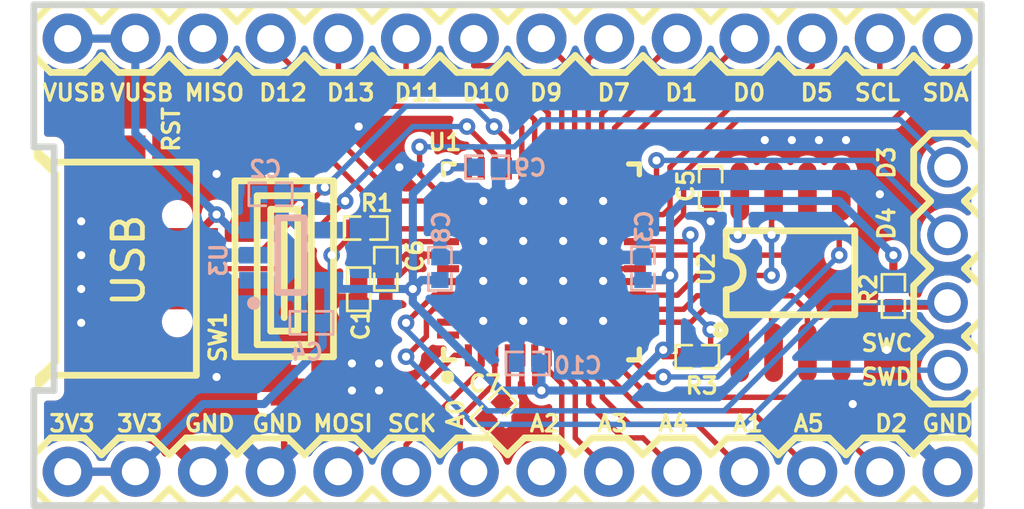
<source format=kicad_pcb>
(kicad_pcb (version 20171130) (host pcbnew 5.1.5-52549c5~84~ubuntu18.04.1)

  (general
    (thickness 1.6)
    (drawings 41)
    (tracks 338)
    (zones 0)
    (modules 22)
    (nets 40)
  )

  (page A4)
  (layers
    (0 F.Cu signal)
    (31 B.Cu signal)
    (32 B.Adhes user)
    (33 F.Adhes user)
    (34 B.Paste user)
    (35 F.Paste user)
    (36 B.SilkS user)
    (37 F.SilkS user)
    (38 B.Mask user)
    (39 F.Mask user)
    (40 Dwgs.User user)
    (41 Cmts.User user hide)
    (42 Eco1.User user)
    (43 Eco2.User user)
    (44 Edge.Cuts user)
    (45 Margin user)
    (46 B.CrtYd user)
    (47 F.CrtYd user)
    (48 B.Fab user hide)
    (49 F.Fab user hide)
  )

  (setup
    (last_trace_width 0.25)
    (trace_clearance 0.2)
    (zone_clearance 0.254)
    (zone_45_only no)
    (trace_min 0.2)
    (via_size 0.8)
    (via_drill 0.4)
    (via_min_size 0.4)
    (via_min_drill 0.3)
    (uvia_size 0.3)
    (uvia_drill 0.1)
    (uvias_allowed no)
    (uvia_min_size 0.2)
    (uvia_min_drill 0.1)
    (edge_width 0.05)
    (segment_width 0.2)
    (pcb_text_width 0.3)
    (pcb_text_size 1.5 1.5)
    (mod_edge_width 0.12)
    (mod_text_size 1 1)
    (mod_text_width 0.15)
    (pad_size 1.2 1.2)
    (pad_drill 0)
    (pad_to_mask_clearance 0.051)
    (solder_mask_min_width 0.25)
    (aux_axis_origin 0 0)
    (visible_elements FFFFFF7F)
    (pcbplotparams
      (layerselection 0x010fc_ffffffff)
      (usegerberextensions false)
      (usegerberattributes false)
      (usegerberadvancedattributes false)
      (creategerberjobfile false)
      (excludeedgelayer true)
      (linewidth 0.100000)
      (plotframeref false)
      (viasonmask false)
      (mode 1)
      (useauxorigin false)
      (hpglpennumber 1)
      (hpglpenspeed 20)
      (hpglpendiameter 15.000000)
      (psnegative false)
      (psa4output false)
      (plotreference true)
      (plotvalue true)
      (plotinvisibletext false)
      (padsonsilk false)
      (subtractmaskfromsilk false)
      (outputformat 1)
      (mirror false)
      (drillshape 1)
      (scaleselection 1)
      (outputdirectory ""))
  )

  (net 0 "")
  (net 1 +3V3)
  (net 2 A0)
  (net 3 A1)
  (net 4 A2)
  (net 5 A3)
  (net 6 A4)
  (net 7 A5)
  (net 8 AREF)
  (net 9 D+)
  (net 10 D-)
  (net 11 D10)
  (net 12 D11)
  (net 13 D12)
  (net 14 D13)
  (net 15 D2)
  (net 16 D3)
  (net 17 D4)
  (net 18 D5)
  (net 19 D7)
  (net 20 D9)
  (net 21 GND)
  (net 22 MISO)
  (net 23 MOSI)
  (net 24 QSPI_CS)
  (net 25 QSPI_DAT0)
  (net 26 QSPI_DAT1)
  (net 27 QSPI_DAT2)
  (net 28 QSPI_DAT3)
  (net 29 QSPI_SCK)
  (net 30 RST)
  (net 31 RX_D0)
  (net 32 SCK)
  (net 33 SCL)
  (net 34 SDA)
  (net 35 SWCLK)
  (net 36 SWDIO)
  (net 37 TX_D1)
  (net 38 U1_41)
  (net 39 VUSB)

  (net_class Default "This is the default net class."
    (clearance 0.2)
    (trace_width 0.25)
    (via_dia 0.8)
    (via_drill 0.4)
    (uvia_dia 0.3)
    (uvia_drill 0.1)
    (add_net +3V3)
    (add_net A0)
    (add_net A1)
    (add_net A2)
    (add_net A3)
    (add_net A4)
    (add_net A5)
    (add_net AREF)
    (add_net D+)
    (add_net D-)
    (add_net D10)
    (add_net D11)
    (add_net D12)
    (add_net D13)
    (add_net D2)
    (add_net D3)
    (add_net D4)
    (add_net D5)
    (add_net D7)
    (add_net D9)
    (add_net GND)
    (add_net MISO)
    (add_net MOSI)
    (add_net QSPI_CS)
    (add_net QSPI_DAT0)
    (add_net QSPI_DAT1)
    (add_net QSPI_DAT2)
    (add_net QSPI_DAT3)
    (add_net QSPI_SCK)
    (add_net RST)
    (add_net RX_D0)
    (add_net SCK)
    (add_net SCL)
    (add_net SDA)
    (add_net SWCLK)
    (add_net SWDIO)
    (add_net TX_D1)
    (add_net U1_41)
    (add_net VUSB)
  )

  (module Connector_Wire:SolderWirePad_1x01_Drill0.8mm (layer F.Cu) (tedit 5E46A469) (tstamp 5E46FFE4)
    (at 19.558 21.082)
    (descr "Wire solder connection")
    (tags connector)
    (attr virtual)
    (fp_text reference REF** (at 0 -2.54) (layer F.SilkS) hide
      (effects (font (size 1 1) (thickness 0.15)))
    )
    (fp_text value SolderWirePad_1x01_Drill0.8mm (at 0 2.54) (layer F.Fab) hide
      (effects (font (size 1 1) (thickness 0.15)))
    )
    (fp_line (start 1.5 1.5) (end -1.5 1.5) (layer F.CrtYd) (width 0.05))
    (fp_line (start 1.5 1.5) (end 1.5 -1.5) (layer F.CrtYd) (width 0.05))
    (fp_line (start -1.5 -1.5) (end -1.5 1.5) (layer F.CrtYd) (width 0.05))
    (fp_line (start -1.5 -1.5) (end 1.5 -1.5) (layer F.CrtYd) (width 0.05))
    (fp_text user %R (at 0 0) (layer F.Fab) hide
      (effects (font (size 1 1) (thickness 0.15)))
    )
    (pad 1 smd rect (at 0 0) (size 1.2 1.2) (layers F.Cu F.Paste F.Mask)
      (net 30 RST))
  )

  (module easyeda:SOT-25 (layer F.Cu) (tedit 0) (tstamp 0)
    (at 22.352 25.654)
    (attr smd)
    (fp_text reference U3 (at -2.716 -0.508 90) (layer B.SilkS)
      (effects (font (size 0.61 0.61) (thickness 0.127)) (justify left mirror))
    )
    (fp_text value AP2112K-3.3TRG1 (at 0.127 -4.953) (layer B.Fab) hide
      (effects (font (size 1.143 1.143) (thickness 0.127)) (justify left mirror))
    )
    (fp_arc (start -1.4 1.802) (end -1.524 1.801) (angle 358.831) (layer B.SilkS) (width 0.249))
    (fp_line (start -0.5 -1.4) (end 0.5 -1.4) (layer B.SilkS) (width 0.254))
    (fp_line (start 0.5 -1.4) (end 0.5 1.4) (layer B.SilkS) (width 0.254))
    (fp_line (start 0.5 1.4) (end -0.5 1.4) (layer B.SilkS) (width 0.254))
    (fp_line (start -0.5 1.4) (end -0.5 -1.4) (layer B.SilkS) (width 0.254))
    (fp_text user gge101 (at 0 0) (layer Cmts.User)
      (effects (font (size 1 1) (thickness 0.15)))
    )
    (pad 5 smd rect (at 1.398 0.941 270) (size 0.622 1.105) (layers B.Cu B.Paste B.Mask)
      (net 1 +3V3))
    (pad 4 smd rect (at 1.398 -0.939 270) (size 0.622 1.105) (layers B.Cu B.Paste B.Mask))
    (pad 3 smd rect (at -1.396 -0.939 270) (size 0.622 1.105) (layers B.Cu B.Paste B.Mask)
      (net 39 VUSB))
    (pad 2 smd rect (at -1.396 0.001 270) (size 0.622 1.105) (layers B.Cu B.Paste B.Mask)
      (net 21 GND))
    (pad 1 smd rect (at -1.396 0.941 270) (size 0.622 1.105) (layers B.Cu B.Paste B.Mask)
      (net 39 VUSB))
  )

  (module easyeda:0402 (layer F.Cu) (tedit 0) (tstamp 0)
    (at 21.59 23.368 180)
    (attr smd)
    (fp_text reference C2 (at -0.478 0.937) (layer B.SilkS)
      (effects (font (size 0.61 0.61) (thickness 0.127)) (justify left mirror))
    )
    (fp_text value 1uF (at -1.085 -4.318) (layer B.Fab) hide
      (effects (font (size 1.143 1.143) (thickness 0.127)) (justify left mirror))
    )
    (fp_line (start 0.185 -0.432) (end 0.82 -0.432) (layer B.SilkS) (width 0.102))
    (fp_line (start 0.82 -0.432) (end 0.82 0.432) (layer B.SilkS) (width 0.102))
    (fp_line (start 0.82 0.432) (end 0.287 0.432) (layer B.SilkS) (width 0.102))
    (fp_line (start 0.287 0.432) (end 0.185 0.432) (layer B.SilkS) (width 0.102))
    (fp_line (start -0.196 0.432) (end -0.805 0.432) (layer B.SilkS) (width 0.102))
    (fp_line (start -0.805 0.432) (end -0.805 -0.432) (layer B.SilkS) (width 0.102))
    (fp_line (start -0.805 -0.432) (end -0.272 -0.432) (layer B.SilkS) (width 0.102))
    (fp_line (start -0.272 -0.432) (end -0.196 -0.432) (layer B.SilkS) (width 0.102))
    (fp_text user gge112 (at 0 0) (layer Cmts.User)
      (effects (font (size 1 1) (thickness 0.15)))
    )
    (pad 2 smd rect (at -0.424 0 180) (size 0.6 0.65) (layers B.Cu B.Paste B.Mask)
      (net 21 GND))
    (pad 1 smd rect (at 0.424 0 180) (size 0.6 0.65) (layers B.Cu B.Paste B.Mask)
      (net 39 VUSB))
  )

  (module easyeda:0402 (layer F.Cu) (tedit 0) (tstamp 0)
    (at 23.114 28.194)
    (attr smd)
    (fp_text reference C4 (at 0.505 1.095) (layer B.SilkS)
      (effects (font (size 0.61 0.61) (thickness 0.127)) (justify left mirror))
    )
    (fp_text value 1uF (at -1.087 -4.318 180) (layer B.Fab) hide
      (effects (font (size 1.143 1.143) (thickness 0.127)) (justify left mirror))
    )
    (fp_line (start 0.185 -0.432) (end 0.82 -0.432) (layer B.SilkS) (width 0.102))
    (fp_line (start 0.82 -0.432) (end 0.82 0.432) (layer B.SilkS) (width 0.102))
    (fp_line (start 0.82 0.432) (end 0.287 0.432) (layer B.SilkS) (width 0.102))
    (fp_line (start 0.287 0.432) (end 0.185 0.432) (layer B.SilkS) (width 0.102))
    (fp_line (start -0.196 0.432) (end -0.805 0.432) (layer B.SilkS) (width 0.102))
    (fp_line (start -0.805 0.432) (end -0.805 -0.432) (layer B.SilkS) (width 0.102))
    (fp_line (start -0.805 -0.432) (end -0.272 -0.432) (layer B.SilkS) (width 0.102))
    (fp_line (start -0.272 -0.432) (end -0.196 -0.432) (layer B.SilkS) (width 0.102))
    (fp_text user gge119 (at 0 0) (layer Cmts.User)
      (effects (font (size 1 1) (thickness 0.15)))
    )
    (pad 2 smd rect (at -0.424 0) (size 0.6 0.65) (layers B.Cu B.Paste B.Mask)
      (net 21 GND))
    (pad 1 smd rect (at 0.424 0) (size 0.6 0.65) (layers B.Cu B.Paste B.Mask)
      (net 1 +3V3))
  )

  (module easyeda:0402 (layer F.Cu) (tedit 0) (tstamp 0)
    (at 31.242 29.718 180)
    (attr smd)
    (fp_text reference C10 (at -2.8448 -0.0762) (layer B.SilkS)
      (effects (font (size 0.61 0.61) (thickness 0.127)) (justify left mirror))
    )
    (fp_text value 1uF (at 0.008 -3.81 180) (layer B.Fab) hide
      (effects (font (size 1.143 1.143) (thickness 0.127)) (justify left mirror))
    )
    (fp_line (start 0.185 -0.432) (end 0.82 -0.432) (layer B.SilkS) (width 0.102))
    (fp_line (start 0.82 -0.432) (end 0.82 0.432) (layer B.SilkS) (width 0.102))
    (fp_line (start 0.82 0.432) (end 0.287 0.432) (layer B.SilkS) (width 0.102))
    (fp_line (start 0.287 0.432) (end 0.185 0.432) (layer B.SilkS) (width 0.102))
    (fp_line (start -0.196 0.432) (end -0.805 0.432) (layer B.SilkS) (width 0.102))
    (fp_line (start -0.805 0.432) (end -0.805 -0.432) (layer B.SilkS) (width 0.102))
    (fp_line (start -0.805 -0.432) (end -0.272 -0.432) (layer B.SilkS) (width 0.102))
    (fp_line (start -0.272 -0.432) (end -0.196 -0.432) (layer B.SilkS) (width 0.102))
    (fp_text user gge573 (at 0 0) (layer Cmts.User)
      (effects (font (size 1 1) (thickness 0.15)))
    )
    (pad 2 smd rect (at -0.424 0 180) (size 0.6 0.65) (layers B.Cu B.Paste B.Mask)
      (net 1 +3V3))
    (pad 1 smd rect (at 0.424 0 180) (size 0.6 0.65) (layers B.Cu B.Paste B.Mask)
      (net 21 GND))
  )

  (module easyeda:0402 (layer F.Cu) (tedit 0) (tstamp 0)
    (at 35.56 26.162 90)
    (attr smd)
    (fp_text reference C3 (at 2.2606 0.0508 90) (layer B.SilkS)
      (effects (font (size 0.61 0.61) (thickness 0.127)) (justify left mirror))
    )
    (fp_text value 1uF (at 0.008 -3.81 90) (layer B.Fab) hide
      (effects (font (size 1.143 1.143) (thickness 0.127)) (justify left mirror))
    )
    (fp_line (start 0.185 -0.432) (end 0.82 -0.432) (layer B.SilkS) (width 0.102))
    (fp_line (start 0.82 -0.432) (end 0.82 0.432) (layer B.SilkS) (width 0.102))
    (fp_line (start 0.82 0.432) (end 0.287 0.432) (layer B.SilkS) (width 0.102))
    (fp_line (start 0.287 0.432) (end 0.185 0.432) (layer B.SilkS) (width 0.102))
    (fp_line (start -0.196 0.432) (end -0.805 0.432) (layer B.SilkS) (width 0.102))
    (fp_line (start -0.805 0.432) (end -0.805 -0.432) (layer B.SilkS) (width 0.102))
    (fp_line (start -0.805 -0.432) (end -0.272 -0.432) (layer B.SilkS) (width 0.102))
    (fp_line (start -0.272 -0.432) (end -0.196 -0.432) (layer B.SilkS) (width 0.102))
    (fp_text user gge522 (at 0 0) (layer Cmts.User)
      (effects (font (size 1 1) (thickness 0.15)))
    )
    (pad 2 smd rect (at -0.424 0 90) (size 0.6 0.65) (layers B.Cu B.Paste B.Mask)
      (net 1 +3V3))
    (pad 1 smd rect (at 0.424 0 90) (size 0.6 0.65) (layers B.Cu B.Paste B.Mask)
      (net 21 GND))
  )

  (module easyeda:0402 (layer F.Cu) (tedit 0) (tstamp 0)
    (at 27.94 26.162 270)
    (attr smd)
    (fp_text reference C8 (at -2.2352 -0.0508 90) (layer B.SilkS)
      (effects (font (size 0.61 0.61) (thickness 0.127)) (justify left mirror))
    )
    (fp_text value 1uF (at 0.008 -3.81 270) (layer B.Fab) hide
      (effects (font (size 1.143 1.143) (thickness 0.127)) (justify left mirror))
    )
    (fp_line (start 0.185 -0.432) (end 0.82 -0.432) (layer B.SilkS) (width 0.102))
    (fp_line (start 0.82 -0.432) (end 0.82 0.432) (layer B.SilkS) (width 0.102))
    (fp_line (start 0.82 0.432) (end 0.287 0.432) (layer B.SilkS) (width 0.102))
    (fp_line (start 0.287 0.432) (end 0.185 0.432) (layer B.SilkS) (width 0.102))
    (fp_line (start -0.196 0.432) (end -0.805 0.432) (layer B.SilkS) (width 0.102))
    (fp_line (start -0.805 0.432) (end -0.805 -0.432) (layer B.SilkS) (width 0.102))
    (fp_line (start -0.805 -0.432) (end -0.272 -0.432) (layer B.SilkS) (width 0.102))
    (fp_line (start -0.272 -0.432) (end -0.196 -0.432) (layer B.SilkS) (width 0.102))
    (fp_text user gge539 (at 0 0) (layer Cmts.User)
      (effects (font (size 1 1) (thickness 0.15)))
    )
    (pad 2 smd rect (at -0.424 0 270) (size 0.6 0.65) (layers B.Cu B.Paste B.Mask)
      (net 21 GND))
    (pad 1 smd rect (at 0.424 0 270) (size 0.6 0.65) (layers B.Cu B.Paste B.Mask)
      (net 1 +3V3))
  )

  (module easyeda:0402 (layer F.Cu) (tedit 0) (tstamp 0)
    (at 29.718 22.352 180)
    (attr smd)
    (fp_text reference C9 (at -2.286 -0.0254) (layer B.SilkS)
      (effects (font (size 0.61 0.61) (thickness 0.127)) (justify left mirror))
    )
    (fp_text value 1uF (at 0.008 -3.81 180) (layer B.Fab) hide
      (effects (font (size 1.143 1.143) (thickness 0.127)) (justify left mirror))
    )
    (fp_line (start 0.185 -0.432) (end 0.82 -0.432) (layer B.SilkS) (width 0.102))
    (fp_line (start 0.82 -0.432) (end 0.82 0.432) (layer B.SilkS) (width 0.102))
    (fp_line (start 0.82 0.432) (end 0.287 0.432) (layer B.SilkS) (width 0.102))
    (fp_line (start 0.287 0.432) (end 0.185 0.432) (layer B.SilkS) (width 0.102))
    (fp_line (start -0.196 0.432) (end -0.805 0.432) (layer B.SilkS) (width 0.102))
    (fp_line (start -0.805 0.432) (end -0.805 -0.432) (layer B.SilkS) (width 0.102))
    (fp_line (start -0.805 -0.432) (end -0.272 -0.432) (layer B.SilkS) (width 0.102))
    (fp_line (start -0.272 -0.432) (end -0.196 -0.432) (layer B.SilkS) (width 0.102))
    (fp_text user gge556 (at 0 0) (layer Cmts.User)
      (effects (font (size 1 1) (thickness 0.15)))
    )
    (pad 2 smd rect (at -0.424 0 180) (size 0.6 0.65) (layers B.Cu B.Paste B.Mask)
      (net 21 GND))
    (pad 1 smd rect (at 0.424 0 180) (size 0.6 0.65) (layers B.Cu B.Paste B.Mask)
      (net 1 +3V3))
  )

  (module easyeda:48QFN7X7 (layer F.Cu) (tedit 0) (tstamp 0)
    (at 31.75 25.908 90)
    (attr smd)
    (fp_text reference U1 (at 4.493 -4.318) (layer F.SilkS)
      (effects (font (size 0.61 0.61) (thickness 0.127)) (justify left))
    )
    (fp_text value ATSAMD51G19A-MU (at -0.508 -7.366 90) (layer F.Fab) hide
      (effects (font (size 1.143 1.143) (thickness 0.127)) (justify left))
    )
    (fp_arc (start -4.326 -3.524) (end -4.201 -3.523) (angle 358.831) (layer F.SilkS) (width 0.249))
    (fp_line (start -3.675 -3.274) (end -3.675 -3.675) (layer F.SilkS) (width 0.201))
    (fp_line (start -3.675 -3.675) (end -3.274 -3.675) (layer F.SilkS) (width 0.201))
    (fp_line (start -3.675 3.274) (end -3.675 3.675) (layer F.SilkS) (width 0.201))
    (fp_line (start -3.675 3.675) (end -3.274 3.675) (layer F.SilkS) (width 0.201))
    (fp_line (start 3.274 3.675) (end 3.675 3.675) (layer F.SilkS) (width 0.201))
    (fp_line (start 3.675 3.675) (end 3.675 3.274) (layer F.SilkS) (width 0.201))
    (fp_line (start 3.675 -3.274) (end 3.675 -3.675) (layer F.SilkS) (width 0.201))
    (fp_line (start 3.675 -3.675) (end 3.274 -3.675) (layer F.SilkS) (width 0.201))
    (fp_text user gge126 (at 0 0) (layer Cmts.User)
      (effects (font (size 1 1) (thickness 0.15)))
    )
    (pad 49 smd rect (at -0.001 0.001 90) (size 5.22 5.22) (layers F.Cu F.Paste F.Mask)
      (net 21 GND))
    (pad 48 smd rect (at -2.744 -3.504 90) (size 0.267 0.826) (layers F.Cu F.Paste F.Mask))
    (pad 47 smd rect (at -2.262 -3.504 90) (size 0.267 0.826) (layers F.Cu F.Paste F.Mask))
    (pad 46 smd rect (at -1.754 -3.504 90) (size 0.267 0.826) (layers F.Cu F.Paste F.Mask)
      (net 36 SWDIO))
    (pad 45 smd rect (at -1.246 -3.504 90) (size 0.267 0.826) (layers F.Cu F.Paste F.Mask)
      (net 35 SWCLK))
    (pad 44 smd rect (at -0.738 -3.504 90) (size 0.267 0.826) (layers F.Cu F.Paste F.Mask)
      (net 1 +3V3))
    (pad 43 smd rect (at -0.255 -3.504 90) (size 0.267 0.826) (layers F.Cu F.Paste F.Mask))
    (pad 42 smd rect (at 0.253 -3.504 90) (size 0.267 0.826) (layers F.Cu F.Paste F.Mask)
      (net 21 GND))
    (pad 41 smd rect (at 0.761 -3.504 90) (size 0.267 0.826) (layers F.Cu F.Paste F.Mask)
      (net 38 U1_41))
    (pad 40 smd rect (at 1.243 -3.504 90) (size 0.267 0.826) (layers F.Cu F.Paste F.Mask)
      (net 30 RST))
    (pad 39 smd rect (at 1.751 -3.504 90) (size 0.267 0.826) (layers F.Cu F.Paste F.Mask))
    (pad 38 smd rect (at 2.259 -3.504 90) (size 0.267 0.826) (layers F.Cu F.Paste F.Mask)
      (net 22 MISO))
    (pad 37 smd rect (at 2.742 -3.504 90) (size 0.267 0.826) (layers F.Cu F.Paste F.Mask)
      (net 16 D3))
    (pad 36 smd rect (at 3.504 -2.742 180) (size 0.267 0.826) (layers F.Cu F.Paste F.Mask)
      (net 1 +3V3))
    (pad 35 smd rect (at 3.504 -2.259 180) (size 0.267 0.826) (layers F.Cu F.Paste F.Mask)
      (net 21 GND))
    (pad 34 smd rect (at 3.504 -1.751 180) (size 0.267 0.826) (layers F.Cu F.Paste F.Mask)
      (net 9 D+))
    (pad 33 smd rect (at 3.504 -1.243 180) (size 0.267 0.826) (layers F.Cu F.Paste F.Mask)
      (net 10 D-))
    (pad 32 smd rect (at 3.504 -0.735 180) (size 0.267 0.826) (layers F.Cu F.Paste F.Mask)
      (net 13 D12))
    (pad 31 smd rect (at 3.504 -0.253 180) (size 0.267 0.826) (layers F.Cu F.Paste F.Mask)
      (net 14 D13))
    (pad 30 smd rect (at 3.504 0.255 180) (size 0.267 0.826) (layers F.Cu F.Paste F.Mask)
      (net 12 D11))
    (pad 29 smd rect (at 3.504 0.763 180) (size 0.267 0.826) (layers F.Cu F.Paste F.Mask)
      (net 11 D10))
    (pad 28 smd rect (at 3.504 1.246 180) (size 0.267 0.826) (layers F.Cu F.Paste F.Mask)
      (net 20 D9))
    (pad 27 smd rect (at 3.504 1.754 180) (size 0.267 0.826) (layers F.Cu F.Paste F.Mask)
      (net 19 D7))
    (pad 26 smd rect (at 3.504 2.262 180) (size 0.267 0.826) (layers F.Cu F.Paste F.Mask)
      (net 37 TX_D1))
    (pad 25 smd rect (at 3.504 2.744 180) (size 0.267 0.826) (layers F.Cu F.Paste F.Mask)
      (net 31 RX_D0))
    (pad 24 smd rect (at 2.742 3.506 90) (size 0.267 0.826) (layers F.Cu F.Paste F.Mask)
      (net 18 D5))
    (pad 23 smd rect (at 2.259 3.506 90) (size 0.267 0.826) (layers F.Cu F.Paste F.Mask)
      (net 17 D4))
    (pad 22 smd rect (at 1.751 3.506 90) (size 0.267 0.826) (layers F.Cu F.Paste F.Mask)
      (net 33 SCL))
    (pad 21 smd rect (at 1.243 3.506 90) (size 0.267 0.826) (layers F.Cu F.Paste F.Mask)
      (net 34 SDA))
    (pad 20 smd rect (at 0.761 3.506 90) (size 0.267 0.826) (layers F.Cu F.Paste F.Mask)
      (net 24 QSPI_CS))
    (pad 19 smd rect (at 0.253 3.506 90) (size 0.267 0.826) (layers F.Cu F.Paste F.Mask)
      (net 29 QSPI_SCK))
    (pad 18 smd rect (at -0.255 3.506 90) (size 0.267 0.826) (layers F.Cu F.Paste F.Mask)
      (net 21 GND))
    (pad 17 smd rect (at -0.738 3.506 90) (size 0.267 0.826) (layers F.Cu F.Paste F.Mask)
      (net 1 +3V3))
    (pad 16 smd rect (at -1.246 3.506 90) (size 0.267 0.826) (layers F.Cu F.Paste F.Mask)
      (net 28 QSPI_DAT3))
    (pad 15 smd rect (at -1.754 3.506 90) (size 0.267 0.826) (layers F.Cu F.Paste F.Mask)
      (net 27 QSPI_DAT2))
    (pad 14 smd rect (at -2.262 3.506 90) (size 0.267 0.826) (layers F.Cu F.Paste F.Mask)
      (net 26 QSPI_DAT1))
    (pad 13 smd rect (at -2.744 3.506 90) (size 0.267 0.826) (layers F.Cu F.Paste F.Mask)
      (net 25 QSPI_DAT0))
    (pad 12 smd rect (at -3.506 2.744 180) (size 0.267 0.826) (layers F.Cu F.Paste F.Mask)
      (net 15 D2))
    (pad 11 smd rect (at -3.506 2.262 180) (size 0.267 0.826) (layers F.Cu F.Paste F.Mask)
      (net 7 A5))
    (pad 10 smd rect (at -3.506 1.754 180) (size 0.267 0.826) (layers F.Cu F.Paste F.Mask)
      (net 3 A1))
    (pad 9 smd rect (at -3.506 1.246 180) (size 0.267 0.826) (layers F.Cu F.Paste F.Mask)
      (net 6 A4))
    (pad 8 smd rect (at -3.506 0.763 180) (size 0.267 0.826) (layers F.Cu F.Paste F.Mask)
      (net 5 A3))
    (pad 7 smd rect (at -3.506 0.255 180) (size 0.267 0.826) (layers F.Cu F.Paste F.Mask)
      (net 4 A2))
    (pad 6 smd rect (at -3.506 -0.253 180) (size 0.267 0.826) (layers F.Cu F.Paste F.Mask)
      (net 1 +3V3))
    (pad 5 smd rect (at -3.506 -0.735 180) (size 0.267 0.826) (layers F.Cu F.Paste F.Mask)
      (net 21 GND))
    (pad 4 smd rect (at -3.506 -1.243 180) (size 0.267 0.826) (layers F.Cu F.Paste F.Mask)
      (net 8 AREF))
    (pad 3 smd rect (at -3.506 -1.751 180) (size 0.267 0.826) (layers F.Cu F.Paste F.Mask)
      (net 2 A0))
    (pad 2 smd rect (at -3.506 -2.259 180) (size 0.267 0.826) (layers F.Cu F.Paste F.Mask)
      (net 32 SCK))
    (pad 1 smd rect (at -3.506 -2.742 180) (size 0.267 0.826) (layers F.Cu F.Paste F.Mask)
      (net 23 MOSI))
  )

  (module easyeda:MICRO-USB-12 (layer F.Cu) (tedit 0) (tstamp 0)
    (at 17.272 26.162)
    (attr smd)
    (fp_text reference USB (at -1.016 1.524 90) (layer F.SilkS)
      (effects (font (size 1.143 1.143) (thickness 0.178)) (justify left))
    )
    (fp_text value "Micro USB-B 5P_C40942" (at -1.205 -8.382) (layer F.Fab) hide
      (effects (font (size 1.143 1.143) (thickness 0.127)) (justify left))
    )
    (fp_line (start 1.527 4) (end -3.975 4) (layer F.SilkS) (width 0.254))
    (fp_line (start -3.985 3.99) (end -4.404 4.376) (layer F.SilkS) (width 0.254))
    (fp_line (start -4.404 4.376) (end -4.404 4.084) (layer F.SilkS) (width 0.254))
    (fp_line (start -4.404 4.084) (end -3.744 3.475) (layer F.SilkS) (width 0.254))
    (fp_line (start -3.744 3.475) (end -3.744 -3.541) (layer F.SilkS) (width 0.254))
    (fp_line (start -3.744 -3.541) (end -4.455 -4.204) (layer F.SilkS) (width 0.254))
    (fp_line (start -4.455 -4.204) (end -4.455 -4.369) (layer F.SilkS) (width 0.254))
    (fp_line (start -4.455 -4.369) (end -4.404 -4.369) (layer F.SilkS) (width 0.254))
    (fp_line (start -4.404 -4.369) (end -3.985 -4.011) (layer F.SilkS) (width 0.254))
    (fp_line (start 1.516 -4) (end -3.985 -4) (layer F.SilkS) (width 0.254))
    (fp_line (start 1.527 4) (end 1.527 -4) (layer F.SilkS) (width 0.254))
    (fp_text user gge208 (at 0 0) (layer Cmts.User)
      (effects (font (size 1 1) (thickness 0.15)))
    )
    (pad 5 smd rect (at 1.336 1.3 180) (size 2 0.45) (layers F.Cu F.Paste F.Mask)
      (net 21 GND))
    (pad 4 smd rect (at 1.336 0.65 180) (size 2 0.45) (layers F.Cu F.Paste F.Mask))
    (pad 3 smd rect (at 1.336 0 180) (size 2 0.45) (layers F.Cu F.Paste F.Mask)
      (net 9 D+))
    (pad 2 smd rect (at 1.336 -0.65 180) (size 2 0.45) (layers F.Cu F.Paste F.Mask)
      (net 10 D-))
    (pad 1 smd rect (at 1.336 -1.3 180) (size 2 0.45) (layers F.Cu F.Paste F.Mask)
      (net 39 VUSB))
    (pad 0 smd rect (at -1.333 3.95 270) (size 2.1 1.9) (layers F.Cu F.Paste F.Mask))
    (pad 0 smd rect (at -1.333 -3.95 270) (size 2.1 1.9) (layers F.Cu F.Paste F.Mask))
    (pad "" np_thru_hole circle (at 0.814 -1.999) (size 0.65 0.65) (drill 0.65) (layers *.Cu *.Mask))
    (pad "" np_thru_hole circle (at 0.814 1.999) (size 0.65 0.65) (drill 0.65) (layers *.Cu *.Mask))
  )

  (module easyeda:1X14 (layer F.Cu) (tedit 0) (tstamp 0)
    (at 30.48 17.526)
    (fp_text reference JP1 (at 11.938 2.654) (layer Cmts.User)
      (effects (font (size 0.61 0.61) (thickness 0.127)) (justify left))
    )
    (fp_text value M14 (at 0 -4.572) (layer F.Fab) hide
      (effects (font (size 1.143 1.143) (thickness 0.127)) (justify left))
    )
    (fp_line (start -1.905 -1.27) (end -0.635 -1.27) (layer F.SilkS) (width 0.254))
    (fp_line (start -0.635 -1.27) (end 0 -0.635) (layer F.SilkS) (width 0.254))
    (fp_line (start 0 0.635) (end -0.635 1.27) (layer F.SilkS) (width 0.254))
    (fp_line (start -5.08 -0.635) (end -4.445 -1.27) (layer F.SilkS) (width 0.254))
    (fp_line (start -4.445 -1.27) (end -3.175 -1.27) (layer F.SilkS) (width 0.254))
    (fp_line (start -3.175 -1.27) (end -2.54 -0.635) (layer F.SilkS) (width 0.254))
    (fp_line (start -2.54 0.635) (end -3.175 1.27) (layer F.SilkS) (width 0.254))
    (fp_line (start -3.175 1.27) (end -4.445 1.27) (layer F.SilkS) (width 0.254))
    (fp_line (start -4.445 1.27) (end -5.08 0.635) (layer F.SilkS) (width 0.254))
    (fp_line (start -1.905 -1.27) (end -2.54 -0.635) (layer F.SilkS) (width 0.254))
    (fp_line (start -2.54 0.635) (end -1.905 1.27) (layer F.SilkS) (width 0.254))
    (fp_line (start -0.635 1.27) (end -1.905 1.27) (layer F.SilkS) (width 0.254))
    (fp_line (start -9.525 -1.27) (end -8.255 -1.27) (layer F.SilkS) (width 0.254))
    (fp_line (start -8.255 -1.27) (end -7.62 -0.635) (layer F.SilkS) (width 0.254))
    (fp_line (start -7.62 0.635) (end -8.255 1.27) (layer F.SilkS) (width 0.254))
    (fp_line (start -7.62 -0.635) (end -6.985 -1.27) (layer F.SilkS) (width 0.254))
    (fp_line (start -6.985 -1.27) (end -5.715 -1.27) (layer F.SilkS) (width 0.254))
    (fp_line (start -5.715 -1.27) (end -5.08 -0.635) (layer F.SilkS) (width 0.254))
    (fp_line (start -5.08 0.635) (end -5.715 1.27) (layer F.SilkS) (width 0.254))
    (fp_line (start -5.715 1.27) (end -6.985 1.27) (layer F.SilkS) (width 0.254))
    (fp_line (start -6.985 1.27) (end -7.62 0.635) (layer F.SilkS) (width 0.254))
    (fp_line (start -12.7 -0.635) (end -12.065 -1.27) (layer F.SilkS) (width 0.254))
    (fp_line (start -12.065 -1.27) (end -10.795 -1.27) (layer F.SilkS) (width 0.254))
    (fp_line (start -10.795 -1.27) (end -10.16 -0.635) (layer F.SilkS) (width 0.254))
    (fp_line (start -10.16 0.635) (end -10.795 1.27) (layer F.SilkS) (width 0.254))
    (fp_line (start -10.795 1.27) (end -12.065 1.27) (layer F.SilkS) (width 0.254))
    (fp_line (start -12.065 1.27) (end -12.7 0.635) (layer F.SilkS) (width 0.254))
    (fp_line (start -9.525 -1.27) (end -10.16 -0.635) (layer F.SilkS) (width 0.254))
    (fp_line (start -10.16 0.635) (end -9.525 1.27) (layer F.SilkS) (width 0.254))
    (fp_line (start -8.255 1.27) (end -9.525 1.27) (layer F.SilkS) (width 0.254))
    (fp_line (start -17.145 -1.27) (end -15.875 -1.27) (layer F.SilkS) (width 0.254))
    (fp_line (start -15.875 -1.27) (end -15.24 -0.635) (layer F.SilkS) (width 0.254))
    (fp_line (start -15.24 0.635) (end -15.875 1.27) (layer F.SilkS) (width 0.254))
    (fp_line (start -15.24 -0.635) (end -14.605 -1.27) (layer F.SilkS) (width 0.254))
    (fp_line (start -14.605 -1.27) (end -13.335 -1.27) (layer F.SilkS) (width 0.254))
    (fp_line (start -13.335 -1.27) (end -12.7 -0.635) (layer F.SilkS) (width 0.254))
    (fp_line (start -12.7 0.635) (end -13.335 1.27) (layer F.SilkS) (width 0.254))
    (fp_line (start -13.335 1.27) (end -14.605 1.27) (layer F.SilkS) (width 0.254))
    (fp_line (start -14.605 1.27) (end -15.24 0.635) (layer F.SilkS) (width 0.254))
    (fp_line (start -17.78 -0.635) (end -17.78 0.635) (layer F.SilkS) (width 0.254))
    (fp_line (start -17.145 -1.27) (end -17.78 -0.635) (layer F.SilkS) (width 0.254))
    (fp_line (start -17.78 0.635) (end -17.145 1.27) (layer F.SilkS) (width 0.254))
    (fp_line (start -15.875 1.27) (end -17.145 1.27) (layer F.SilkS) (width 0.254))
    (fp_line (start 15.875 -1.27) (end 17.145 -1.27) (layer F.SilkS) (width 0.254))
    (fp_line (start 17.145 -1.27) (end 17.78 -0.635) (layer F.SilkS) (width 0.254))
    (fp_line (start 17.78 0.635) (end 17.145 1.27) (layer F.SilkS) (width 0.254))
    (fp_line (start 12.7 -0.635) (end 13.335 -1.27) (layer F.SilkS) (width 0.254))
    (fp_line (start 13.335 -1.27) (end 14.605 -1.27) (layer F.SilkS) (width 0.254))
    (fp_line (start 14.605 -1.27) (end 15.24 -0.635) (layer F.SilkS) (width 0.254))
    (fp_line (start 15.24 0.635) (end 14.605 1.27) (layer F.SilkS) (width 0.254))
    (fp_line (start 14.605 1.27) (end 13.335 1.27) (layer F.SilkS) (width 0.254))
    (fp_line (start 13.335 1.27) (end 12.7 0.635) (layer F.SilkS) (width 0.254))
    (fp_line (start 15.875 -1.27) (end 15.24 -0.635) (layer F.SilkS) (width 0.254))
    (fp_line (start 15.24 0.635) (end 15.875 1.27) (layer F.SilkS) (width 0.254))
    (fp_line (start 17.145 1.27) (end 15.875 1.27) (layer F.SilkS) (width 0.254))
    (fp_line (start 8.255 -1.27) (end 9.525 -1.27) (layer F.SilkS) (width 0.254))
    (fp_line (start 9.525 -1.27) (end 10.16 -0.635) (layer F.SilkS) (width 0.254))
    (fp_line (start 10.16 0.635) (end 9.525 1.27) (layer F.SilkS) (width 0.254))
    (fp_line (start 10.16 -0.635) (end 10.795 -1.27) (layer F.SilkS) (width 0.254))
    (fp_line (start 10.795 -1.27) (end 12.065 -1.27) (layer F.SilkS) (width 0.254))
    (fp_line (start 12.065 -1.27) (end 12.7 -0.635) (layer F.SilkS) (width 0.254))
    (fp_line (start 12.7 0.635) (end 12.065 1.27) (layer F.SilkS) (width 0.254))
    (fp_line (start 12.065 1.27) (end 10.795 1.27) (layer F.SilkS) (width 0.254))
    (fp_line (start 10.795 1.27) (end 10.16 0.635) (layer F.SilkS) (width 0.254))
    (fp_line (start 5.08 -0.635) (end 5.715 -1.27) (layer F.SilkS) (width 0.254))
    (fp_line (start 5.715 -1.27) (end 6.985 -1.27) (layer F.SilkS) (width 0.254))
    (fp_line (start 6.985 -1.27) (end 7.62 -0.635) (layer F.SilkS) (width 0.254))
    (fp_line (start 7.62 0.635) (end 6.985 1.27) (layer F.SilkS) (width 0.254))
    (fp_line (start 6.985 1.27) (end 5.715 1.27) (layer F.SilkS) (width 0.254))
    (fp_line (start 5.715 1.27) (end 5.08 0.635) (layer F.SilkS) (width 0.254))
    (fp_line (start 8.255 -1.27) (end 7.62 -0.635) (layer F.SilkS) (width 0.254))
    (fp_line (start 7.62 0.635) (end 8.255 1.27) (layer F.SilkS) (width 0.254))
    (fp_line (start 9.525 1.27) (end 8.255 1.27) (layer F.SilkS) (width 0.254))
    (fp_line (start 0.635 -1.27) (end 1.905 -1.27) (layer F.SilkS) (width 0.254))
    (fp_line (start 1.905 -1.27) (end 2.54 -0.635) (layer F.SilkS) (width 0.254))
    (fp_line (start 2.54 0.635) (end 1.905 1.27) (layer F.SilkS) (width 0.254))
    (fp_line (start 2.54 -0.635) (end 3.175 -1.27) (layer F.SilkS) (width 0.254))
    (fp_line (start 3.175 -1.27) (end 4.445 -1.27) (layer F.SilkS) (width 0.254))
    (fp_line (start 4.445 -1.27) (end 5.08 -0.635) (layer F.SilkS) (width 0.254))
    (fp_line (start 5.08 0.635) (end 4.445 1.27) (layer F.SilkS) (width 0.254))
    (fp_line (start 4.445 1.27) (end 3.175 1.27) (layer F.SilkS) (width 0.254))
    (fp_line (start 3.175 1.27) (end 2.54 0.635) (layer F.SilkS) (width 0.254))
    (fp_line (start 0.635 -1.27) (end 0 -0.635) (layer F.SilkS) (width 0.254))
    (fp_line (start 0 0.635) (end 0.635 1.27) (layer F.SilkS) (width 0.254))
    (fp_line (start 1.905 1.27) (end 0.635 1.27) (layer F.SilkS) (width 0.254))
    (fp_line (start 17.78 -0.635) (end 17.78 0.635) (layer F.SilkS) (width 0.254))
    (fp_text user gge224 (at 0 0) (layer Cmts.User)
      (effects (font (size 1 1) (thickness 0.15)))
    )
    (pad 1 thru_hole circle (at -16.51 0 90) (size 1.88 1.88) (drill 1.016) (layers *.Cu *.Paste *.Mask)
      (net 39 VUSB))
    (pad 2 thru_hole circle (at -13.97 0 90) (size 1.88 1.88) (drill 1.016) (layers *.Cu *.Paste *.Mask)
      (net 39 VUSB))
    (pad 3 thru_hole circle (at -11.43 0 90) (size 1.88 1.88) (drill 1.016) (layers *.Cu *.Paste *.Mask)
      (net 22 MISO))
    (pad 4 thru_hole circle (at -8.89 0 90) (size 1.88 1.88) (drill 1.016) (layers *.Cu *.Paste *.Mask)
      (net 13 D12))
    (pad 5 thru_hole circle (at -6.35 0 90) (size 1.88 1.88) (drill 1.016) (layers *.Cu *.Paste *.Mask)
      (net 14 D13))
    (pad 6 thru_hole circle (at -3.81 0 90) (size 1.88 1.88) (drill 1.016) (layers *.Cu *.Paste *.Mask)
      (net 12 D11))
    (pad 7 thru_hole circle (at -1.27 0 90) (size 1.88 1.88) (drill 1.016) (layers *.Cu *.Paste *.Mask)
      (net 11 D10))
    (pad 8 thru_hole circle (at 1.27 0 90) (size 1.88 1.88) (drill 1.016) (layers *.Cu *.Paste *.Mask)
      (net 20 D9))
    (pad 9 thru_hole circle (at 3.81 0 90) (size 1.88 1.88) (drill 1.016) (layers *.Cu *.Paste *.Mask)
      (net 19 D7))
    (pad 10 thru_hole circle (at 6.35 0 90) (size 1.88 1.88) (drill 1.016) (layers *.Cu *.Paste *.Mask)
      (net 37 TX_D1))
    (pad 11 thru_hole circle (at 8.89 0 90) (size 1.88 1.88) (drill 1.016) (layers *.Cu *.Paste *.Mask)
      (net 31 RX_D0))
    (pad 12 thru_hole circle (at 11.43 0 90) (size 1.88 1.88) (drill 1.016) (layers *.Cu *.Paste *.Mask)
      (net 18 D5))
    (pad 13 thru_hole circle (at 13.97 0 90) (size 1.88 1.88) (drill 1.016) (layers *.Cu *.Paste *.Mask)
      (net 33 SCL))
    (pad 14 thru_hole circle (at 16.51 0 90) (size 1.88 1.88) (drill 1.016) (layers *.Cu *.Paste *.Mask)
      (net 34 SDA))
  )

  (module easyeda:1X14 (layer F.Cu) (tedit 0) (tstamp 0)
    (at 30.48 33.782 180)
    (fp_text reference JP2 (at -11.684 2.68) (layer Cmts.User)
      (effects (font (size 0.61 0.61) (thickness 0.127)) (justify left))
    )
    (fp_text value M14 (at 0 -4.572 180) (layer F.Fab) hide
      (effects (font (size 1.143 1.143) (thickness 0.127)) (justify left))
    )
    (fp_line (start -1.905 -1.27) (end -0.635 -1.27) (layer F.SilkS) (width 0.254))
    (fp_line (start -0.635 -1.27) (end 0 -0.635) (layer F.SilkS) (width 0.254))
    (fp_line (start 0 0.635) (end -0.635 1.27) (layer F.SilkS) (width 0.254))
    (fp_line (start -5.08 -0.635) (end -4.445 -1.27) (layer F.SilkS) (width 0.254))
    (fp_line (start -4.445 -1.27) (end -3.175 -1.27) (layer F.SilkS) (width 0.254))
    (fp_line (start -3.175 -1.27) (end -2.54 -0.635) (layer F.SilkS) (width 0.254))
    (fp_line (start -2.54 0.635) (end -3.175 1.27) (layer F.SilkS) (width 0.254))
    (fp_line (start -3.175 1.27) (end -4.445 1.27) (layer F.SilkS) (width 0.254))
    (fp_line (start -4.445 1.27) (end -5.08 0.635) (layer F.SilkS) (width 0.254))
    (fp_line (start -1.905 -1.27) (end -2.54 -0.635) (layer F.SilkS) (width 0.254))
    (fp_line (start -2.54 0.635) (end -1.905 1.27) (layer F.SilkS) (width 0.254))
    (fp_line (start -0.635 1.27) (end -1.905 1.27) (layer F.SilkS) (width 0.254))
    (fp_line (start -9.525 -1.27) (end -8.255 -1.27) (layer F.SilkS) (width 0.254))
    (fp_line (start -8.255 -1.27) (end -7.62 -0.635) (layer F.SilkS) (width 0.254))
    (fp_line (start -7.62 0.635) (end -8.255 1.27) (layer F.SilkS) (width 0.254))
    (fp_line (start -7.62 -0.635) (end -6.985 -1.27) (layer F.SilkS) (width 0.254))
    (fp_line (start -6.985 -1.27) (end -5.715 -1.27) (layer F.SilkS) (width 0.254))
    (fp_line (start -5.715 -1.27) (end -5.08 -0.635) (layer F.SilkS) (width 0.254))
    (fp_line (start -5.08 0.635) (end -5.715 1.27) (layer F.SilkS) (width 0.254))
    (fp_line (start -5.715 1.27) (end -6.985 1.27) (layer F.SilkS) (width 0.254))
    (fp_line (start -6.985 1.27) (end -7.62 0.635) (layer F.SilkS) (width 0.254))
    (fp_line (start -12.7 -0.635) (end -12.065 -1.27) (layer F.SilkS) (width 0.254))
    (fp_line (start -12.065 -1.27) (end -10.795 -1.27) (layer F.SilkS) (width 0.254))
    (fp_line (start -10.795 -1.27) (end -10.16 -0.635) (layer F.SilkS) (width 0.254))
    (fp_line (start -10.16 0.635) (end -10.795 1.27) (layer F.SilkS) (width 0.254))
    (fp_line (start -10.795 1.27) (end -12.065 1.27) (layer F.SilkS) (width 0.254))
    (fp_line (start -12.065 1.27) (end -12.7 0.635) (layer F.SilkS) (width 0.254))
    (fp_line (start -9.525 -1.27) (end -10.16 -0.635) (layer F.SilkS) (width 0.254))
    (fp_line (start -10.16 0.635) (end -9.525 1.27) (layer F.SilkS) (width 0.254))
    (fp_line (start -8.255 1.27) (end -9.525 1.27) (layer F.SilkS) (width 0.254))
    (fp_line (start -17.145 -1.27) (end -15.875 -1.27) (layer F.SilkS) (width 0.254))
    (fp_line (start -15.875 -1.27) (end -15.24 -0.635) (layer F.SilkS) (width 0.254))
    (fp_line (start -15.24 0.635) (end -15.875 1.27) (layer F.SilkS) (width 0.254))
    (fp_line (start -15.24 -0.635) (end -14.605 -1.27) (layer F.SilkS) (width 0.254))
    (fp_line (start -14.605 -1.27) (end -13.335 -1.27) (layer F.SilkS) (width 0.254))
    (fp_line (start -13.335 -1.27) (end -12.7 -0.635) (layer F.SilkS) (width 0.254))
    (fp_line (start -12.7 0.635) (end -13.335 1.27) (layer F.SilkS) (width 0.254))
    (fp_line (start -13.335 1.27) (end -14.605 1.27) (layer F.SilkS) (width 0.254))
    (fp_line (start -14.605 1.27) (end -15.24 0.635) (layer F.SilkS) (width 0.254))
    (fp_line (start -17.78 -0.635) (end -17.78 0.635) (layer F.SilkS) (width 0.254))
    (fp_line (start -17.145 -1.27) (end -17.78 -0.635) (layer F.SilkS) (width 0.254))
    (fp_line (start -17.78 0.635) (end -17.145 1.27) (layer F.SilkS) (width 0.254))
    (fp_line (start -15.875 1.27) (end -17.145 1.27) (layer F.SilkS) (width 0.254))
    (fp_line (start 15.875 -1.27) (end 17.145 -1.27) (layer F.SilkS) (width 0.254))
    (fp_line (start 17.145 -1.27) (end 17.78 -0.635) (layer F.SilkS) (width 0.254))
    (fp_line (start 17.78 0.635) (end 17.145 1.27) (layer F.SilkS) (width 0.254))
    (fp_line (start 12.7 -0.635) (end 13.335 -1.27) (layer F.SilkS) (width 0.254))
    (fp_line (start 13.335 -1.27) (end 14.605 -1.27) (layer F.SilkS) (width 0.254))
    (fp_line (start 14.605 -1.27) (end 15.24 -0.635) (layer F.SilkS) (width 0.254))
    (fp_line (start 15.24 0.635) (end 14.605 1.27) (layer F.SilkS) (width 0.254))
    (fp_line (start 14.605 1.27) (end 13.335 1.27) (layer F.SilkS) (width 0.254))
    (fp_line (start 13.335 1.27) (end 12.7 0.635) (layer F.SilkS) (width 0.254))
    (fp_line (start 15.875 -1.27) (end 15.24 -0.635) (layer F.SilkS) (width 0.254))
    (fp_line (start 15.24 0.635) (end 15.875 1.27) (layer F.SilkS) (width 0.254))
    (fp_line (start 17.145 1.27) (end 15.875 1.27) (layer F.SilkS) (width 0.254))
    (fp_line (start 8.255 -1.27) (end 9.525 -1.27) (layer F.SilkS) (width 0.254))
    (fp_line (start 9.525 -1.27) (end 10.16 -0.635) (layer F.SilkS) (width 0.254))
    (fp_line (start 10.16 0.635) (end 9.525 1.27) (layer F.SilkS) (width 0.254))
    (fp_line (start 10.16 -0.635) (end 10.795 -1.27) (layer F.SilkS) (width 0.254))
    (fp_line (start 10.795 -1.27) (end 12.065 -1.27) (layer F.SilkS) (width 0.254))
    (fp_line (start 12.065 -1.27) (end 12.7 -0.635) (layer F.SilkS) (width 0.254))
    (fp_line (start 12.7 0.635) (end 12.065 1.27) (layer F.SilkS) (width 0.254))
    (fp_line (start 12.065 1.27) (end 10.795 1.27) (layer F.SilkS) (width 0.254))
    (fp_line (start 10.795 1.27) (end 10.16 0.635) (layer F.SilkS) (width 0.254))
    (fp_line (start 5.08 -0.635) (end 5.715 -1.27) (layer F.SilkS) (width 0.254))
    (fp_line (start 5.715 -1.27) (end 6.985 -1.27) (layer F.SilkS) (width 0.254))
    (fp_line (start 6.985 -1.27) (end 7.62 -0.635) (layer F.SilkS) (width 0.254))
    (fp_line (start 7.62 0.635) (end 6.985 1.27) (layer F.SilkS) (width 0.254))
    (fp_line (start 6.985 1.27) (end 5.715 1.27) (layer F.SilkS) (width 0.254))
    (fp_line (start 5.715 1.27) (end 5.08 0.635) (layer F.SilkS) (width 0.254))
    (fp_line (start 8.255 -1.27) (end 7.62 -0.635) (layer F.SilkS) (width 0.254))
    (fp_line (start 7.62 0.635) (end 8.255 1.27) (layer F.SilkS) (width 0.254))
    (fp_line (start 9.525 1.27) (end 8.255 1.27) (layer F.SilkS) (width 0.254))
    (fp_line (start 0.635 -1.27) (end 1.905 -1.27) (layer F.SilkS) (width 0.254))
    (fp_line (start 1.905 -1.27) (end 2.54 -0.635) (layer F.SilkS) (width 0.254))
    (fp_line (start 2.54 0.635) (end 1.905 1.27) (layer F.SilkS) (width 0.254))
    (fp_line (start 2.54 -0.635) (end 3.175 -1.27) (layer F.SilkS) (width 0.254))
    (fp_line (start 3.175 -1.27) (end 4.445 -1.27) (layer F.SilkS) (width 0.254))
    (fp_line (start 4.445 -1.27) (end 5.08 -0.635) (layer F.SilkS) (width 0.254))
    (fp_line (start 5.08 0.635) (end 4.445 1.27) (layer F.SilkS) (width 0.254))
    (fp_line (start 4.445 1.27) (end 3.175 1.27) (layer F.SilkS) (width 0.254))
    (fp_line (start 3.175 1.27) (end 2.54 0.635) (layer F.SilkS) (width 0.254))
    (fp_line (start 0.635 -1.27) (end 0 -0.635) (layer F.SilkS) (width 0.254))
    (fp_line (start 0 0.635) (end 0.635 1.27) (layer F.SilkS) (width 0.254))
    (fp_line (start 1.905 1.27) (end 0.635 1.27) (layer F.SilkS) (width 0.254))
    (fp_line (start 17.78 -0.635) (end 17.78 0.635) (layer F.SilkS) (width 0.254))
    (fp_text user gge327 (at 0 0) (layer Cmts.User)
      (effects (font (size 1 1) (thickness 0.15)))
    )
    (pad 1 thru_hole circle (at -16.51 0 270) (size 1.88 1.88) (drill 1.016) (layers *.Cu *.Paste *.Mask)
      (net 21 GND))
    (pad 2 thru_hole circle (at -13.97 0 270) (size 1.88 1.88) (drill 1.016) (layers *.Cu *.Paste *.Mask)
      (net 15 D2))
    (pad 3 thru_hole circle (at -11.43 0 270) (size 1.88 1.88) (drill 1.016) (layers *.Cu *.Paste *.Mask)
      (net 7 A5))
    (pad 4 thru_hole circle (at -8.89 0 270) (size 1.88 1.88) (drill 1.016) (layers *.Cu *.Paste *.Mask)
      (net 3 A1))
    (pad 5 thru_hole circle (at -6.35 0 270) (size 1.88 1.88) (drill 1.016) (layers *.Cu *.Paste *.Mask)
      (net 6 A4))
    (pad 6 thru_hole circle (at -3.81 0 270) (size 1.88 1.88) (drill 1.016) (layers *.Cu *.Paste *.Mask)
      (net 5 A3))
    (pad 7 thru_hole circle (at -1.27 0 270) (size 1.88 1.88) (drill 1.016) (layers *.Cu *.Paste *.Mask)
      (net 4 A2))
    (pad 8 thru_hole circle (at 1.27 0 270) (size 1.88 1.88) (drill 1.016) (layers *.Cu *.Paste *.Mask)
      (net 2 A0))
    (pad 9 thru_hole circle (at 3.81 0 270) (size 1.88 1.88) (drill 1.016) (layers *.Cu *.Paste *.Mask)
      (net 32 SCK))
    (pad 10 thru_hole circle (at 6.35 0 270) (size 1.88 1.88) (drill 1.016) (layers *.Cu *.Paste *.Mask)
      (net 23 MOSI))
    (pad 11 thru_hole circle (at 8.89 0 270) (size 1.88 1.88) (drill 1.016) (layers *.Cu *.Paste *.Mask)
      (net 21 GND))
    (pad 12 thru_hole circle (at 11.43 0 270) (size 1.88 1.88) (drill 1.016) (layers *.Cu *.Paste *.Mask)
      (net 21 GND))
    (pad 13 thru_hole circle (at 13.97 0 270) (size 1.88 1.88) (drill 1.016) (layers *.Cu *.Paste *.Mask)
      (net 1 +3V3))
    (pad 14 thru_hole circle (at 16.51 0 270) (size 1.88 1.88) (drill 1.016) (layers *.Cu *.Paste *.Mask)
      (net 1 +3V3))
  )

  (module easyeda:SWITCH-3X6X2.5_SMD (layer F.Cu) (tedit 0) (tstamp 0)
    (at 22.098 26.162 180)
    (attr smd)
    (fp_text reference SW1 (at 2.4892 -3.5814 90) (layer F.SilkS)
      (effects (font (size 0.61 0.61) (thickness 0.127)) (justify left))
    )
    (fp_text value RESET (at -0.127 -8.312 180) (layer F.Fab) hide
      (effects (font (size 1.143 1.143) (thickness 0.127)) (justify left))
    )
    (fp_line (start 1.849 3.297) (end -1.849 3.297) (layer F.SilkS) (width 0.254))
    (fp_line (start -1.849 3.297) (end -1.847 -3.307) (layer F.SilkS) (width 0.254))
    (fp_line (start -1.847 -3.307) (end 1.854 -3.307) (layer F.SilkS) (width 0.254))
    (fp_line (start 1.854 -3.307) (end 1.849 3.297) (layer F.SilkS) (width 0.254))
    (fp_line (start 1.016 -2.85) (end -1.016 -2.85) (layer F.SilkS) (width 0.254))
    (fp_line (start -1.016 -2.85) (end -1.016 2.738) (layer F.SilkS) (width 0.254))
    (fp_line (start -1.016 2.738) (end 1.016 2.738) (layer F.SilkS) (width 0.254))
    (fp_line (start 1.016 2.738) (end 1.016 -2.85) (layer F.SilkS) (width 0.254))
    (fp_line (start 0.508 -2.342) (end -0.508 -2.342) (layer F.SilkS) (width 0.254))
    (fp_line (start -0.508 -2.342) (end -0.508 2.23) (layer F.SilkS) (width 0.254))
    (fp_line (start -0.508 2.23) (end 0.508 2.23) (layer F.SilkS) (width 0.254))
    (fp_line (start 0.508 2.23) (end 0.508 -2.342) (layer F.SilkS) (width 0.254))
    (fp_line (start 0 1.722) (end 0 -1.834) (layer F.SilkS) (width 0.254))
    (fp_text user gge430 (at 0 0) (layer Cmts.User)
      (effects (font (size 1 1) (thickness 0.15)))
    )
    (pad 1 smd rect (at 0 -4.374 90) (size 1.524 1.016) (layers F.Cu F.Paste F.Mask)
      (net 21 GND))
    (pad 2 smd rect (at 0 4.374 90) (size 1.524 1.016) (layers F.Cu F.Paste F.Mask)
      (net 30 RST))
  )

  (module easyeda:210S-1X4P (layer F.Cu) (tedit 0) (tstamp 0)
    (at 46.99 26.162 90)
    (fp_text reference H2 (at 3.36 -2.715 90) (layer Cmts.User)
      (effects (font (size 0.61 0.61) (thickness 0.127)) (justify left))
    )
    (fp_text value Header-Male-2.54_1x4 (at 0 -4.572 90) (layer F.Fab) hide
      (effects (font (size 1.143 1.143) (thickness 0.127)) (justify left))
    )
    (fp_line (start 2.54 0.635) (end 1.905 1.27) (layer F.SilkS) (width 0.254))
    (fp_line (start 1.905 1.27) (end 0.635 1.27) (layer F.SilkS) (width 0.254))
    (fp_line (start 0.635 1.27) (end 0 0.635) (layer F.SilkS) (width 0.254))
    (fp_line (start 0 -0.635) (end -0.635 -1.27) (layer F.SilkS) (width 0.254))
    (fp_line (start -0.635 -1.27) (end -1.905 -1.27) (layer F.SilkS) (width 0.254))
    (fp_line (start -1.905 -1.27) (end -2.54 -0.635) (layer F.SilkS) (width 0.254))
    (fp_line (start 0 0.635) (end -0.635 1.27) (layer F.SilkS) (width 0.254))
    (fp_line (start -0.635 1.27) (end -1.905 1.27) (layer F.SilkS) (width 0.254))
    (fp_line (start -1.905 1.27) (end -2.54 0.635) (layer F.SilkS) (width 0.254))
    (fp_line (start 5.08 -0.635) (end 5.08 0.635) (layer F.SilkS) (width 0.254))
    (fp_line (start -2.54 -0.635) (end -3.175 -1.27) (layer F.SilkS) (width 0.254))
    (fp_line (start -3.175 -1.27) (end -4.445 -1.27) (layer F.SilkS) (width 0.254))
    (fp_line (start -4.445 -1.27) (end -5.08 -0.635) (layer F.SilkS) (width 0.254))
    (fp_line (start -2.54 0.635) (end -3.175 1.27) (layer F.SilkS) (width 0.254))
    (fp_line (start -3.175 1.27) (end -4.445 1.27) (layer F.SilkS) (width 0.254))
    (fp_line (start -4.445 1.27) (end -5.08 0.635) (layer F.SilkS) (width 0.254))
    (fp_line (start -5.08 -0.635) (end -5.08 0.635) (layer F.SilkS) (width 0.254))
    (fp_line (start 5.08 -0.635) (end 4.445 -1.27) (layer F.SilkS) (width 0.254))
    (fp_line (start 4.445 -1.27) (end 3.175 -1.27) (layer F.SilkS) (width 0.254))
    (fp_line (start 3.175 -1.27) (end 2.54 -0.635) (layer F.SilkS) (width 0.254))
    (fp_line (start 5.08 0.635) (end 4.445 1.27) (layer F.SilkS) (width 0.254))
    (fp_line (start 4.445 1.27) (end 3.175 1.27) (layer F.SilkS) (width 0.254))
    (fp_line (start 3.175 1.27) (end 2.54 0.635) (layer F.SilkS) (width 0.254))
    (fp_line (start 2.54 -0.635) (end 1.905 -1.27) (layer F.SilkS) (width 0.254))
    (fp_line (start 1.905 -1.27) (end 0.635 -1.27) (layer F.SilkS) (width 0.254))
    (fp_line (start 0.635 -1.27) (end 0 -0.635) (layer F.SilkS) (width 0.254))
    (fp_text user gge440 (at 0 0) (layer Cmts.User)
      (effects (font (size 1 1) (thickness 0.15)))
    )
    (pad 1 thru_hole circle (at -3.81 0 90) (size 1.524 1.524) (drill 1) (layers *.Cu *.Paste *.Mask)
      (net 36 SWDIO))
    (pad 2 thru_hole circle (at -1.27 0 90) (size 1.524 1.524) (drill 1) (layers *.Cu *.Paste *.Mask)
      (net 35 SWCLK))
    (pad 3 thru_hole circle (at 1.27 0 90) (size 1.524 1.524) (drill 1) (layers *.Cu *.Paste *.Mask)
      (net 17 D4))
    (pad 4 thru_hole circle (at 3.81 0 90) (size 1.524 1.524) (drill 1) (layers *.Cu *.Paste *.Mask)
      (net 16 D3))
  )

  (module easyeda:0402 (layer F.Cu) (tedit 0) (tstamp 0)
    (at 25.908 26.162 90)
    (attr smd)
    (fp_text reference C6 (at -0.196 1.095 90) (layer F.SilkS)
      (effects (font (size 0.61 0.61) (thickness 0.127)) (justify left))
    )
    (fp_text value 10uF (at 1.085 -4.318 90) (layer F.Fab) hide
      (effects (font (size 1.143 1.143) (thickness 0.127)) (justify left))
    )
    (fp_line (start -0.185 -0.432) (end -0.82 -0.432) (layer F.SilkS) (width 0.102))
    (fp_line (start -0.82 -0.432) (end -0.82 0.432) (layer F.SilkS) (width 0.102))
    (fp_line (start -0.82 0.432) (end -0.287 0.432) (layer F.SilkS) (width 0.102))
    (fp_line (start -0.287 0.432) (end -0.185 0.432) (layer F.SilkS) (width 0.102))
    (fp_line (start 0.196 0.432) (end 0.805 0.432) (layer F.SilkS) (width 0.102))
    (fp_line (start 0.805 0.432) (end 0.805 -0.432) (layer F.SilkS) (width 0.102))
    (fp_line (start 0.805 -0.432) (end 0.272 -0.432) (layer F.SilkS) (width 0.102))
    (fp_line (start 0.272 -0.432) (end 0.196 -0.432) (layer F.SilkS) (width 0.102))
    (fp_text user gge457 (at 0 0) (layer Cmts.User)
      (effects (font (size 1 1) (thickness 0.15)))
    )
    (pad 2 smd rect (at 0.424 0 90) (size 0.6 0.65) (layers F.Cu F.Paste F.Mask)
      (net 38 U1_41))
    (pad 1 smd rect (at -0.424 0 90) (size 0.6 0.65) (layers F.Cu F.Paste F.Mask)
      (net 21 GND))
  )

  (module easyeda:0402 (layer F.Cu) (tedit 0) (tstamp 0)
    (at 44.958 27.178 90)
    (attr smd)
    (fp_text reference R2 (at -0.45 -0.937 90) (layer F.SilkS)
      (effects (font (size 0.61 0.61) (thickness 0.127)) (justify left))
    )
    (fp_text value 2K2 (at 1.087 -4.318 90) (layer F.Fab) hide
      (effects (font (size 1.143 1.143) (thickness 0.127)) (justify left))
    )
    (fp_line (start -0.185 -0.432) (end -0.82 -0.432) (layer F.SilkS) (width 0.102))
    (fp_line (start -0.82 -0.432) (end -0.82 0.432) (layer F.SilkS) (width 0.102))
    (fp_line (start -0.82 0.432) (end -0.287 0.432) (layer F.SilkS) (width 0.102))
    (fp_line (start -0.287 0.432) (end -0.185 0.432) (layer F.SilkS) (width 0.102))
    (fp_line (start 0.196 0.432) (end 0.805 0.432) (layer F.SilkS) (width 0.102))
    (fp_line (start 0.805 0.432) (end 0.805 -0.432) (layer F.SilkS) (width 0.102))
    (fp_line (start 0.805 -0.432) (end 0.272 -0.432) (layer F.SilkS) (width 0.102))
    (fp_line (start 0.272 -0.432) (end 0.196 -0.432) (layer F.SilkS) (width 0.102))
    (fp_text user gge464 (at 0 0) (layer Cmts.User)
      (effects (font (size 1 1) (thickness 0.15)))
    )
    (pad 2 smd rect (at 0.424 0 90) (size 0.6 0.65) (layers F.Cu F.Paste F.Mask)
      (net 1 +3V3))
    (pad 1 smd rect (at -0.424 0 90) (size 0.6 0.65) (layers F.Cu F.Paste F.Mask)
      (net 35 SWCLK))
  )

  (module easyeda:0402 (layer F.Cu) (tedit 0) (tstamp 0)
    (at 29.972 31.496 225)
    (attr smd)
    (fp_text reference C7 (at 0 1.437) (layer F.SilkS)
      (effects (font (size 0.61 0.61) (thickness 0.127)) (justify left))
    )
    (fp_text value 1uF (at 1.087 -4.318 225) (layer F.Fab) hide
      (effects (font (size 1.143 1.143) (thickness 0.127)) (justify left))
    )
    (fp_line (start -0.185 -0.432) (end -0.82 -0.432) (layer F.SilkS) (width 0.102))
    (fp_line (start -0.82 -0.432) (end -0.82 0.432) (layer F.SilkS) (width 0.102))
    (fp_line (start -0.82 0.432) (end -0.287 0.432) (layer F.SilkS) (width 0.102))
    (fp_line (start -0.287 0.432) (end -0.185 0.432) (layer F.SilkS) (width 0.102))
    (fp_line (start 0.196 0.432) (end 0.805 0.432) (layer F.SilkS) (width 0.102))
    (fp_line (start 0.805 0.432) (end 0.805 -0.432) (layer F.SilkS) (width 0.102))
    (fp_line (start 0.805 -0.432) (end 0.272 -0.432) (layer F.SilkS) (width 0.102))
    (fp_line (start 0.272 -0.432) (end 0.196 -0.432) (layer F.SilkS) (width 0.102))
    (fp_text user gge471 (at 0 0) (layer Cmts.User)
      (effects (font (size 1 1) (thickness 0.15)))
    )
    (pad 2 smd rect (at 0.424 0 225) (size 0.6 0.65) (layers F.Cu F.Paste F.Mask)
      (net 21 GND))
    (pad 1 smd rect (at -0.424 0 225) (size 0.6 0.65) (layers F.Cu F.Paste F.Mask)
      (net 8 AREF))
  )

  (module easyeda:SOIC-8 (layer F.Cu) (tedit 0) (tstamp 0)
    (at 39.116 29.21 90)
    (attr smd)
    (fp_text reference U2 (at 2.344 -1.191 90) (layer F.SilkS)
      (effects (font (size 0.61 0.61) (thickness 0.127)) (justify left))
    )
    (fp_text value IS25LP016D-JBLE (at 2.794 -4.318 90) (layer F.Fab) hide
      (effects (font (size 1.143 1.143) (thickness 0.127)) (justify left))
    )
    (fp_line (start 1.321 -0.432) (end 1.321 4.394) (layer F.SilkS) (width 0.254))
    (fp_line (start 1.321 4.394) (end 4.47 4.394) (layer F.SilkS) (width 0.254))
    (fp_line (start 4.47 4.394) (end 4.47 -0.432) (layer F.SilkS) (width 0.254))
    (fp_line (start 4.47 -0.432) (end 3.531 -0.432) (layer F.SilkS) (width 0.254))
    (fp_line (start 2.261 -0.432) (end 1.321 -0.432) (layer F.SilkS) (width 0.254))
    (fp_arc (start 2.896 -0.432) (end 3.531 -0.432) (angle 180) (layer F.SilkS) (width 0.254))
    (fp_circle (center 0.737 -0.66) (end 0.927 -0.66) (layer F.SilkS) (width 0.254))
    (fp_text user gge478 (at 0 0) (layer Cmts.User)
      (effects (font (size 1 1) (thickness 0.15)))
    )
    (pad 1 smd oval (at -0.102 0.076 180) (size 0.7 2.2) (layers F.Cu F.Paste F.Mask)
      (net 24 QSPI_CS))
    (pad 2 smd oval (at -0.102 1.346 180) (size 0.7 2.2) (layers F.Cu F.Paste F.Mask)
      (net 26 QSPI_DAT1))
    (pad 3 smd oval (at -0.102 2.616 180) (size 0.7 2.2) (layers F.Cu F.Paste F.Mask)
      (net 27 QSPI_DAT2))
    (pad 4 smd oval (at -0.102 3.886 180) (size 0.7 2.2) (layers F.Cu F.Paste F.Mask)
      (net 21 GND))
    (pad 8 smd oval (at 5.944 0.076 180) (size 0.7 2.2) (layers F.Cu F.Paste F.Mask)
      (net 1 +3V3))
    (pad 7 smd oval (at 5.944 1.346 180) (size 0.7 2.2) (layers F.Cu F.Paste F.Mask)
      (net 28 QSPI_DAT3))
    (pad 6 smd oval (at 5.944 2.616 180) (size 0.7 2.2) (layers F.Cu F.Paste F.Mask)
      (net 29 QSPI_SCK))
    (pad 5 smd oval (at 5.944 3.886 180) (size 0.7 2.2) (layers F.Cu F.Paste F.Mask)
      (net 25 QSPI_DAT0))
  )

  (module easyeda:0402 (layer F.Cu) (tedit 0) (tstamp 0)
    (at 38.1 23.114 90)
    (attr smd)
    (fp_text reference C5 (at -0.622 -0.937 90) (layer F.SilkS)
      (effects (font (size 0.61 0.61) (thickness 0.127)) (justify left))
    )
    (fp_text value 100nF (at 1.087 -4.318 90) (layer F.Fab) hide
      (effects (font (size 1.143 1.143) (thickness 0.127)) (justify left))
    )
    (fp_line (start -0.185 -0.432) (end -0.82 -0.432) (layer F.SilkS) (width 0.102))
    (fp_line (start -0.82 -0.432) (end -0.82 0.432) (layer F.SilkS) (width 0.102))
    (fp_line (start -0.82 0.432) (end -0.287 0.432) (layer F.SilkS) (width 0.102))
    (fp_line (start -0.287 0.432) (end -0.185 0.432) (layer F.SilkS) (width 0.102))
    (fp_line (start 0.196 0.432) (end 0.805 0.432) (layer F.SilkS) (width 0.102))
    (fp_line (start 0.805 0.432) (end 0.805 -0.432) (layer F.SilkS) (width 0.102))
    (fp_line (start 0.805 -0.432) (end 0.272 -0.432) (layer F.SilkS) (width 0.102))
    (fp_line (start 0.272 -0.432) (end 0.196 -0.432) (layer F.SilkS) (width 0.102))
    (fp_text user gge494 (at 0 0) (layer Cmts.User)
      (effects (font (size 1 1) (thickness 0.15)))
    )
    (pad 2 smd rect (at 0.424 0 90) (size 0.6 0.65) (layers F.Cu F.Paste F.Mask)
      (net 1 +3V3))
    (pad 1 smd rect (at -0.424 0 90) (size 0.6 0.65) (layers F.Cu F.Paste F.Mask)
      (net 21 GND))
  )

  (module easyeda:0402 (layer F.Cu) (tedit 0) (tstamp 0)
    (at 37.592 29.464 180)
    (attr smd)
    (fp_text reference R3 (at 0.508 -1.095) (layer F.SilkS)
      (effects (font (size 0.61 0.61) (thickness 0.127)) (justify left))
    )
    (fp_text value 100K (at 1.087 -4.318 180) (layer F.Fab) hide
      (effects (font (size 1.143 1.143) (thickness 0.127)) (justify left))
    )
    (fp_line (start -0.185 -0.432) (end -0.82 -0.432) (layer F.SilkS) (width 0.102))
    (fp_line (start -0.82 -0.432) (end -0.82 0.432) (layer F.SilkS) (width 0.102))
    (fp_line (start -0.82 0.432) (end -0.287 0.432) (layer F.SilkS) (width 0.102))
    (fp_line (start -0.287 0.432) (end -0.185 0.432) (layer F.SilkS) (width 0.102))
    (fp_line (start 0.196 0.432) (end 0.805 0.432) (layer F.SilkS) (width 0.102))
    (fp_line (start 0.805 0.432) (end 0.805 -0.432) (layer F.SilkS) (width 0.102))
    (fp_line (start 0.805 -0.432) (end 0.272 -0.432) (layer F.SilkS) (width 0.102))
    (fp_line (start 0.272 -0.432) (end 0.196 -0.432) (layer F.SilkS) (width 0.102))
    (fp_text user gge501 (at 0 0) (layer Cmts.User)
      (effects (font (size 1 1) (thickness 0.15)))
    )
    (pad 2 smd rect (at 0.424 0 180) (size 0.6 0.65) (layers F.Cu F.Paste F.Mask)
      (net 1 +3V3))
    (pad 1 smd rect (at -0.424 0 180) (size 0.6 0.65) (layers F.Cu F.Paste F.Mask)
      (net 24 QSPI_CS))
  )

  (module easyeda:0402 (layer F.Cu) (tedit 0) (tstamp 0)
    (at 25.146 24.638 180)
    (attr smd)
    (fp_text reference R1 (at 0.254 0.937) (layer F.SilkS)
      (effects (font (size 0.61 0.61) (thickness 0.127)) (justify left))
    )
    (fp_text value 10K (at 1.087 -4.318 180) (layer F.Fab) hide
      (effects (font (size 1.143 1.143) (thickness 0.127)) (justify left))
    )
    (fp_line (start -0.185 -0.432) (end -0.82 -0.432) (layer F.SilkS) (width 0.102))
    (fp_line (start -0.82 -0.432) (end -0.82 0.432) (layer F.SilkS) (width 0.102))
    (fp_line (start -0.82 0.432) (end -0.287 0.432) (layer F.SilkS) (width 0.102))
    (fp_line (start -0.287 0.432) (end -0.185 0.432) (layer F.SilkS) (width 0.102))
    (fp_line (start 0.196 0.432) (end 0.805 0.432) (layer F.SilkS) (width 0.102))
    (fp_line (start 0.805 0.432) (end 0.805 -0.432) (layer F.SilkS) (width 0.102))
    (fp_line (start 0.805 -0.432) (end 0.272 -0.432) (layer F.SilkS) (width 0.102))
    (fp_line (start 0.272 -0.432) (end 0.196 -0.432) (layer F.SilkS) (width 0.102))
    (fp_text user gge508 (at 0 0) (layer Cmts.User)
      (effects (font (size 1 1) (thickness 0.15)))
    )
    (pad 2 smd rect (at 0.424 0) (size 0.6 0.65) (layers F.Cu F.Paste F.Mask)
      (net 1 +3V3))
    (pad 1 smd rect (at -0.424 0) (size 0.6 0.65) (layers F.Cu F.Paste F.Mask)
      (net 30 RST))
  )

  (module easyeda:0402 (layer F.Cu) (tedit 0) (tstamp 0)
    (at 24.892 26.924 90)
    (attr smd)
    (fp_text reference C1 (at -2.007 0.079 90) (layer F.SilkS)
      (effects (font (size 0.61 0.61) (thickness 0.127)) (justify left))
    )
    (fp_text value 1uF (at 1.087 -4.318 -90) (layer F.Fab) hide
      (effects (font (size 1.143 1.143) (thickness 0.127)) (justify left))
    )
    (fp_line (start -0.185 -0.432) (end -0.82 -0.432) (layer F.SilkS) (width 0.102))
    (fp_line (start -0.82 -0.432) (end -0.82 0.432) (layer F.SilkS) (width 0.102))
    (fp_line (start -0.82 0.432) (end -0.287 0.432) (layer F.SilkS) (width 0.102))
    (fp_line (start -0.287 0.432) (end -0.185 0.432) (layer F.SilkS) (width 0.102))
    (fp_line (start 0.196 0.432) (end 0.805 0.432) (layer F.SilkS) (width 0.102))
    (fp_line (start 0.805 0.432) (end 0.805 -0.432) (layer F.SilkS) (width 0.102))
    (fp_line (start 0.805 -0.432) (end 0.272 -0.432) (layer F.SilkS) (width 0.102))
    (fp_line (start 0.272 -0.432) (end 0.196 -0.432) (layer F.SilkS) (width 0.102))
    (fp_text user gge515 (at 0 0) (layer Cmts.User)
      (effects (font (size 1 1) (thickness 0.15)))
    )
    (pad 2 smd rect (at 0.424 0 270) (size 0.6 0.65) (layers F.Cu F.Paste F.Mask)
      (net 30 RST))
    (pad 1 smd rect (at -0.424 0 270) (size 0.6 0.65) (layers F.Cu F.Paste F.Mask)
      (net 21 GND))
  )

  (gr_line (start 12.7 30.734) (end 13.462 30.734) (layer Edge.Cuts) (width 0.254))
  (gr_line (start 13.462 30.734) (end 13.462 21.59) (layer Edge.Cuts) (width 0.254))
  (gr_line (start 13.462 21.59) (end 12.7 21.59) (layer Edge.Cuts) (width 0.254))
  (gr_line (start 12.7 21.59) (end 12.7 16.256) (layer Edge.Cuts) (width 0.254))
  (gr_line (start 12.7 16.256) (end 48.26 16.256) (layer Edge.Cuts) (width 0.254))
  (gr_line (start 48.26 16.256) (end 48.26 35.052) (layer Edge.Cuts) (width 0.254))
  (gr_line (start 48.26 35.052) (end 12.7 35.052) (layer Edge.Cuts) (width 0.254))
  (gr_line (start 12.7 35.052) (end 12.7 30.734) (layer Edge.Cuts) (width 0.254))
  (gr_text D12 (at 21.082 19.558) (layer F.SilkS)
    (effects (font (size 0.61 0.61) (thickness 0.127)) (justify left))
  )
  (gr_text D13 (at 23.622 19.558) (layer F.SilkS)
    (effects (font (size 0.61 0.61) (thickness 0.127)) (justify left))
  )
  (gr_text D11 (at 26.162 19.558) (layer F.SilkS)
    (effects (font (size 0.61 0.61) (thickness 0.127)) (justify left))
  )
  (gr_text D10 (at 28.702 19.558) (layer F.SilkS)
    (effects (font (size 0.61 0.61) (thickness 0.127)) (justify left))
  )
  (gr_text D9 (at 31.242 19.558) (layer F.SilkS)
    (effects (font (size 0.61 0.61) (thickness 0.127)) (justify left))
  )
  (gr_text D7 (at 33.782 19.558) (layer F.SilkS)
    (effects (font (size 0.61 0.61) (thickness 0.127)) (justify left))
  )
  (gr_text D1 (at 36.322 19.558) (layer F.SilkS)
    (effects (font (size 0.61 0.61) (thickness 0.127)) (justify left))
  )
  (gr_text D0 (at 38.862 19.558) (layer F.SilkS)
    (effects (font (size 0.61 0.61) (thickness 0.127)) (justify left))
  )
  (gr_text D5 (at 41.402 19.558) (layer F.SilkS)
    (effects (font (size 0.61 0.61) (thickness 0.127)) (justify left))
  )
  (gr_text SCL (at 43.434 19.558) (layer F.SilkS)
    (effects (font (size 0.61 0.61) (thickness 0.127)) (justify left))
  )
  (gr_text SDA (at 45.974 19.558) (layer F.SilkS)
    (effects (font (size 0.61 0.61) (thickness 0.127)) (justify left))
  )
  (gr_text MISO (at 18.288 19.558) (layer F.SilkS)
    (effects (font (size 0.61 0.61) (thickness 0.127)) (justify left))
  )
  (gr_text VUSB (at 12.954 19.558) (layer F.SilkS)
    (effects (font (size 0.61 0.61) (thickness 0.127)) (justify left))
  )
  (gr_text 3V3 (at 13.208 31.972) (layer F.SilkS)
    (effects (font (size 0.61 0.61) (thickness 0.127)) (justify left))
  )
  (gr_text GND (at 18.288 31.972) (layer F.SilkS)
    (effects (font (size 0.61 0.61) (thickness 0.127)) (justify left))
  )
  (gr_text MOSI (at 23.114 31.972) (layer F.SilkS)
    (effects (font (size 0.61 0.61) (thickness 0.127)) (justify left))
  )
  (gr_text SCK (at 25.908 31.972) (layer F.SilkS)
    (effects (font (size 0.61 0.61) (thickness 0.127)) (justify left))
  )
  (gr_text A0 (at 28.527 32.255 90) (layer F.SilkS)
    (effects (font (size 0.61 0.61) (thickness 0.127)) (justify left))
  )
  (gr_text A2 (at 31.242 31.972) (layer F.SilkS)
    (effects (font (size 0.61 0.61) (thickness 0.127)) (justify left))
  )
  (gr_text A3 (at 33.782 31.972) (layer F.SilkS)
    (effects (font (size 0.61 0.61) (thickness 0.127)) (justify left))
  )
  (gr_text A4 (at 36.068 31.972) (layer F.SilkS)
    (effects (font (size 0.61 0.61) (thickness 0.127)) (justify left))
  )
  (gr_text A1 (at 38.862 31.972) (layer F.SilkS)
    (effects (font (size 0.61 0.61) (thickness 0.127)) (justify left))
  )
  (gr_text A5 (at 41.148 31.972) (layer F.SilkS)
    (effects (font (size 0.61 0.61) (thickness 0.127)) (justify left))
  )
  (gr_text D2 (at 44.196 31.972) (layer F.SilkS)
    (effects (font (size 0.61 0.61) (thickness 0.127)) (justify left))
  )
  (gr_text GND (at 45.974 31.972) (layer F.SilkS)
    (effects (font (size 0.61 0.61) (thickness 0.127)) (justify left))
  )
  (gr_text D3 (at 44.704 22.86 90) (layer F.SilkS)
    (effects (font (size 0.61 0.61) (thickness 0.127)) (justify left))
  )
  (gr_text D4 (at 44.704 25.146 90) (layer F.SilkS)
    (effects (font (size 0.61 0.61) (thickness 0.127)) (justify left))
  )
  (gr_text SWC (at 43.688 28.956) (layer F.SilkS)
    (effects (font (size 0.61 0.61) (thickness 0.127)) (justify left))
  )
  (gr_text SWD (at 43.688 30.226) (layer F.SilkS)
    (effects (font (size 0.61 0.61) (thickness 0.127)) (justify left))
  )
  (gr_text 3V3 (at 15.748 31.972) (layer F.SilkS)
    (effects (font (size 0.61 0.61) (thickness 0.127)) (justify left))
  )
  (gr_text GND (at 20.828 31.972) (layer F.SilkS)
    (effects (font (size 0.61 0.61) (thickness 0.127)) (justify left))
  )
  (gr_text VUSB (at 15.494 19.558) (layer F.SilkS)
    (effects (font (size 0.61 0.61) (thickness 0.127)) (justify left))
  )
  (gr_text RST (at 17.859 21.849 90) (layer F.SilkS)
    (effects (font (size 0.61 0.61) (thickness 0.127)) (justify left))
  )

  (via (at 29.5656 23.622) (size 0.62) (drill 0.305) (layers F.Cu B.Cu) (net 21) (tstamp 5E46A2BD))
  (segment (start 36.322 29.21) (end 36.576 29.21) (width 0.305) (layer B.Cu) (net 1))
  (segment (start 36.576 29.21) (end 36.576 26.416) (width 0.305) (layer B.Cu) (net 1))
  (segment (start 31.75 30.734) (end 30.226 30.734) (width 0.305) (layer B.Cu) (net 1))
  (segment (start 30.226 30.734) (end 26.924 27.432) (width 0.305) (layer B.Cu) (net 1))
  (segment (start 26.924 27.432) (end 26.924 26.924) (width 0.305) (layer B.Cu) (net 1))
  (segment (start 31.75 30.734) (end 34.798 30.734) (width 0.305) (layer B.Cu) (net 1))
  (segment (start 34.798 30.734) (end 36.322 29.21) (width 0.305) (layer B.Cu) (net 1))
  (segment (start 23.749 26.594) (end 23.749 27.983) (width 0.305) (layer B.Cu) (net 1))
  (segment (start 23.749 27.983) (end 23.538 28.194) (width 0.305) (layer B.Cu) (net 1))
  (segment (start 13.97 33.782) (end 16.51 33.782) (width 0.305) (layer B.Cu) (net 1))
  (segment (start 23.538 28.194) (end 23.538 29.04) (width 0.305) (layer B.Cu) (net 1))
  (segment (start 23.538 29.04) (end 21.336 31.242) (width 0.305) (layer B.Cu) (net 1))
  (segment (start 21.336 31.242) (end 19.05 31.242) (width 0.305) (layer B.Cu) (net 1))
  (segment (start 19.05 31.242) (end 16.51 33.782) (width 0.305) (layer B.Cu) (net 1))
  (segment (start 36.576 26.416) (end 36.576 24.13) (width 0.305) (layer B.Cu) (net 1))
  (segment (start 36.576 24.13) (end 37.084 23.622) (width 0.305) (layer B.Cu) (net 1))
  (segment (start 37.084 23.622) (end 42.926 23.622) (width 0.305) (layer B.Cu) (net 1))
  (segment (start 42.926 23.622) (end 44.958 25.654) (width 0.305) (layer B.Cu) (net 1))
  (segment (start 39.116 24.892) (end 39.116 23.622) (width 0.305) (layer B.Cu) (net 1))
  (segment (start 23.876 25.654) (end 23.876 26.467) (width 0.305) (layer B.Cu) (net 1))
  (segment (start 23.876 26.467) (end 23.749 26.594) (width 0.305) (layer B.Cu) (net 1))
  (segment (start 31.75 30.734) (end 31.75 29.548) (width 0.305) (layer B.Cu) (net 1))
  (segment (start 31.75 29.548) (end 31.666 29.464) (width 0.305) (layer B.Cu) (net 1))
  (segment (start 35.306 26.586) (end 36.406 26.586) (width 0.305) (layer B.Cu) (net 1))
  (segment (start 36.406 26.586) (end 36.576 26.416) (width 0.305) (layer B.Cu) (net 1))
  (segment (start 29.294 22.352) (end 28.194 22.352) (width 0.305) (layer B.Cu) (net 1))
  (segment (start 28.194 22.352) (end 27.92 22.349) (width 0.305) (layer B.Cu) (net 1))
  (segment (start 27.92 22.349) (end 26.924 23.345) (width 0.305) (layer B.Cu) (net 1))
  (segment (start 26.924 23.345) (end 26.924 26.924) (width 0.305) (layer B.Cu) (net 1))
  (segment (start 26.924 26.924) (end 24.079 26.924) (width 0.305) (layer B.Cu) (net 1))
  (segment (start 24.079 26.924) (end 23.749 26.594) (width 0.305) (layer B.Cu) (net 1))
  (segment (start 27.94 26.586) (end 27.262 26.586) (width 0.305) (layer B.Cu) (net 1))
  (segment (start 27.262 26.586) (end 26.924 26.924) (width 0.305) (layer B.Cu) (net 1))
  (segment (start 29.008 22.404) (end 28.246 22.404) (width 0.203) (layer F.Cu) (net 1))
  (segment (start 28.246 22.404) (end 28.194 22.352) (width 0.203) (layer F.Cu) (net 1))
  (segment (start 38.1 22.69) (end 38.616 22.69) (width 0.203) (layer F.Cu) (net 1))
  (segment (start 38.616 22.69) (end 39.192 23.266) (width 0.203) (layer F.Cu) (net 1))
  (segment (start 35.256 26.646) (end 36.346 26.646) (width 0.203) (layer F.Cu) (net 1))
  (segment (start 36.346 26.646) (end 36.576 26.416) (width 0.203) (layer F.Cu) (net 1))
  (segment (start 37.168 29.464) (end 36.322 29.464) (width 0.203) (layer F.Cu) (net 1))
  (segment (start 36.322 29.464) (end 36.322 29.21) (width 0.203) (layer F.Cu) (net 1))
  (segment (start 39.192 23.266) (end 39.192 24.816) (width 0.203) (layer F.Cu) (net 1))
  (segment (start 39.192 24.816) (end 39.116 24.892) (width 0.203) (layer F.Cu) (net 1))
  (segment (start 44.958 25.654) (end 44.958 26.754) (width 0.305) (layer F.Cu) (net 1))
  (segment (start 28.247 26.647) (end 27.201 26.647) (width 0.203) (layer F.Cu) (net 1))
  (segment (start 27.201 26.647) (end 26.924 26.924) (width 0.203) (layer F.Cu) (net 1))
  (segment (start 24.722 24.638) (end 24.722 24.808) (width 0.203) (layer F.Cu) (net 1))
  (segment (start 24.722 24.808) (end 23.876 25.654) (width 0.203) (layer F.Cu) (net 1))
  (segment (start 13.97 33.782) (end 16.51 33.782) (width 0.305) (layer F.Cu) (net 1))
  (segment (start 31.497 29.414) (end 31.497 30.481) (width 0.203) (layer F.Cu) (net 1))
  (segment (start 31.497 30.481) (end 31.75 30.734) (width 0.203) (layer F.Cu) (net 1))
  (via (at 31.75 30.734) (size 0.62) (drill 0.305) (layers F.Cu B.Cu) (net 1))
  (via (at 28.194 22.352) (size 0.62) (drill 0.305) (layers F.Cu B.Cu) (net 1))
  (via (at 36.576 26.416) (size 0.62) (drill 0.305) (layers F.Cu B.Cu) (net 1))
  (via (at 36.322 29.21) (size 0.62) (drill 0.305) (layers F.Cu B.Cu) (net 1))
  (via (at 39.116 24.892) (size 0.62) (drill 0.305) (layers F.Cu B.Cu) (net 1))
  (via (at 44.958 25.654) (size 0.62) (drill 0.305) (layers F.Cu B.Cu) (net 1))
  (via (at 26.924 26.924) (size 0.62) (drill 0.305) (layers F.Cu B.Cu) (net 1))
  (via (at 23.876 25.654) (size 0.62) (drill 0.305) (layers F.Cu B.Cu) (net 1))
  (segment (start 29.999 29.414) (end 29.999 30.453) (width 0.203) (layer F.Cu) (net 2))
  (segment (start 29.999 30.453) (end 28.702 31.75) (width 0.203) (layer F.Cu) (net 2))
  (segment (start 28.702 31.75) (end 28.702 33.274) (width 0.203) (layer F.Cu) (net 2))
  (segment (start 28.702 33.274) (end 29.21 33.782) (width 0.203) (layer F.Cu) (net 2))
  (segment (start 33.504 29.414) (end 33.504 29.948) (width 0.203) (layer F.Cu) (net 3))
  (segment (start 33.504 29.948) (end 34.036 30.48) (width 0.203) (layer F.Cu) (net 3))
  (segment (start 34.036 30.48) (end 34.036 30.988) (width 0.203) (layer F.Cu) (net 3))
  (segment (start 34.036 30.988) (end 35.052 32.004) (width 0.203) (layer F.Cu) (net 3))
  (segment (start 35.052 32.004) (end 37.592 32.004) (width 0.203) (layer F.Cu) (net 3))
  (segment (start 37.592 32.004) (end 39.37 33.782) (width 0.203) (layer F.Cu) (net 3))
  (segment (start 32.005 29.414) (end 32.005 29.973) (width 0.203) (layer F.Cu) (net 4))
  (segment (start 32.005 29.973) (end 32.512 30.48) (width 0.203) (layer F.Cu) (net 4))
  (segment (start 32.512 30.48) (end 32.512 33.02) (width 0.203) (layer F.Cu) (net 4))
  (segment (start 32.512 33.02) (end 31.75 33.782) (width 0.203) (layer F.Cu) (net 4))
  (segment (start 32.513 29.414) (end 32.513 29.973) (width 0.203) (layer F.Cu) (net 5))
  (segment (start 32.513 29.973) (end 33.02 30.48) (width 0.203) (layer F.Cu) (net 5))
  (segment (start 33.02 30.48) (end 33.02 32.512) (width 0.203) (layer F.Cu) (net 5))
  (segment (start 33.02 32.512) (end 34.29 33.782) (width 0.203) (layer F.Cu) (net 5))
  (segment (start 32.996 29.414) (end 32.996 29.948) (width 0.203) (layer F.Cu) (net 6))
  (segment (start 32.996 29.948) (end 33.528 30.48) (width 0.203) (layer F.Cu) (net 6))
  (segment (start 33.528 30.48) (end 33.528 31.242) (width 0.203) (layer F.Cu) (net 6))
  (segment (start 33.528 31.242) (end 34.798 32.512) (width 0.203) (layer F.Cu) (net 6))
  (segment (start 34.798 32.512) (end 35.56 32.512) (width 0.203) (layer F.Cu) (net 6))
  (segment (start 35.56 32.512) (end 36.83 33.782) (width 0.203) (layer F.Cu) (net 6))
  (segment (start 34.012 29.414) (end 34.012 29.948) (width 0.203) (layer F.Cu) (net 7))
  (segment (start 34.012 29.948) (end 34.29 30.226) (width 0.203) (layer F.Cu) (net 7))
  (segment (start 34.29 30.226) (end 35.56 31.496) (width 0.203) (layer F.Cu) (net 7))
  (segment (start 35.56 31.496) (end 39.624 31.496) (width 0.203) (layer F.Cu) (net 7))
  (segment (start 39.624 31.496) (end 41.91 33.782) (width 0.203) (layer F.Cu) (net 7))
  (segment (start 30.507 29.414) (end 30.507 30.961) (width 0.203) (layer F.Cu) (net 8))
  (segment (start 30.507 30.961) (end 30.272 31.196) (width 0.203) (layer F.Cu) (net 8))
  (segment (start 28.956 20.828) (end 26.924 20.828) (width 0.203) (layer B.Cu) (net 9))
  (segment (start 26.924 20.828) (end 24.257 23.495) (width 0.203) (layer B.Cu) (net 9))
  (segment (start 24.257 23.495) (end 24.384 23.622) (width 0.203) (layer B.Cu) (net 9))
  (segment (start 18.608 26.162) (end 21.844 26.162) (width 0.203) (layer F.Cu) (net 9))
  (segment (start 21.844 26.162) (end 24.384 23.622) (width 0.203) (layer F.Cu) (net 9))
  (segment (start 29.999 22.404) (end 29.999 21.871) (width 0.203) (layer F.Cu) (net 9))
  (segment (start 29.999 21.871) (end 29.21 21.082) (width 0.203) (layer F.Cu) (net 9))
  (segment (start 29.21 21.082) (end 28.956 20.828) (width 0.203) (layer F.Cu) (net 9))
  (via (at 24.384 23.622) (size 0.62) (drill 0.305) (layers F.Cu B.Cu) (net 9))
  (via (at 28.956 20.828) (size 0.62) (drill 0.305) (layers F.Cu B.Cu) (net 9))
  (segment (start 29.972 20.828) (end 29.21 20.066) (width 0.203) (layer B.Cu) (net 10))
  (segment (start 29.21 20.066) (end 26.67 20.066) (width 0.203) (layer B.Cu) (net 10))
  (segment (start 26.67 20.066) (end 23.622 23.114) (width 0.203) (layer B.Cu) (net 10))
  (segment (start 18.608 25.512) (end 21.224 25.512) (width 0.203) (layer F.Cu) (net 10))
  (segment (start 21.224 25.512) (end 23.622 23.114) (width 0.203) (layer F.Cu) (net 10))
  (segment (start 30.507 22.404) (end 30.507 21.363) (width 0.203) (layer F.Cu) (net 10))
  (segment (start 30.507 21.363) (end 29.972 20.828) (width 0.203) (layer F.Cu) (net 10))
  (via (at 23.622 23.114) (size 0.62) (drill 0.305) (layers F.Cu B.Cu) (net 10))
  (via (at 29.972 20.828) (size 0.62) (drill 0.305) (layers F.Cu B.Cu) (net 10))
  (segment (start 32.512 22.405) (end 32.512 20.066) (width 0.203) (layer F.Cu) (net 11))
  (segment (start 32.512 20.066) (end 30.988 18.542) (width 0.203) (layer F.Cu) (net 11))
  (segment (start 30.988 18.542) (end 29.21 18.542) (width 0.203) (layer F.Cu) (net 11))
  (segment (start 29.21 18.542) (end 29.21 17.272) (width 0.203) (layer F.Cu) (net 11))
  (segment (start 32.004 22.405) (end 32.004 20.32) (width 0.203) (layer F.Cu) (net 12))
  (segment (start 32.004 20.32) (end 30.734 19.05) (width 0.203) (layer F.Cu) (net 12))
  (segment (start 30.734 19.05) (end 26.924 19.05) (width 0.203) (layer F.Cu) (net 12))
  (segment (start 26.924 19.05) (end 26.67 18.796) (width 0.203) (layer F.Cu) (net 12))
  (segment (start 26.67 18.796) (end 26.67 17.272) (width 0.203) (layer F.Cu) (net 12))
  (segment (start 31.013 22.405) (end 31.013 20.853) (width 0.203) (layer F.Cu) (net 13))
  (segment (start 31.013 20.853) (end 30.226 20.066) (width 0.203) (layer F.Cu) (net 13))
  (segment (start 30.226 20.066) (end 23.876 20.066) (width 0.203) (layer F.Cu) (net 13))
  (segment (start 23.876 20.066) (end 21.59 17.78) (width 0.203) (layer F.Cu) (net 13))
  (segment (start 31.496 22.405) (end 31.496 20.574) (width 0.203) (layer F.Cu) (net 14))
  (segment (start 31.496 20.574) (end 30.48 19.558) (width 0.203) (layer F.Cu) (net 14))
  (segment (start 30.48 19.558) (end 24.892 19.558) (width 0.203) (layer F.Cu) (net 14))
  (segment (start 24.892 19.558) (end 24.13 18.796) (width 0.203) (layer F.Cu) (net 14))
  (segment (start 24.13 18.796) (end 24.13 17.272) (width 0.203) (layer F.Cu) (net 14))
  (segment (start 34.494 29.414) (end 34.494 29.668) (width 0.203) (layer F.Cu) (net 15))
  (segment (start 34.494 29.668) (end 35.814 30.988) (width 0.203) (layer F.Cu) (net 15))
  (segment (start 35.814 30.988) (end 41.656 30.988) (width 0.203) (layer F.Cu) (net 15))
  (segment (start 41.656 30.988) (end 44.45 33.782) (width 0.203) (layer F.Cu) (net 15))
  (segment (start 27.178 21.59) (end 30.734 21.59) (width 0.203) (layer B.Cu) (net 16))
  (segment (start 30.734 21.59) (end 31.75 20.574) (width 0.203) (layer B.Cu) (net 16))
  (segment (start 31.75 20.574) (end 45.212 20.574) (width 0.203) (layer B.Cu) (net 16))
  (segment (start 45.212 20.574) (end 46.99 22.352) (width 0.203) (layer B.Cu) (net 16))
  (segment (start 28.246 23.166) (end 27.738 23.166) (width 0.203) (layer F.Cu) (net 16))
  (segment (start 27.738 23.166) (end 27.178 22.606) (width 0.203) (layer F.Cu) (net 16))
  (segment (start 27.178 22.606) (end 27.178 21.59) (width 0.203) (layer F.Cu) (net 16))
  (via (at 27.178 21.59) (size 0.62) (drill 0.305) (layers F.Cu B.Cu) (net 16))
  (segment (start 36.068 22.098) (end 44.196 22.098) (width 0.203) (layer B.Cu) (net 17))
  (segment (start 44.196 22.098) (end 46.99 24.892) (width 0.203) (layer B.Cu) (net 17))
  (segment (start 35.258 23.65) (end 35.789 23.65) (width 0.203) (layer F.Cu) (net 17))
  (segment (start 35.789 23.65) (end 36.068 23.371) (width 0.203) (layer F.Cu) (net 17))
  (segment (start 36.068 23.371) (end 36.068 22.098) (width 0.203) (layer F.Cu) (net 17))
  (via (at 36.068 22.098) (size 0.62) (drill 0.305) (layers F.Cu B.Cu) (net 17))
  (segment (start 35.258 23.167) (end 35.258 21.13) (width 0.203) (layer F.Cu) (net 18))
  (segment (start 35.258 21.13) (end 36.83 19.558) (width 0.203) (layer F.Cu) (net 18))
  (segment (start 36.83 19.558) (end 40.894 19.558) (width 0.203) (layer F.Cu) (net 18))
  (segment (start 40.894 19.558) (end 41.91 18.542) (width 0.203) (layer F.Cu) (net 18))
  (segment (start 41.91 18.542) (end 41.91 17.272) (width 0.203) (layer F.Cu) (net 18))
  (segment (start 33.504 22.404) (end 33.504 18.312) (width 0.203) (layer F.Cu) (net 19))
  (segment (start 33.504 18.312) (end 34.29 17.526) (width 0.203) (layer F.Cu) (net 19))
  (segment (start 32.385 18.161) (end 32.385 17.907) (width 0.203) (layer F.Cu) (net 20))
  (segment (start 32.385 17.907) (end 31.75 17.272) (width 0.203) (layer F.Cu) (net 20))
  (segment (start 32.996 22.404) (end 32.996 18.772) (width 0.203) (layer F.Cu) (net 20))
  (segment (start 32.996 18.772) (end 31.75 17.526) (width 0.203) (layer F.Cu) (net 20))
  (segment (start 38.1 23.538) (end 38.1 24.384) (width 0.203) (layer F.Cu) (net 21))
  (segment (start 29.491 22.404) (end 29.491 21.871) (width 0.203) (layer F.Cu) (net 21))
  (segment (start 29.491 21.871) (end 29.21 21.59) (width 0.203) (layer F.Cu) (net 21))
  (segment (start 29.21 21.59) (end 28.448 21.59) (width 0.203) (layer F.Cu) (net 21))
  (segment (start 28.448 21.59) (end 27.686 20.828) (width 0.203) (layer F.Cu) (net 21))
  (segment (start 27.686 20.828) (end 24.892 20.828) (width 0.203) (layer F.Cu) (net 21))
  (segment (start 28.246 25.655) (end 27.177 25.655) (width 0.203) (layer F.Cu) (net 21))
  (segment (start 27.177 25.655) (end 26.416 26.416) (width 0.203) (layer F.Cu) (net 21))
  (segment (start 26.416 26.416) (end 26.078 26.416) (width 0.203) (layer F.Cu) (net 21))
  (segment (start 26.078 26.416) (end 25.908 26.586) (width 0.203) (layer F.Cu) (net 21))
  (segment (start 31.015 29.414) (end 31.015 31.723) (width 0.203) (layer F.Cu) (net 21))
  (segment (start 31.015 31.723) (end 30.48 32.258) (width 0.203) (layer F.Cu) (net 21))
  (segment (start 30.48 32.258) (end 30.134 32.258) (width 0.203) (layer F.Cu) (net 21))
  (segment (start 30.134 32.258) (end 29.672 31.796) (width 0.203) (layer F.Cu) (net 21))
  (segment (start 35.256 26.163) (end 34.205 26.163) (width 0.203) (layer F.Cu) (net 21))
  (segment (start 34.205 26.163) (end 33.95 25.908) (width 0.203) (layer F.Cu) (net 21))
  (segment (start 28.246 25.655) (end 29.298 25.655) (width 0.203) (layer F.Cu) (net 21))
  (segment (start 29.298 25.655) (end 29.55 25.908) (width 0.203) (layer F.Cu) (net 21))
  (segment (start 31.015 29.414) (end 31.015 26.646) (width 0.203) (layer F.Cu) (net 21))
  (segment (start 31.015 26.646) (end 31.751 25.909) (width 0.203) (layer F.Cu) (net 21))
  (via (at 38.1 24.384) (size 0.62) (drill 0.305) (layers F.Cu B.Cu) (net 21))
  (via (at 24.892 20.828) (size 0.62) (drill 0.305) (layers F.Cu B.Cu) (net 21))
  (via (at 24.638 29.718) (size 0.62) (drill 0.305) (layers F.Cu B.Cu) (net 21))
  (via (at 25.654 29.718) (size 0.62) (drill 0.305) (layers F.Cu B.Cu) (net 21))
  (via (at 24.638 30.734) (size 0.62) (drill 0.305) (layers F.Cu B.Cu) (net 21))
  (via (at 25.654 30.734) (size 0.62) (drill 0.305) (layers F.Cu B.Cu) (net 21))
  (via (at 41.148 21.336) (size 0.62) (drill 0.305) (layers F.Cu B.Cu) (net 21))
  (via (at 43.434 31.242) (size 0.62) (drill 0.305) (layers F.Cu B.Cu) (net 21))
  (via (at 44.45 23.368) (size 0.62) (drill 0.305) (layers F.Cu B.Cu) (net 21))
  (via (at 44.704 29.21) (size 0.62) (drill 0.305) (layers F.Cu B.Cu) (net 21))
  (via (at 26.416 22.352) (size 0.62) (drill 0.305) (layers F.Cu B.Cu) (net 21))
  (via (at 40.132 21.336) (size 0.62) (drill 0.305) (layers F.Cu B.Cu) (net 21))
  (via (at 42.164 21.336) (size 0.62) (drill 0.305) (layers F.Cu B.Cu) (net 21))
  (via (at 43.18 21.336) (size 0.62) (drill 0.305) (layers F.Cu B.Cu) (net 21))
  (via (at 14.478 24.384) (size 0.62) (drill 0.305) (layers F.Cu B.Cu) (net 21))
  (via (at 14.478 25.654) (size 0.62) (drill 0.305) (layers F.Cu B.Cu) (net 21))
  (via (at 14.478 26.924) (size 0.62) (drill 0.305) (layers F.Cu B.Cu) (net 21))
  (via (at 14.478 28.194) (size 0.62) (drill 0.305) (layers F.Cu B.Cu) (net 21))
  (via (at 19.558 22.606) (size 0.62) (drill 0.305) (layers F.Cu B.Cu) (net 21))
  (via (at 19.558 30.226) (size 0.62) (drill 0.305) (layers F.Cu B.Cu) (net 21))
  (segment (start 22.098 33.274) (end 21.59 33.782) (width 0.25) (layer F.Cu) (net 21))
  (segment (start 22.098 30.536) (end 22.098 33.274) (width 0.25) (layer F.Cu) (net 21))
  (via (at 31.0656 23.622) (size 0.62) (drill 0.305) (layers F.Cu B.Cu) (net 21) (tstamp 5E46A56F))
  (via (at 32.5656 23.622) (size 0.62) (drill 0.305) (layers F.Cu B.Cu) (net 21) (tstamp 5E46A571))
  (via (at 34.0656 23.622) (size 0.62) (drill 0.305) (layers F.Cu B.Cu) (net 21) (tstamp 5E46A573))
  (via (at 29.5656 25.122) (size 0.62) (drill 0.305) (layers F.Cu B.Cu) (net 21) (tstamp 5E46A575))
  (via (at 31.0656 25.122) (size 0.62) (drill 0.305) (layers F.Cu B.Cu) (net 21) (tstamp 5E46A577))
  (via (at 32.5656 25.122) (size 0.62) (drill 0.305) (layers F.Cu B.Cu) (net 21) (tstamp 5E46A579))
  (via (at 34.0656 25.122) (size 0.62) (drill 0.305) (layers F.Cu B.Cu) (net 21) (tstamp 5E46A57B))
  (via (at 29.5656 26.622) (size 0.62) (drill 0.305) (layers F.Cu B.Cu) (net 21) (tstamp 5E46A57D))
  (via (at 31.0656 26.622) (size 0.62) (drill 0.305) (layers F.Cu B.Cu) (net 21) (tstamp 5E46A57F))
  (via (at 32.5656 26.622) (size 0.62) (drill 0.305) (layers F.Cu B.Cu) (net 21) (tstamp 5E46A581))
  (via (at 34.0656 26.622) (size 0.62) (drill 0.305) (layers F.Cu B.Cu) (net 21) (tstamp 5E46A583))
  (via (at 29.5656 28.122) (size 0.62) (drill 0.305) (layers F.Cu B.Cu) (net 21) (tstamp 5E46A585))
  (via (at 31.0656 28.122) (size 0.62) (drill 0.305) (layers F.Cu B.Cu) (net 21) (tstamp 5E46A587))
  (via (at 32.5656 28.122) (size 0.62) (drill 0.305) (layers F.Cu B.Cu) (net 21) (tstamp 5E46A589))
  (via (at 34.0656 28.122) (size 0.62) (drill 0.305) (layers F.Cu B.Cu) (net 21) (tstamp 5E46A58B))
  (segment (start 28.247 23.647) (end 27.686 23.622) (width 0.203) (layer F.Cu) (net 22))
  (segment (start 27.686 23.622) (end 26.416 23.622) (width 0.203) (layer F.Cu) (net 22))
  (segment (start 26.416 23.622) (end 22.098 19.304) (width 0.203) (layer F.Cu) (net 22))
  (segment (start 22.098 19.304) (end 20.828 19.304) (width 0.203) (layer F.Cu) (net 22))
  (segment (start 20.828 19.304) (end 19.05 17.526) (width 0.203) (layer F.Cu) (net 22))
  (segment (start 29.008 29.414) (end 28.498 29.414) (width 0.203) (layer F.Cu) (net 23))
  (segment (start 28.498 29.414) (end 24.13 33.782) (width 0.203) (layer F.Cu) (net 23))
  (segment (start 37.338 24.892) (end 37.338 27.686) (width 0.203) (layer B.Cu) (net 24))
  (segment (start 37.338 27.686) (end 38.1 28.448) (width 0.203) (layer B.Cu) (net 24))
  (segment (start 39.192 29.312) (end 38.169 29.312) (width 0.203) (layer F.Cu) (net 24))
  (segment (start 38.169 29.312) (end 38.016 29.464) (width 0.203) (layer F.Cu) (net 24))
  (segment (start 35.258 25.149) (end 37.338 25.149) (width 0.203) (layer F.Cu) (net 24))
  (segment (start 37.338 25.149) (end 37.338 24.892) (width 0.203) (layer F.Cu) (net 24))
  (segment (start 38.1 28.448) (end 38.1 29.38) (width 0.203) (layer F.Cu) (net 24))
  (segment (start 38.1 29.38) (end 38.016 29.464) (width 0.203) (layer F.Cu) (net 24))
  (via (at 37.338 24.892) (size 0.62) (drill 0.305) (layers F.Cu B.Cu) (net 24))
  (via (at 38.1 28.448) (size 0.62) (drill 0.305) (layers F.Cu B.Cu) (net 24))
  (segment (start 36.322 30.226) (end 38.354 30.226) (width 0.203) (layer B.Cu) (net 25))
  (segment (start 38.354 30.226) (end 42.926 25.654) (width 0.203) (layer B.Cu) (net 25))
  (segment (start 42.926 25.654) (end 42.926 23.343) (width 0.203) (layer F.Cu) (net 25))
  (segment (start 42.926 23.343) (end 43.002 23.266) (width 0.203) (layer F.Cu) (net 25))
  (segment (start 35.257 28.652) (end 35.257 29.668) (width 0.203) (layer F.Cu) (net 25))
  (segment (start 35.257 29.668) (end 35.814 30.226) (width 0.203) (layer F.Cu) (net 25))
  (segment (start 35.814 30.226) (end 36.322 30.226) (width 0.203) (layer F.Cu) (net 25))
  (via (at 42.926 25.654) (size 0.62) (drill 0.305) (layers F.Cu B.Cu) (net 25))
  (via (at 36.322 30.226) (size 0.62) (drill 0.305) (layers F.Cu B.Cu) (net 25))
  (segment (start 35.258 28.171) (end 37.363 28.171) (width 0.203) (layer F.Cu) (net 26))
  (segment (start 37.363 28.171) (end 37.846 27.686) (width 0.203) (layer F.Cu) (net 26))
  (segment (start 37.846 27.686) (end 40.132 27.686) (width 0.203) (layer F.Cu) (net 26))
  (segment (start 40.132 27.686) (end 40.386 27.94) (width 0.203) (layer F.Cu) (net 26))
  (segment (start 40.386 27.94) (end 40.386 29.235) (width 0.203) (layer F.Cu) (net 26))
  (segment (start 40.386 29.235) (end 40.462 29.312) (width 0.203) (layer F.Cu) (net 26))
  (segment (start 41.732 29.312) (end 41.732 27.762) (width 0.203) (layer F.Cu) (net 27))
  (segment (start 41.732 27.762) (end 41.148 27.178) (width 0.203) (layer F.Cu) (net 27))
  (segment (start 41.148 27.178) (end 37.592 27.178) (width 0.203) (layer F.Cu) (net 27))
  (segment (start 37.592 27.178) (end 37.084 27.686) (width 0.203) (layer F.Cu) (net 27))
  (segment (start 37.084 27.686) (end 35.281 27.686) (width 0.203) (layer F.Cu) (net 27))
  (segment (start 35.281 27.686) (end 35.258 27.663) (width 0.203) (layer F.Cu) (net 27))
  (segment (start 40.386 26.416) (end 40.386 24.892) (width 0.203) (layer B.Cu) (net 28))
  (segment (start 35.258 27.155) (end 36.855 27.155) (width 0.203) (layer F.Cu) (net 28))
  (segment (start 36.855 27.155) (end 37.592 26.416) (width 0.203) (layer F.Cu) (net 28))
  (segment (start 37.592 26.416) (end 40.386 26.416) (width 0.203) (layer F.Cu) (net 28))
  (segment (start 40.386 24.892) (end 40.386 23.343) (width 0.203) (layer F.Cu) (net 28))
  (segment (start 40.386 23.343) (end 40.462 23.266) (width 0.203) (layer F.Cu) (net 28))
  (via (at 40.386 26.416) (size 0.62) (drill 0.305) (layers F.Cu B.Cu) (net 28))
  (via (at 40.386 24.892) (size 0.62) (drill 0.305) (layers F.Cu B.Cu) (net 28))
  (segment (start 41.732 23.266) (end 41.732 25.324) (width 0.203) (layer F.Cu) (net 29))
  (segment (start 41.732 25.324) (end 41.402 25.654) (width 0.203) (layer F.Cu) (net 29))
  (segment (start 41.402 25.654) (end 35.258 25.654) (width 0.203) (layer F.Cu) (net 29))
  (segment (start 35.258 25.654) (end 35.258 25.657) (width 0.203) (layer F.Cu) (net 29))
  (segment (start 28.246 24.665) (end 25.597 24.665) (width 0.203) (layer F.Cu) (net 30))
  (segment (start 25.597 24.665) (end 25.57 24.638) (width 0.203) (layer F.Cu) (net 30))
  (segment (start 25.57 24.638) (end 25.57 24.976) (width 0.203) (layer F.Cu) (net 30))
  (segment (start 25.57 24.976) (end 24.892 25.654) (width 0.203) (layer F.Cu) (net 30))
  (segment (start 24.892 25.654) (end 24.892 26.246) (width 0.203) (layer F.Cu) (net 30))
  (segment (start 22.098 21.788) (end 23.566 21.788) (width 0.203) (layer F.Cu) (net 30))
  (segment (start 23.566 21.788) (end 25.654 23.876) (width 0.203) (layer F.Cu) (net 30))
  (segment (start 25.654 23.876) (end 25.654 24.554) (width 0.203) (layer F.Cu) (net 30))
  (segment (start 25.654 24.554) (end 25.57 24.638) (width 0.203) (layer F.Cu) (net 30))
  (segment (start 22.098 21.788) (end 21.392 21.082) (width 0.203) (layer F.Cu) (net 30))
  (segment (start 21.392 21.082) (end 19.304 21.082) (width 0.203) (layer F.Cu) (net 30))
  (segment (start 34.496 22.405) (end 34.496 20.876) (width 0.203) (layer F.Cu) (net 31))
  (segment (start 34.496 20.876) (end 36.322 19.05) (width 0.203) (layer F.Cu) (net 31))
  (segment (start 36.322 19.05) (end 37.846 19.05) (width 0.203) (layer F.Cu) (net 31))
  (segment (start 37.846 19.05) (end 39.37 17.526) (width 0.203) (layer F.Cu) (net 31))
  (segment (start 29.489 29.413) (end 29.489 29.947) (width 0.203) (layer F.Cu) (net 32))
  (segment (start 29.489 29.947) (end 26.67 32.766) (width 0.203) (layer F.Cu) (net 32))
  (segment (start 26.67 32.766) (end 26.67 33.782) (width 0.203) (layer F.Cu) (net 32))
  (segment (start 44.45 18.542) (end 44.45 18.796) (width 0.203) (layer F.Cu) (net 33))
  (segment (start 44.45 18.796) (end 43.18 20.066) (width 0.203) (layer F.Cu) (net 33))
  (segment (start 43.18 20.066) (end 38.862 20.066) (width 0.203) (layer F.Cu) (net 33))
  (segment (start 38.862 20.066) (end 36.576 22.352) (width 0.203) (layer F.Cu) (net 33))
  (segment (start 36.576 22.352) (end 36.576 23.876) (width 0.203) (layer F.Cu) (net 33))
  (segment (start 36.576 23.876) (end 36.322 24.13) (width 0.203) (layer F.Cu) (net 33))
  (segment (start 36.322 24.13) (end 35.283 24.13) (width 0.203) (layer F.Cu) (net 33))
  (segment (start 35.283 24.13) (end 35.258 24.158) (width 0.203) (layer F.Cu) (net 33))
  (segment (start 44.45 18.542) (end 44.45 17.272) (width 0.203) (layer F.Cu) (net 33))
  (segment (start 35.258 24.666) (end 36.551 24.666) (width 0.203) (layer F.Cu) (net 34))
  (segment (start 36.551 24.666) (end 37.084 24.127) (width 0.203) (layer F.Cu) (net 34))
  (segment (start 37.084 24.127) (end 37.084 22.606) (width 0.203) (layer F.Cu) (net 34))
  (segment (start 37.084 22.606) (end 39.116 20.574) (width 0.203) (layer F.Cu) (net 34))
  (segment (start 39.116 20.574) (end 44.958 20.574) (width 0.203) (layer F.Cu) (net 34))
  (segment (start 44.958 20.574) (end 46.99 18.542) (width 0.203) (layer F.Cu) (net 34))
  (segment (start 46.99 18.542) (end 46.99 17.272) (width 0.203) (layer F.Cu) (net 34))
  (segment (start 46.99 27.432) (end 42.672 27.432) (width 0.203) (layer B.Cu) (net 35))
  (segment (start 42.672 27.432) (end 38.608 31.496) (width 0.203) (layer B.Cu) (net 35))
  (segment (start 38.608 31.496) (end 29.718 31.496) (width 0.203) (layer B.Cu) (net 35))
  (segment (start 29.718 31.496) (end 26.67 28.448) (width 0.203) (layer B.Cu) (net 35))
  (segment (start 26.67 28.448) (end 26.67 28.194) (width 0.203) (layer B.Cu) (net 35))
  (segment (start 44.958 27.602) (end 46.82 27.602) (width 0.203) (layer F.Cu) (net 35))
  (segment (start 46.82 27.602) (end 46.99 27.432) (width 0.203) (layer F.Cu) (net 35))
  (segment (start 28.246 27.154) (end 27.71 27.154) (width 0.203) (layer F.Cu) (net 35))
  (segment (start 27.71 27.154) (end 26.67 28.194) (width 0.203) (layer F.Cu) (net 35))
  (via (at 26.67 28.194) (size 0.62) (drill 0.305) (layers F.Cu B.Cu) (net 35))
  (segment (start 46.99 29.972) (end 41.402 29.972) (width 0.203) (layer B.Cu) (net 36))
  (segment (start 41.402 29.972) (end 39.37 32.004) (width 0.203) (layer B.Cu) (net 36))
  (segment (start 39.37 32.004) (end 29.21 32.004) (width 0.203) (layer B.Cu) (net 36))
  (segment (start 29.21 32.004) (end 26.67 29.464) (width 0.203) (layer B.Cu) (net 36))
  (segment (start 28.246 27.662) (end 27.71 27.662) (width 0.203) (layer F.Cu) (net 36))
  (segment (start 27.71 27.662) (end 27.432 27.94) (width 0.203) (layer F.Cu) (net 36))
  (segment (start 27.432 27.94) (end 27.432 28.702) (width 0.203) (layer F.Cu) (net 36))
  (segment (start 27.432 28.702) (end 26.67 29.464) (width 0.203) (layer F.Cu) (net 36))
  (via (at 26.67 29.464) (size 0.62) (drill 0.305) (layers F.Cu B.Cu) (net 36))
  (segment (start 34.011 22.405) (end 34.011 20.345) (width 0.203) (layer F.Cu) (net 37))
  (segment (start 34.011 20.345) (end 36.195 18.161) (width 0.203) (layer F.Cu) (net 37))
  (segment (start 28.246 25.147) (end 26.499 25.147) (width 0.203) (layer F.Cu) (net 38))
  (segment (start 26.499 25.147) (end 25.908 25.738) (width 0.203) (layer F.Cu) (net 38))
  (segment (start 20.955 24.714) (end 20.955 23.579) (width 0.305) (layer B.Cu) (net 39))
  (segment (start 20.955 23.579) (end 21.166 23.368) (width 0.305) (layer B.Cu) (net 39))
  (segment (start 20.955 26.594) (end 22.174 26.594) (width 0.305) (layer B.Cu) (net 39))
  (segment (start 22.174 26.594) (end 22.352 26.416) (width 0.305) (layer B.Cu) (net 39))
  (segment (start 22.352 26.416) (end 22.352 25.146) (width 0.305) (layer B.Cu) (net 39))
  (segment (start 22.352 25.146) (end 22.098 24.892) (width 0.305) (layer B.Cu) (net 39))
  (segment (start 22.098 24.892) (end 21.133 24.892) (width 0.305) (layer B.Cu) (net 39))
  (segment (start 21.133 24.892) (end 20.955 24.714) (width 0.305) (layer B.Cu) (net 39))
  (segment (start 16.51 17.526) (end 16.51 21.082) (width 0.305) (layer B.Cu) (net 39))
  (segment (start 16.51 21.082) (end 19.558 24.13) (width 0.305) (layer B.Cu) (net 39))
  (segment (start 20.955 24.714) (end 20.142 24.714) (width 0.305) (layer B.Cu) (net 39))
  (segment (start 20.142 24.714) (end 19.558 24.13) (width 0.305) (layer B.Cu) (net 39))
  (segment (start 13.97 17.526) (end 16.51 17.526) (width 0.305) (layer B.Cu) (net 39))
  (segment (start 18.608 24.862) (end 18.826 24.862) (width 0.305) (layer F.Cu) (net 39))
  (segment (start 18.826 24.862) (end 19.558 24.13) (width 0.305) (layer F.Cu) (net 39))
  (segment (start 13.97 17.526) (end 16.51 17.526) (width 0.305) (layer F.Cu) (net 39))
  (via (at 19.558 24.13) (size 0.62) (drill 0.305) (layers F.Cu B.Cu) (net 39))

  (zone (net 21) (net_name GND) (layer F.Cu) (tstamp 0) (hatch edge 0.508)
    (connect_pads (clearance 0.254))
    (min_thickness 0.254)
    (fill yes (arc_segments 32) (thermal_gap 0.508) (thermal_bridge_width 0.508))
    (polygon
      (pts
        (xy 11.43 35.0774) (xy 11.4808 16.0782) (xy 48.2854 16.2052) (xy 48.2092 35.1282)
      )
    )
    (filled_polygon
      (pts
        (xy 47.752 21.497554) (xy 47.71862 21.464174) (xy 47.531413 21.339087) (xy 47.323401 21.252925) (xy 47.102576 21.209)
        (xy 46.877424 21.209) (xy 46.656599 21.252925) (xy 46.448587 21.339087) (xy 46.26138 21.464174) (xy 46.102174 21.62338)
        (xy 45.977087 21.810587) (xy 45.890925 22.018599) (xy 45.847 22.239424) (xy 45.847 22.464576) (xy 45.890925 22.685401)
        (xy 45.977087 22.893413) (xy 46.102174 23.08062) (xy 46.26138 23.239826) (xy 46.448587 23.364913) (xy 46.656599 23.451075)
        (xy 46.877424 23.495) (xy 47.102576 23.495) (xy 47.323401 23.451075) (xy 47.531413 23.364913) (xy 47.71862 23.239826)
        (xy 47.752 23.206446) (xy 47.752 24.037554) (xy 47.71862 24.004174) (xy 47.531413 23.879087) (xy 47.323401 23.792925)
        (xy 47.102576 23.749) (xy 46.877424 23.749) (xy 46.656599 23.792925) (xy 46.448587 23.879087) (xy 46.26138 24.004174)
        (xy 46.102174 24.16338) (xy 45.977087 24.350587) (xy 45.890925 24.558599) (xy 45.847 24.779424) (xy 45.847 25.004576)
        (xy 45.890925 25.225401) (xy 45.977087 25.433413) (xy 46.102174 25.62062) (xy 46.26138 25.779826) (xy 46.448587 25.904913)
        (xy 46.656599 25.991075) (xy 46.877424 26.035) (xy 47.102576 26.035) (xy 47.323401 25.991075) (xy 47.531413 25.904913)
        (xy 47.71862 25.779826) (xy 47.752001 25.746445) (xy 47.752001 26.577555) (xy 47.71862 26.544174) (xy 47.531413 26.419087)
        (xy 47.323401 26.332925) (xy 47.102576 26.289) (xy 46.877424 26.289) (xy 46.656599 26.332925) (xy 46.448587 26.419087)
        (xy 46.26138 26.544174) (xy 46.102174 26.70338) (xy 45.977087 26.890587) (xy 45.890925 27.098599) (xy 45.886768 27.1195)
        (xy 45.659392 27.1195) (xy 45.665843 27.054) (xy 45.665843 26.454) (xy 45.658487 26.379311) (xy 45.636701 26.307492)
        (xy 45.601322 26.241304) (xy 45.553711 26.183289) (xy 45.495696 26.135678) (xy 45.4915 26.133435) (xy 45.4915 26.097721)
        (xy 45.494734 26.094487) (xy 45.570356 25.981311) (xy 45.622445 25.855557) (xy 45.649 25.722058) (xy 45.649 25.585942)
        (xy 45.622445 25.452443) (xy 45.570356 25.326689) (xy 45.494734 25.213513) (xy 45.398487 25.117266) (xy 45.285311 25.041644)
        (xy 45.159557 24.989555) (xy 45.026058 24.963) (xy 44.889942 24.963) (xy 44.756443 24.989555) (xy 44.630689 25.041644)
        (xy 44.517513 25.117266) (xy 44.421266 25.213513) (xy 44.345644 25.326689) (xy 44.293555 25.452443) (xy 44.267 25.585942)
        (xy 44.267 25.722058) (xy 44.293555 25.855557) (xy 44.345644 25.981311) (xy 44.421266 26.094487) (xy 44.4245 26.097721)
        (xy 44.4245 26.133435) (xy 44.420304 26.135678) (xy 44.362289 26.183289) (xy 44.314678 26.241304) (xy 44.279299 26.307492)
        (xy 44.257513 26.379311) (xy 44.250157 26.454) (xy 44.250157 27.054) (xy 44.257513 27.128689) (xy 44.272471 27.178)
        (xy 44.257513 27.227311) (xy 44.250157 27.302) (xy 44.250157 27.902) (xy 44.257513 27.976689) (xy 44.279299 28.048508)
        (xy 44.314678 28.114696) (xy 44.362289 28.172711) (xy 44.420304 28.220322) (xy 44.486492 28.255701) (xy 44.558311 28.277487)
        (xy 44.633 28.284843) (xy 45.283 28.284843) (xy 45.357689 28.277487) (xy 45.429508 28.255701) (xy 45.495696 28.220322)
        (xy 45.553711 28.172711) (xy 45.601322 28.114696) (xy 45.617462 28.0845) (xy 46.051313 28.0845) (xy 46.102174 28.16062)
        (xy 46.26138 28.319826) (xy 46.448587 28.444913) (xy 46.656599 28.531075) (xy 46.877424 28.575) (xy 47.102576 28.575)
        (xy 47.323401 28.531075) (xy 47.531413 28.444913) (xy 47.71862 28.319826) (xy 47.752001 28.286445) (xy 47.752001 29.117555)
        (xy 47.71862 29.084174) (xy 47.531413 28.959087) (xy 47.323401 28.872925) (xy 47.102576 28.829) (xy 46.877424 28.829)
        (xy 46.656599 28.872925) (xy 46.448587 28.959087) (xy 46.26138 29.084174) (xy 46.102174 29.24338) (xy 45.977087 29.430587)
        (xy 45.890925 29.638599) (xy 45.847 29.859424) (xy 45.847 30.084576) (xy 45.890925 30.305401) (xy 45.977087 30.513413)
        (xy 46.102174 30.70062) (xy 46.26138 30.859826) (xy 46.448587 30.984913) (xy 46.656599 31.071075) (xy 46.877424 31.115)
        (xy 47.102576 31.115) (xy 47.323401 31.071075) (xy 47.531413 30.984913) (xy 47.71862 30.859826) (xy 47.752001 30.826445)
        (xy 47.752001 32.40094) (xy 47.535109 32.296219) (xy 47.234773 32.218423) (xy 46.925032 32.200713) (xy 46.617787 32.243772)
        (xy 46.324846 32.345944) (xy 46.165504 32.431114) (xy 46.076987 32.689381) (xy 46.99 33.602395) (xy 47.004142 33.588252)
        (xy 47.183748 33.767858) (xy 47.169605 33.782) (xy 47.183748 33.796142) (xy 47.004142 33.975748) (xy 46.99 33.961605)
        (xy 46.975858 33.975748) (xy 46.796252 33.796142) (xy 46.810395 33.782) (xy 45.897381 32.868987) (xy 45.639114 32.957504)
        (xy 45.575658 33.08893) (xy 45.476088 32.939911) (xy 45.292089 32.755912) (xy 45.075728 32.611345) (xy 44.835322 32.511765)
        (xy 44.580107 32.461) (xy 44.319893 32.461) (xy 44.064678 32.511765) (xy 43.92145 32.571092) (xy 42.06385 30.713493)
        (xy 42.140085 30.672744) (xy 42.192764 30.629511) (xy 42.25356 30.714833) (xy 42.395302 30.848302) (xy 42.560359 30.951554)
        (xy 42.723762 31.006885) (xy 42.875 30.878431) (xy 42.875 29.439) (xy 43.129 29.439) (xy 43.129 30.878431)
        (xy 43.280238 31.006885) (xy 43.443641 30.951554) (xy 43.608698 30.848302) (xy 43.75044 30.714833) (xy 43.86342 30.556276)
        (xy 43.943297 30.378724) (xy 43.987 30.189) (xy 43.987 29.439) (xy 43.129 29.439) (xy 42.875 29.439)
        (xy 42.855 29.439) (xy 42.855 29.185) (xy 42.875 29.185) (xy 42.875 27.745569) (xy 43.129 27.745569)
        (xy 43.129 29.185) (xy 43.987 29.185) (xy 43.987 28.435) (xy 43.943297 28.245276) (xy 43.86342 28.067724)
        (xy 43.75044 27.909167) (xy 43.608698 27.775698) (xy 43.443641 27.672446) (xy 43.280238 27.617115) (xy 43.129 27.745569)
        (xy 42.875 27.745569) (xy 42.723762 27.617115) (xy 42.560359 27.672446) (xy 42.395302 27.775698) (xy 42.25356 27.909167)
        (xy 42.2145 27.963984) (xy 42.2145 27.78569) (xy 42.216833 27.762) (xy 42.2145 27.73831) (xy 42.2145 27.738303)
        (xy 42.207836 27.670641) (xy 42.207518 27.667413) (xy 42.179928 27.576462) (xy 42.169592 27.557125) (xy 42.135125 27.492641)
        (xy 42.10437 27.455166) (xy 42.089935 27.437577) (xy 42.089933 27.437575) (xy 42.074829 27.419171) (xy 42.056425 27.404067)
        (xy 41.505937 26.85358) (xy 41.490829 26.835171) (xy 41.417359 26.774875) (xy 41.333538 26.730072) (xy 41.242586 26.702482)
        (xy 41.171697 26.6955) (xy 41.171687 26.6955) (xy 41.148 26.693167) (xy 41.124313 26.6955) (xy 41.01816 26.6955)
        (xy 41.050445 26.617557) (xy 41.077 26.484058) (xy 41.077 26.347942) (xy 41.050445 26.214443) (xy 41.01816 26.1365)
        (xy 41.378313 26.1365) (xy 41.402 26.138833) (xy 41.425687 26.1365) (xy 41.425697 26.1365) (xy 41.496586 26.129518)
        (xy 41.587538 26.101928) (xy 41.671359 26.057125) (xy 41.744829 25.996829) (xy 41.759937 25.97842) (xy 42.056425 25.681933)
        (xy 42.074829 25.666829) (xy 42.094046 25.643414) (xy 42.12427 25.606586) (xy 42.135125 25.593359) (xy 42.179928 25.509538)
        (xy 42.207518 25.418586) (xy 42.2145 25.347697) (xy 42.2145 25.347688) (xy 42.216833 25.324001) (xy 42.2145 25.300314)
        (xy 42.2145 24.565673) (xy 42.251394 24.535395) (xy 42.342744 24.424086) (xy 42.367 24.378706) (xy 42.391256 24.424085)
        (xy 42.443501 24.487745) (xy 42.4435 25.159279) (xy 42.389266 25.213513) (xy 42.313644 25.326689) (xy 42.261555 25.452443)
        (xy 42.235 25.585942) (xy 42.235 25.722058) (xy 42.261555 25.855557) (xy 42.313644 25.981311) (xy 42.389266 26.094487)
        (xy 42.485513 26.190734) (xy 42.598689 26.266356) (xy 42.724443 26.318445) (xy 42.857942 26.345) (xy 42.994058 26.345)
        (xy 43.127557 26.318445) (xy 43.253311 26.266356) (xy 43.366487 26.190734) (xy 43.462734 26.094487) (xy 43.538356 25.981311)
        (xy 43.590445 25.855557) (xy 43.617 25.722058) (xy 43.617 25.585942) (xy 43.590445 25.452443) (xy 43.538356 25.326689)
        (xy 43.462734 25.213513) (xy 43.4085 25.159279) (xy 43.4085 24.627591) (xy 43.410085 24.626744) (xy 43.521394 24.535395)
        (xy 43.612744 24.424086) (xy 43.680623 24.297095) (xy 43.722422 24.159301) (xy 43.733 24.051901) (xy 43.733 22.480099)
        (xy 43.722422 22.372699) (xy 43.680623 22.234905) (xy 43.612744 22.107914) (xy 43.521395 21.996605) (xy 43.410086 21.905256)
        (xy 43.283095 21.837377) (xy 43.145301 21.795578) (xy 43.002 21.781464) (xy 42.8587 21.795578) (xy 42.720906 21.837377)
        (xy 42.593915 21.905256) (xy 42.482606 21.996605) (xy 42.391257 22.107914) (xy 42.367001 22.153294) (xy 42.342744 22.107914)
        (xy 42.251395 21.996605) (xy 42.140086 21.905256) (xy 42.013095 21.837377) (xy 41.875301 21.795578) (xy 41.732 21.781464)
        (xy 41.5887 21.795578) (xy 41.450906 21.837377) (xy 41.323915 21.905256) (xy 41.212606 21.996605) (xy 41.121257 22.107914)
        (xy 41.097001 22.153294) (xy 41.072744 22.107914) (xy 40.981395 21.996605) (xy 40.870086 21.905256) (xy 40.743095 21.837377)
        (xy 40.605301 21.795578) (xy 40.462 21.781464) (xy 40.3187 21.795578) (xy 40.180906 21.837377) (xy 40.053915 21.905256)
        (xy 39.942606 21.996605) (xy 39.851257 22.107914) (xy 39.827001 22.153294) (xy 39.802744 22.107914) (xy 39.711395 21.996605)
        (xy 39.600086 21.905256) (xy 39.473095 21.837377) (xy 39.335301 21.795578) (xy 39.192 21.781464) (xy 39.0487 21.795578)
        (xy 38.910906 21.837377) (xy 38.783915 21.905256) (xy 38.672606 21.996605) (xy 38.619137 22.061758) (xy 38.571508 22.036299)
        (xy 38.499689 22.014513) (xy 38.425 22.007157) (xy 38.3652 22.007157) (xy 39.315858 21.0565) (xy 44.934313 21.0565)
        (xy 44.958 21.058833) (xy 44.981687 21.0565) (xy 44.981697 21.0565) (xy 45.052586 21.049518) (xy 45.143538 21.021928)
        (xy 45.227359 20.977125) (xy 45.300829 20.916829) (xy 45.315937 20.89842) (xy 47.314425 18.899933) (xy 47.332829 18.884829)
        (xy 47.347936 18.866422) (xy 47.393124 18.81136) (xy 47.401335 18.796) (xy 47.40857 18.782463) (xy 47.615728 18.696655)
        (xy 47.752 18.605601)
      )
    )
    (filled_polygon
      (pts
        (xy 17.879345 18.151728) (xy 18.023912 18.368089) (xy 18.207911 18.552088) (xy 18.424272 18.696655) (xy 18.664678 18.796235)
        (xy 18.919893 18.847) (xy 19.180107 18.847) (xy 19.435322 18.796235) (xy 19.57855 18.736908) (xy 20.470067 19.628425)
        (xy 20.485171 19.646829) (xy 20.503575 19.661933) (xy 20.503577 19.661935) (xy 20.504724 19.662876) (xy 20.558641 19.707125)
        (xy 20.626765 19.743538) (xy 20.642462 19.751928) (xy 20.733413 19.779518) (xy 20.742172 19.780381) (xy 20.804303 19.7865)
        (xy 20.80431 19.7865) (xy 20.828 19.788833) (xy 20.85169 19.7865) (xy 21.898143 19.7865) (xy 22.82218 20.710537)
        (xy 22.818696 20.707678) (xy 22.752508 20.672299) (xy 22.680689 20.650513) (xy 22.606 20.643157) (xy 21.594535 20.643157)
        (xy 21.577538 20.634072) (xy 21.486586 20.606482) (xy 21.415697 20.5995) (xy 21.415687 20.5995) (xy 21.392 20.597167)
        (xy 21.368313 20.5995) (xy 20.540843 20.5995) (xy 20.540843 20.482) (xy 20.533487 20.407311) (xy 20.511701 20.335492)
        (xy 20.476322 20.269304) (xy 20.428711 20.211289) (xy 20.370696 20.163678) (xy 20.304508 20.128299) (xy 20.232689 20.106513)
        (xy 20.158 20.099157) (xy 18.958 20.099157) (xy 18.883311 20.106513) (xy 18.811492 20.128299) (xy 18.745304 20.163678)
        (xy 18.687289 20.211289) (xy 18.639678 20.269304) (xy 18.604299 20.335492) (xy 18.582513 20.407311) (xy 18.575157 20.482)
        (xy 18.575157 21.682) (xy 18.582513 21.756689) (xy 18.604299 21.828508) (xy 18.639678 21.894696) (xy 18.687289 21.952711)
        (xy 18.745304 22.000322) (xy 18.811492 22.035701) (xy 18.883311 22.057487) (xy 18.958 22.064843) (xy 20.158 22.064843)
        (xy 20.232689 22.057487) (xy 20.304508 22.035701) (xy 20.370696 22.000322) (xy 20.428711 21.952711) (xy 20.476322 21.894696)
        (xy 20.511701 21.828508) (xy 20.533487 21.756689) (xy 20.540843 21.682) (xy 20.540843 21.5645) (xy 21.192143 21.5645)
        (xy 21.207157 21.579514) (xy 21.207157 22.55) (xy 21.214513 22.624689) (xy 21.236299 22.696508) (xy 21.271678 22.762696)
        (xy 21.319289 22.820711) (xy 21.377304 22.868322) (xy 21.443492 22.903701) (xy 21.515311 22.925487) (xy 21.59 22.932843)
        (xy 22.606 22.932843) (xy 22.680689 22.925487) (xy 22.752508 22.903701) (xy 22.818696 22.868322) (xy 22.876711 22.820711)
        (xy 22.924322 22.762696) (xy 22.959701 22.696508) (xy 22.981487 22.624689) (xy 22.988843 22.55) (xy 22.988843 22.2705)
        (xy 23.366143 22.2705) (xy 23.524499 22.428857) (xy 23.420443 22.449555) (xy 23.294689 22.501644) (xy 23.181513 22.577266)
        (xy 23.085266 22.673513) (xy 23.009644 22.786689) (xy 22.957555 22.912443) (xy 22.931 23.045942) (xy 22.931 23.122642)
        (xy 21.024143 25.0295) (xy 19.990843 25.0295) (xy 19.990843 24.671842) (xy 19.998487 24.666734) (xy 20.094734 24.570487)
        (xy 20.170356 24.457311) (xy 20.222445 24.331557) (xy 20.249 24.198058) (xy 20.249 24.061942) (xy 20.222445 23.928443)
        (xy 20.170356 23.802689) (xy 20.094734 23.689513) (xy 19.998487 23.593266) (xy 19.885311 23.517644) (xy 19.759557 23.465555)
        (xy 19.626058 23.439) (xy 19.489942 23.439) (xy 19.356443 23.465555) (xy 19.230689 23.517644) (xy 19.117513 23.593266)
        (xy 19.021266 23.689513) (xy 18.945644 23.802689) (xy 18.893555 23.928443) (xy 18.867 24.061942) (xy 18.867 24.066517)
        (xy 18.792 24.141518) (xy 18.792 24.093465) (xy 18.764869 23.957067) (xy 18.711649 23.828584) (xy 18.634386 23.712951)
        (xy 18.536049 23.614614) (xy 18.420416 23.537351) (xy 18.291933 23.484131) (xy 18.155535 23.457) (xy 18.016465 23.457)
        (xy 17.880067 23.484131) (xy 17.751584 23.537351) (xy 17.635951 23.614614) (xy 17.537614 23.712951) (xy 17.460351 23.828584)
        (xy 17.407131 23.957067) (xy 17.38 24.093465) (xy 17.38 24.232535) (xy 17.396959 24.317793) (xy 17.395304 24.318678)
        (xy 17.337289 24.366289) (xy 17.289678 24.424304) (xy 17.254299 24.490492) (xy 17.232513 24.562311) (xy 17.225157 24.637)
        (xy 17.225157 25.087) (xy 17.232513 25.161689) (xy 17.240191 25.187) (xy 17.232513 25.212311) (xy 17.225157 25.287)
        (xy 17.225157 25.737) (xy 17.232513 25.811689) (xy 17.240191 25.837) (xy 17.232513 25.862311) (xy 17.225157 25.937)
        (xy 17.225157 26.387) (xy 17.232513 26.461689) (xy 17.240191 26.487) (xy 17.232513 26.512311) (xy 17.225157 26.587)
        (xy 17.225157 26.730069) (xy 17.162284 26.780412) (xy 17.081772 26.87614) (xy 17.021483 26.985736) (xy 16.983734 27.104987)
        (xy 16.973 27.20525) (xy 17.13175 27.364) (xy 17.411539 27.364) (xy 17.461492 27.390701) (xy 17.533311 27.412487)
        (xy 17.608 27.419843) (xy 19.608 27.419843) (xy 19.682689 27.412487) (xy 19.754508 27.390701) (xy 19.804461 27.364)
        (xy 20.08425 27.364) (xy 20.243 27.20525) (xy 20.232266 27.104987) (xy 20.194517 26.985736) (xy 20.134228 26.87614)
        (xy 20.053716 26.780412) (xy 19.990843 26.730069) (xy 19.990843 26.6445) (xy 21.820313 26.6445) (xy 21.844 26.646833)
        (xy 21.867687 26.6445) (xy 21.867697 26.6445) (xy 21.938586 26.637518) (xy 22.029538 26.609928) (xy 22.113359 26.565125)
        (xy 22.186829 26.504829) (xy 22.201937 26.48642) (xy 23.205506 25.482852) (xy 23.185 25.585942) (xy 23.185 25.722058)
        (xy 23.211555 25.855557) (xy 23.263644 25.981311) (xy 23.339266 26.094487) (xy 23.435513 26.190734) (xy 23.548689 26.266356)
        (xy 23.674443 26.318445) (xy 23.807942 26.345) (xy 23.944058 26.345) (xy 24.077557 26.318445) (xy 24.184157 26.27429)
        (xy 24.184157 26.540728) (xy 24.115815 26.596815) (xy 24.036463 26.693506) (xy 23.977498 26.80382) (xy 23.941188 26.923518)
        (xy 23.928928 27.048) (xy 23.932 27.06225) (xy 24.09075 27.221) (xy 24.765 27.221) (xy 24.765 27.201)
        (xy 25.019 27.201) (xy 25.019 27.221) (xy 25.042043 27.221) (xy 25.052463 27.240494) (xy 25.131815 27.337185)
        (xy 25.228506 27.416537) (xy 25.337881 27.475) (xy 25.019 27.475) (xy 25.019 28.12425) (xy 25.17775 28.283)
        (xy 25.217 28.286072) (xy 25.341482 28.273812) (xy 25.46118 28.237502) (xy 25.571494 28.178537) (xy 25.668185 28.099185)
        (xy 25.747537 28.002494) (xy 25.806502 27.89218) (xy 25.842812 27.772482) (xy 25.855072 27.648) (xy 25.852 27.63375)
        (xy 25.69325 27.475) (xy 25.66825 27.475) (xy 25.781 27.36225) (xy 25.781 27.13325) (xy 25.852 27.06225)
        (xy 25.855072 27.048) (xy 25.842812 26.923518) (xy 25.806502 26.80382) (xy 25.781 26.75611) (xy 25.781 26.713)
        (xy 25.761 26.713) (xy 25.761 26.459) (xy 25.781 26.459) (xy 25.781 26.439) (xy 26.035 26.439)
        (xy 26.035 26.459) (xy 26.055 26.459) (xy 26.055 26.713) (xy 26.035 26.713) (xy 26.035 27.36225)
        (xy 26.19375 27.521) (xy 26.233 27.524072) (xy 26.357482 27.511812) (xy 26.47718 27.475502) (xy 26.492977 27.467058)
        (xy 26.559425 27.511457) (xy 26.468443 27.529555) (xy 26.342689 27.581644) (xy 26.229513 27.657266) (xy 26.133266 27.753513)
        (xy 26.057644 27.866689) (xy 26.005555 27.992443) (xy 25.979 28.125942) (xy 25.979 28.262058) (xy 26.005555 28.395557)
        (xy 26.057644 28.521311) (xy 26.133266 28.634487) (xy 26.229513 28.730734) (xy 26.342689 28.806356) (xy 26.397356 28.829)
        (xy 26.342689 28.851644) (xy 26.229513 28.927266) (xy 26.133266 29.023513) (xy 26.057644 29.136689) (xy 26.005555 29.262443)
        (xy 25.979 29.395942) (xy 25.979 29.532058) (xy 26.005555 29.665557) (xy 26.057644 29.791311) (xy 26.133266 29.904487)
        (xy 26.229513 30.000734) (xy 26.342689 30.076356) (xy 26.468443 30.128445) (xy 26.601942 30.155) (xy 26.738058 30.155)
        (xy 26.871557 30.128445) (xy 26.997311 30.076356) (xy 27.110487 30.000734) (xy 27.206734 29.904487) (xy 27.282356 29.791311)
        (xy 27.334445 29.665557) (xy 27.361 29.532058) (xy 27.361 29.455357) (xy 27.680409 29.135949) (xy 27.686492 29.139201)
        (xy 27.758311 29.160987) (xy 27.833 29.168343) (xy 28.061299 29.168343) (xy 24.65855 32.571092) (xy 24.515322 32.511765)
        (xy 24.260107 32.461) (xy 23.999893 32.461) (xy 23.744678 32.511765) (xy 23.504272 32.611345) (xy 23.287911 32.755912)
        (xy 23.103912 32.939911) (xy 23.008115 33.083282) (xy 22.940886 32.957504) (xy 22.682619 32.868987) (xy 21.769605 33.782)
        (xy 21.783748 33.796142) (xy 21.604142 33.975748) (xy 21.59 33.961605) (xy 21.575858 33.975748) (xy 21.396252 33.796142)
        (xy 21.410395 33.782) (xy 20.497381 32.868987) (xy 20.32 32.929782) (xy 20.142619 32.868987) (xy 19.229605 33.782)
        (xy 19.243748 33.796142) (xy 19.064142 33.975748) (xy 19.05 33.961605) (xy 19.035858 33.975748) (xy 18.856252 33.796142)
        (xy 18.870395 33.782) (xy 17.957381 32.868987) (xy 17.699114 32.957504) (xy 17.635658 33.08893) (xy 17.536088 32.939911)
        (xy 17.352089 32.755912) (xy 17.252518 32.689381) (xy 18.136987 32.689381) (xy 19.05 33.602395) (xy 19.963013 32.689381)
        (xy 20.676987 32.689381) (xy 21.59 33.602395) (xy 22.503013 32.689381) (xy 22.414496 32.431114) (xy 22.135109 32.296219)
        (xy 21.834773 32.218423) (xy 21.525032 32.200713) (xy 21.217787 32.243772) (xy 20.924846 32.345944) (xy 20.765504 32.431114)
        (xy 20.676987 32.689381) (xy 19.963013 32.689381) (xy 19.874496 32.431114) (xy 19.595109 32.296219) (xy 19.294773 32.218423)
        (xy 18.985032 32.200713) (xy 18.677787 32.243772) (xy 18.384846 32.345944) (xy 18.225504 32.431114) (xy 18.136987 32.689381)
        (xy 17.252518 32.689381) (xy 17.135728 32.611345) (xy 16.895322 32.511765) (xy 16.640107 32.461) (xy 16.379893 32.461)
        (xy 16.124678 32.511765) (xy 15.884272 32.611345) (xy 15.667911 32.755912) (xy 15.483912 32.939911) (xy 15.339345 33.156272)
        (xy 15.301143 33.2485) (xy 15.178857 33.2485) (xy 15.140655 33.156272) (xy 14.996088 32.939911) (xy 14.812089 32.755912)
        (xy 14.595728 32.611345) (xy 14.355322 32.511765) (xy 14.100107 32.461) (xy 13.839893 32.461) (xy 13.584678 32.511765)
        (xy 13.344272 32.611345) (xy 13.208 32.702399) (xy 13.208 31.242) (xy 13.437053 31.242) (xy 13.462 31.244457)
        (xy 13.486947 31.242) (xy 13.561585 31.234649) (xy 13.657343 31.205601) (xy 13.745595 31.158429) (xy 13.822948 31.094948)
        (xy 13.886429 31.017595) (xy 13.933601 30.929343) (xy 13.962649 30.833585) (xy 13.972457 30.734) (xy 13.97 30.709053)
        (xy 13.97 29.062) (xy 14.606157 29.062) (xy 14.606157 31.162) (xy 14.613513 31.236689) (xy 14.635299 31.308508)
        (xy 14.670678 31.374696) (xy 14.718289 31.432711) (xy 14.776304 31.480322) (xy 14.842492 31.515701) (xy 14.914311 31.537487)
        (xy 14.989 31.544843) (xy 16.889 31.544843) (xy 16.963689 31.537487) (xy 17.035508 31.515701) (xy 17.101696 31.480322)
        (xy 17.159711 31.432711) (xy 17.207322 31.374696) (xy 17.242701 31.308508) (xy 17.245888 31.298) (xy 20.951928 31.298)
        (xy 20.964188 31.422482) (xy 21.000498 31.54218) (xy 21.059463 31.652494) (xy 21.138815 31.749185) (xy 21.235506 31.828537)
        (xy 21.34582 31.887502) (xy 21.465518 31.923812) (xy 21.59 31.936072) (xy 21.81225 31.933) (xy 21.971 31.77425)
        (xy 21.971 30.663) (xy 22.225 30.663) (xy 22.225 31.77425) (xy 22.38375 31.933) (xy 22.606 31.936072)
        (xy 22.730482 31.923812) (xy 22.85018 31.887502) (xy 22.960494 31.828537) (xy 23.057185 31.749185) (xy 23.136537 31.652494)
        (xy 23.195502 31.54218) (xy 23.231812 31.422482) (xy 23.244072 31.298) (xy 23.241 30.82175) (xy 23.08225 30.663)
        (xy 22.225 30.663) (xy 21.971 30.663) (xy 21.11375 30.663) (xy 20.955 30.82175) (xy 20.951928 31.298)
        (xy 17.245888 31.298) (xy 17.264487 31.236689) (xy 17.271843 31.162) (xy 17.271843 29.774) (xy 20.951928 29.774)
        (xy 20.955 30.25025) (xy 21.11375 30.409) (xy 21.971 30.409) (xy 21.971 29.29775) (xy 22.225 29.29775)
        (xy 22.225 30.409) (xy 23.08225 30.409) (xy 23.241 30.25025) (xy 23.244072 29.774) (xy 23.231812 29.649518)
        (xy 23.195502 29.52982) (xy 23.136537 29.419506) (xy 23.057185 29.322815) (xy 22.960494 29.243463) (xy 22.85018 29.184498)
        (xy 22.730482 29.148188) (xy 22.606 29.135928) (xy 22.38375 29.139) (xy 22.225 29.29775) (xy 21.971 29.29775)
        (xy 21.81225 29.139) (xy 21.59 29.135928) (xy 21.465518 29.148188) (xy 21.34582 29.184498) (xy 21.235506 29.243463)
        (xy 21.138815 29.322815) (xy 21.059463 29.419506) (xy 21.000498 29.52982) (xy 20.964188 29.649518) (xy 20.951928 29.774)
        (xy 17.271843 29.774) (xy 17.271843 29.062) (xy 17.264487 28.987311) (xy 17.242701 28.915492) (xy 17.207322 28.849304)
        (xy 17.159711 28.791289) (xy 17.101696 28.743678) (xy 17.035508 28.708299) (xy 16.963689 28.686513) (xy 16.889 28.679157)
        (xy 14.989 28.679157) (xy 14.914311 28.686513) (xy 14.842492 28.708299) (xy 14.776304 28.743678) (xy 14.718289 28.791289)
        (xy 14.670678 28.849304) (xy 14.635299 28.915492) (xy 14.613513 28.987311) (xy 14.606157 29.062) (xy 13.97 29.062)
        (xy 13.97 27.71875) (xy 16.973 27.71875) (xy 16.983734 27.819013) (xy 17.021483 27.938264) (xy 17.081772 28.04786)
        (xy 17.162284 28.143588) (xy 17.259924 28.22177) (xy 17.370941 28.279401) (xy 17.390871 28.285185) (xy 17.407131 28.366933)
        (xy 17.460351 28.495416) (xy 17.537614 28.611049) (xy 17.635951 28.709386) (xy 17.751584 28.786649) (xy 17.880067 28.839869)
        (xy 18.016465 28.867) (xy 18.155535 28.867) (xy 18.291933 28.839869) (xy 18.420416 28.786649) (xy 18.536049 28.709386)
        (xy 18.634386 28.611049) (xy 18.711649 28.495416) (xy 18.764869 28.366933) (xy 18.792 28.230535) (xy 18.792 28.22025)
        (xy 18.89375 28.322) (xy 19.600312 28.325026) (xy 19.724933 28.314266) (xy 19.845059 28.279401) (xy 19.956076 28.22177)
        (xy 20.053716 28.143588) (xy 20.134228 28.04786) (xy 20.194517 27.938264) (xy 20.232266 27.819013) (xy 20.243 27.71875)
        (xy 20.17225 27.648) (xy 23.928928 27.648) (xy 23.941188 27.772482) (xy 23.977498 27.89218) (xy 24.036463 28.002494)
        (xy 24.115815 28.099185) (xy 24.212506 28.178537) (xy 24.32282 28.237502) (xy 24.442518 28.273812) (xy 24.567 28.286072)
        (xy 24.60625 28.283) (xy 24.765 28.12425) (xy 24.765 27.475) (xy 24.09075 27.475) (xy 23.932 27.63375)
        (xy 23.928928 27.648) (xy 20.17225 27.648) (xy 20.08425 27.56) (xy 18.735 27.56) (xy 18.735 27.609)
        (xy 18.53064 27.609) (xy 18.481 27.575832) (xy 18.481 27.56) (xy 18.457306 27.56) (xy 18.420416 27.535351)
        (xy 18.291933 27.482131) (xy 18.155535 27.455) (xy 18.016465 27.455) (xy 17.880067 27.482131) (xy 17.751584 27.535351)
        (xy 17.714694 27.56) (xy 17.13175 27.56) (xy 16.973 27.71875) (xy 13.97 27.71875) (xy 13.97 21.614946)
        (xy 13.972457 21.59) (xy 13.962649 21.490415) (xy 13.933601 21.394657) (xy 13.886429 21.306405) (xy 13.822948 21.229052)
        (xy 13.745595 21.165571) (xy 13.738915 21.162) (xy 14.606157 21.162) (xy 14.606157 23.262) (xy 14.613513 23.336689)
        (xy 14.635299 23.408508) (xy 14.670678 23.474696) (xy 14.718289 23.532711) (xy 14.776304 23.580322) (xy 14.842492 23.615701)
        (xy 14.914311 23.637487) (xy 14.989 23.644843) (xy 16.889 23.644843) (xy 16.963689 23.637487) (xy 17.035508 23.615701)
        (xy 17.101696 23.580322) (xy 17.159711 23.532711) (xy 17.207322 23.474696) (xy 17.242701 23.408508) (xy 17.264487 23.336689)
        (xy 17.271843 23.262) (xy 17.271843 21.162) (xy 17.264487 21.087311) (xy 17.242701 21.015492) (xy 17.207322 20.949304)
        (xy 17.159711 20.891289) (xy 17.101696 20.843678) (xy 17.035508 20.808299) (xy 16.963689 20.786513) (xy 16.889 20.779157)
        (xy 14.989 20.779157) (xy 14.914311 20.786513) (xy 14.842492 20.808299) (xy 14.776304 20.843678) (xy 14.718289 20.891289)
        (xy 14.670678 20.949304) (xy 14.635299 21.015492) (xy 14.613513 21.087311) (xy 14.606157 21.162) (xy 13.738915 21.162)
        (xy 13.657343 21.118399) (xy 13.561585 21.089351) (xy 13.486947 21.082) (xy 13.462 21.079543) (xy 13.437053 21.082)
        (xy 13.208 21.082) (xy 13.208 18.605601) (xy 13.344272 18.696655) (xy 13.584678 18.796235) (xy 13.839893 18.847)
        (xy 14.100107 18.847) (xy 14.355322 18.796235) (xy 14.595728 18.696655) (xy 14.812089 18.552088) (xy 14.996088 18.368089)
        (xy 15.140655 18.151728) (xy 15.178857 18.0595) (xy 15.301143 18.0595) (xy 15.339345 18.151728) (xy 15.483912 18.368089)
        (xy 15.667911 18.552088) (xy 15.884272 18.696655) (xy 16.124678 18.796235) (xy 16.379893 18.847) (xy 16.640107 18.847)
        (xy 16.895322 18.796235) (xy 17.135728 18.696655) (xy 17.352089 18.552088) (xy 17.536088 18.368089) (xy 17.680655 18.151728)
        (xy 17.78 17.911889)
      )
    )
    (filled_polygon
      (pts
        (xy 31.012167 30.481) (xy 31.021483 30.575586) (xy 31.049072 30.666537) (xy 31.059 30.685111) (xy 31.059 30.802058)
        (xy 31.085555 30.935557) (xy 31.137644 31.061311) (xy 31.213266 31.174487) (xy 31.309513 31.270734) (xy 31.422689 31.346356)
        (xy 31.548443 31.398445) (xy 31.681942 31.425) (xy 31.818058 31.425) (xy 31.951557 31.398445) (xy 32.0295 31.36616)
        (xy 32.029501 32.490716) (xy 31.880107 32.461) (xy 31.619893 32.461) (xy 31.364678 32.511765) (xy 31.124272 32.611345)
        (xy 30.907911 32.755912) (xy 30.723912 32.939911) (xy 30.579345 33.156272) (xy 30.48 33.396111) (xy 30.380655 33.156272)
        (xy 30.236088 32.939911) (xy 30.055405 32.759228) (xy 30.14105 32.68894) (xy 30.148954 32.676691) (xy 30.148954 32.452185)
        (xy 29.672187 31.975418) (xy 29.658045 31.989561) (xy 29.47844 31.809956) (xy 29.492582 31.795813) (xy 29.47844 31.781671)
        (xy 29.658045 31.602066) (xy 29.672187 31.616208) (xy 29.68633 31.602066) (xy 29.865935 31.781671) (xy 29.851792 31.795813)
        (xy 30.328559 32.27258) (xy 30.553065 32.27258) (xy 30.565314 32.264676) (xy 30.644667 32.167985) (xy 30.703631 32.05767)
        (xy 30.73994 31.937972) (xy 30.752201 31.813491) (xy 30.743535 31.725507) (xy 30.984466 31.484576) (xy 31.032077 31.426561)
        (xy 31.067456 31.360373) (xy 31.089242 31.288554) (xy 31.096598 31.213865) (xy 31.089242 31.139176) (xy 31.067456 31.067357)
        (xy 31.032077 31.001169) (xy 30.99084 30.950921) (xy 30.9895 30.937314) (xy 30.9895 30.462) (xy 31.014038 30.462)
      )
    )
    (filled_polygon
      (pts
        (xy 27.35675 25.6485) (xy 27.73363 25.6485) (xy 27.755057 25.655) (xy 27.73363 25.6615) (xy 27.35675 25.6615)
        (xy 27.198 25.82025) (xy 27.210041 25.926549) (xy 27.248943 26.04543) (xy 27.31029 26.154437) (xy 27.318921 26.1645)
        (xy 27.224686 26.1645) (xy 27.200999 26.162167) (xy 27.177312 26.1645) (xy 27.177303 26.1645) (xy 27.106414 26.171482)
        (xy 27.015462 26.199072) (xy 26.951987 26.233) (xy 26.865852 26.233) (xy 26.858812 26.161518) (xy 26.822502 26.04182)
        (xy 26.763537 25.931506) (xy 26.684185 25.834815) (xy 26.615843 25.778728) (xy 26.615843 25.712515) (xy 26.698858 25.6295)
        (xy 27.33775 25.6295)
      )
    )
    (filled_polygon
      (pts
        (xy 31.878 25.782) (xy 31.898 25.782) (xy 31.898 26.036) (xy 31.878 26.036) (xy 31.878 26.056)
        (xy 31.624 26.056) (xy 31.624 26.036) (xy 31.604 26.036) (xy 31.604 25.782) (xy 31.624 25.782)
        (xy 31.624 25.762) (xy 31.878 25.762)
      )
    )
    (filled_polygon
      (pts
        (xy 38.227 23.411) (xy 38.247 23.411) (xy 38.247 23.665) (xy 38.227 23.665) (xy 38.227 24.31425)
        (xy 38.38575 24.473) (xy 38.425 24.476072) (xy 38.549482 24.463812) (xy 38.576531 24.455607) (xy 38.503644 24.564689)
        (xy 38.451555 24.690443) (xy 38.425 24.823942) (xy 38.425 24.960058) (xy 38.451555 25.093557) (xy 38.48384 25.1715)
        (xy 37.97016 25.1715) (xy 38.002445 25.093557) (xy 38.029 24.960058) (xy 38.029 24.823942) (xy 38.002445 24.690443)
        (xy 37.950356 24.564689) (xy 37.874734 24.451513) (xy 37.855236 24.432015) (xy 37.973 24.31425) (xy 37.973 23.665)
        (xy 37.953 23.665) (xy 37.953 23.411) (xy 37.973 23.411) (xy 37.973 23.391) (xy 38.227 23.391)
      )
    )
    (filled_polygon
      (pts
        (xy 28.291555 20.626443) (xy 28.265 20.759942) (xy 28.265 20.896058) (xy 28.291555 21.029557) (xy 28.343644 21.155311)
        (xy 28.419266 21.268487) (xy 28.515513 21.364734) (xy 28.628689 21.440356) (xy 28.754443 21.492445) (xy 28.887942 21.519)
        (xy 28.93244 21.519) (xy 28.896619 21.549724) (xy 28.848763 21.610692) (xy 28.799811 21.615513) (xy 28.727992 21.637299)
        (xy 28.661804 21.672678) (xy 28.603789 21.720289) (xy 28.564321 21.768382) (xy 28.521311 21.739644) (xy 28.395557 21.687555)
        (xy 28.262058 21.661) (xy 28.125942 21.661) (xy 27.992443 21.687555) (xy 27.866689 21.739644) (xy 27.850638 21.750369)
        (xy 27.869 21.658058) (xy 27.869 21.521942) (xy 27.842445 21.388443) (xy 27.790356 21.262689) (xy 27.714734 21.149513)
        (xy 27.618487 21.053266) (xy 27.505311 20.977644) (xy 27.379557 20.925555) (xy 27.246058 20.899) (xy 27.109942 20.899)
        (xy 26.976443 20.925555) (xy 26.850689 20.977644) (xy 26.737513 21.053266) (xy 26.641266 21.149513) (xy 26.565644 21.262689)
        (xy 26.513555 21.388443) (xy 26.487 21.521942) (xy 26.487 21.658058) (xy 26.513555 21.791557) (xy 26.565644 21.917311)
        (xy 26.641266 22.030487) (xy 26.695501 22.084722) (xy 26.6955 22.582312) (xy 26.693167 22.606) (xy 26.6955 22.629687)
        (xy 26.6955 22.629696) (xy 26.702482 22.700585) (xy 26.730072 22.791537) (xy 26.774875 22.875359) (xy 26.835171 22.948829)
        (xy 26.85358 22.963937) (xy 27.029143 23.1395) (xy 26.615858 23.1395) (xy 24.024857 20.5485) (xy 28.32384 20.5485)
      )
    )
  )
  (zone (net 21) (net_name GND) (layer B.Cu) (tstamp 5E4702B9) (hatch edge 0.508)
    (connect_pads (clearance 0.254))
    (min_thickness 0.254)
    (fill yes (arc_segments 32) (thermal_gap 0.508) (thermal_bridge_width 0.508))
    (polygon
      (pts
        (xy 11.7856 35.1282) (xy 11.8364 16.0782) (xy 49.403 16.1544) (xy 49.3776 35.1282)
      )
    )
    (filled_polygon
      (pts
        (xy 26.3905 27.458203) (xy 26.39822 27.536583) (xy 26.404165 27.55618) (xy 26.342689 27.581644) (xy 26.229513 27.657266)
        (xy 26.133266 27.753513) (xy 26.057644 27.866689) (xy 26.005555 27.992443) (xy 25.979 28.125942) (xy 25.979 28.262058)
        (xy 26.005555 28.395557) (xy 26.057644 28.521311) (xy 26.133266 28.634487) (xy 26.229513 28.730734) (xy 26.342689 28.806356)
        (xy 26.34834 28.808697) (xy 26.377053 28.83741) (xy 26.342689 28.851644) (xy 26.229513 28.927266) (xy 26.133266 29.023513)
        (xy 26.057644 29.136689) (xy 26.005555 29.262443) (xy 25.979 29.395942) (xy 25.979 29.532058) (xy 26.005555 29.665557)
        (xy 26.057644 29.791311) (xy 26.133266 29.904487) (xy 26.229513 30.000734) (xy 26.342689 30.076356) (xy 26.468443 30.128445)
        (xy 26.601942 30.155) (xy 26.678643 30.155) (xy 28.852072 32.328431) (xy 28.867171 32.346829) (xy 28.885569 32.361928)
        (xy 28.885576 32.361935) (xy 28.933605 32.401351) (xy 28.940641 32.407125) (xy 29.024462 32.451928) (xy 29.064477 32.464066)
        (xy 28.824678 32.511765) (xy 28.584272 32.611345) (xy 28.367911 32.755912) (xy 28.183912 32.939911) (xy 28.039345 33.156272)
        (xy 27.94 33.396111) (xy 27.840655 33.156272) (xy 27.696088 32.939911) (xy 27.512089 32.755912) (xy 27.295728 32.611345)
        (xy 27.055322 32.511765) (xy 26.800107 32.461) (xy 26.539893 32.461) (xy 26.284678 32.511765) (xy 26.044272 32.611345)
        (xy 25.827911 32.755912) (xy 25.643912 32.939911) (xy 25.499345 33.156272) (xy 25.4 33.396111) (xy 25.300655 33.156272)
        (xy 25.156088 32.939911) (xy 24.972089 32.755912) (xy 24.755728 32.611345) (xy 24.515322 32.511765) (xy 24.260107 32.461)
        (xy 23.999893 32.461) (xy 23.744678 32.511765) (xy 23.504272 32.611345) (xy 23.287911 32.755912) (xy 23.103912 32.939911)
        (xy 23.008115 33.083282) (xy 22.940886 32.957504) (xy 22.682619 32.868987) (xy 21.769605 33.782) (xy 21.783748 33.796142)
        (xy 21.604142 33.975748) (xy 21.59 33.961605) (xy 21.575858 33.975748) (xy 21.396252 33.796142) (xy 21.410395 33.782)
        (xy 20.497381 32.868987) (xy 20.32 32.929782) (xy 20.142619 32.868987) (xy 19.229605 33.782) (xy 19.243748 33.796142)
        (xy 19.064142 33.975748) (xy 19.05 33.961605) (xy 19.035858 33.975748) (xy 18.856252 33.796142) (xy 18.870395 33.782)
        (xy 18.856252 33.767858) (xy 19.035858 33.588252) (xy 19.05 33.602395) (xy 19.963013 32.689381) (xy 20.676987 32.689381)
        (xy 21.59 33.602395) (xy 22.503013 32.689381) (xy 22.414496 32.431114) (xy 22.135109 32.296219) (xy 21.834773 32.218423)
        (xy 21.525032 32.200713) (xy 21.217787 32.243772) (xy 20.924846 32.345944) (xy 20.765504 32.431114) (xy 20.676987 32.689381)
        (xy 19.963013 32.689381) (xy 19.874496 32.431114) (xy 19.595109 32.296219) (xy 19.294773 32.218423) (xy 18.985032 32.200713)
        (xy 18.823072 32.223411) (xy 19.270983 31.7755) (xy 21.309796 31.7755) (xy 21.336 31.778081) (xy 21.362204 31.7755)
        (xy 21.440584 31.76778) (xy 21.541149 31.737274) (xy 21.633831 31.687735) (xy 21.715067 31.621067) (xy 21.73178 31.600702)
        (xy 23.896708 29.435775) (xy 23.917067 29.419067) (xy 23.983735 29.337831) (xy 24.033274 29.245149) (xy 24.06378 29.144584)
        (xy 24.070665 29.074678) (xy 24.074081 29.040001) (xy 24.0715 29.013797) (xy 24.0715 28.820249) (xy 24.108711 28.789711)
        (xy 24.156322 28.731696) (xy 24.191701 28.665508) (xy 24.213487 28.593689) (xy 24.220843 28.519) (xy 24.220843 28.231986)
        (xy 24.244274 28.188149) (xy 24.27478 28.087584) (xy 24.2825 28.009204) (xy 24.285081 27.983001) (xy 24.2825 27.956797)
        (xy 24.2825 27.4575) (xy 26.390431 27.4575)
      )
    )
    (filled_polygon
      (pts
        (xy 45.977087 30.513413) (xy 46.102174 30.70062) (xy 46.26138 30.859826) (xy 46.448587 30.984913) (xy 46.656599 31.071075)
        (xy 46.877424 31.115) (xy 47.102576 31.115) (xy 47.323401 31.071075) (xy 47.531413 30.984913) (xy 47.71862 30.859826)
        (xy 47.752001 30.826445) (xy 47.752001 32.40094) (xy 47.535109 32.296219) (xy 47.234773 32.218423) (xy 46.925032 32.200713)
        (xy 46.617787 32.243772) (xy 46.324846 32.345944) (xy 46.165504 32.431114) (xy 46.076987 32.689381) (xy 46.99 33.602395)
        (xy 47.004142 33.588252) (xy 47.183748 33.767858) (xy 47.169605 33.782) (xy 47.183748 33.796142) (xy 47.004142 33.975748)
        (xy 46.99 33.961605) (xy 46.975858 33.975748) (xy 46.796252 33.796142) (xy 46.810395 33.782) (xy 45.897381 32.868987)
        (xy 45.639114 32.957504) (xy 45.575658 33.08893) (xy 45.476088 32.939911) (xy 45.292089 32.755912) (xy 45.075728 32.611345)
        (xy 44.835322 32.511765) (xy 44.580107 32.461) (xy 44.319893 32.461) (xy 44.064678 32.511765) (xy 43.824272 32.611345)
        (xy 43.607911 32.755912) (xy 43.423912 32.939911) (xy 43.279345 33.156272) (xy 43.18 33.396111) (xy 43.080655 33.156272)
        (xy 42.936088 32.939911) (xy 42.752089 32.755912) (xy 42.535728 32.611345) (xy 42.295322 32.511765) (xy 42.040107 32.461)
        (xy 41.779893 32.461) (xy 41.524678 32.511765) (xy 41.284272 32.611345) (xy 41.067911 32.755912) (xy 40.883912 32.939911)
        (xy 40.739345 33.156272) (xy 40.64 33.396111) (xy 40.540655 33.156272) (xy 40.396088 32.939911) (xy 40.212089 32.755912)
        (xy 39.995728 32.611345) (xy 39.755322 32.511765) (xy 39.515523 32.464066) (xy 39.555538 32.451928) (xy 39.639359 32.407125)
        (xy 39.712829 32.346829) (xy 39.727937 32.32842) (xy 41.601858 30.4545) (xy 45.952684 30.4545)
      )
    )
    (filled_polygon
      (pts
        (xy 15.339345 18.151728) (xy 15.483912 18.368089) (xy 15.667911 18.552088) (xy 15.884272 18.696655) (xy 15.9765 18.734857)
        (xy 15.976501 21.055786) (xy 15.973919 21.082) (xy 15.98422 21.186583) (xy 16.009066 21.268487) (xy 16.014727 21.287149)
        (xy 16.064266 21.379831) (xy 16.130934 21.461067) (xy 16.151293 21.477775) (xy 18.130517 23.457) (xy 18.016465 23.457)
        (xy 17.880067 23.484131) (xy 17.751584 23.537351) (xy 17.635951 23.614614) (xy 17.537614 23.712951) (xy 17.460351 23.828584)
        (xy 17.407131 23.957067) (xy 17.38 24.093465) (xy 17.38 24.232535) (xy 17.407131 24.368933) (xy 17.460351 24.497416)
        (xy 17.537614 24.613049) (xy 17.635951 24.711386) (xy 17.751584 24.788649) (xy 17.880067 24.841869) (xy 18.016465 24.869)
        (xy 18.155535 24.869) (xy 18.291933 24.841869) (xy 18.420416 24.788649) (xy 18.536049 24.711386) (xy 18.634386 24.613049)
        (xy 18.711649 24.497416) (xy 18.764869 24.368933) (xy 18.792 24.232535) (xy 18.792 24.118483) (xy 18.867 24.193483)
        (xy 18.867 24.198058) (xy 18.893555 24.331557) (xy 18.945644 24.457311) (xy 19.021266 24.570487) (xy 19.117513 24.666734)
        (xy 19.230689 24.742356) (xy 19.356443 24.794445) (xy 19.489942 24.821) (xy 19.494517 24.821) (xy 19.746225 25.072707)
        (xy 19.762933 25.093067) (xy 19.80546 25.127967) (xy 19.777688 25.219518) (xy 19.765428 25.344) (xy 19.7685 25.36925)
        (xy 19.92725 25.528) (xy 20.829 25.528) (xy 20.829 25.508) (xy 21.083 25.508) (xy 21.083 25.528)
        (xy 21.103 25.528) (xy 21.103 25.782) (xy 21.083 25.782) (xy 21.083 25.802) (xy 20.829 25.802)
        (xy 20.829 25.782) (xy 19.92725 25.782) (xy 19.7685 25.94075) (xy 19.765428 25.966) (xy 19.777688 26.090482)
        (xy 19.813998 26.21018) (xy 19.872963 26.320494) (xy 19.952315 26.417185) (xy 20.020657 26.473272) (xy 20.020657 26.906)
        (xy 20.028013 26.980689) (xy 20.049799 27.052508) (xy 20.085178 27.118696) (xy 20.132789 27.176711) (xy 20.190804 27.224322)
        (xy 20.256992 27.259701) (xy 20.328811 27.281487) (xy 20.4035 27.288843) (xy 21.5085 27.288843) (xy 21.583189 27.281487)
        (xy 21.655008 27.259701) (xy 21.721196 27.224322) (xy 21.779211 27.176711) (xy 21.819597 27.1275) (xy 22.147796 27.1275)
        (xy 22.174 27.130081) (xy 22.200204 27.1275) (xy 22.278584 27.11978) (xy 22.379149 27.089274) (xy 22.471831 27.039735)
        (xy 22.553067 26.973067) (xy 22.56978 26.952702) (xy 22.710702 26.81178) (xy 22.731067 26.795067) (xy 22.797735 26.713831)
        (xy 22.814657 26.682172) (xy 22.814657 26.906) (xy 22.822013 26.980689) (xy 22.843799 27.052508) (xy 22.879178 27.118696)
        (xy 22.926789 27.176711) (xy 22.984804 27.224322) (xy 22.998781 27.231793) (xy 22.99 27.230928) (xy 22.97575 27.234)
        (xy 22.817 27.39275) (xy 22.817 28.067) (xy 22.837 28.067) (xy 22.837 28.321) (xy 22.817 28.321)
        (xy 22.817 28.341) (xy 22.563 28.341) (xy 22.563 28.321) (xy 21.91375 28.321) (xy 21.755 28.47975)
        (xy 21.751928 28.519) (xy 21.764188 28.643482) (xy 21.800498 28.76318) (xy 21.859463 28.873494) (xy 21.938815 28.970185)
        (xy 22.035506 29.049537) (xy 22.14582 29.108502) (xy 22.265518 29.144812) (xy 22.39 29.157072) (xy 22.40425 29.154)
        (xy 22.562998 28.995252) (xy 22.562998 29.154) (xy 22.669518 29.154) (xy 21.115018 30.7085) (xy 19.076203 30.7085)
        (xy 19.049999 30.705919) (xy 18.945415 30.71622) (xy 18.914909 30.725474) (xy 18.844851 30.746726) (xy 18.752169 30.796265)
        (xy 18.670933 30.862933) (xy 18.654225 30.883292) (xy 16.98755 32.549967) (xy 16.895322 32.511765) (xy 16.640107 32.461)
        (xy 16.379893 32.461) (xy 16.124678 32.511765) (xy 15.884272 32.611345) (xy 15.667911 32.755912) (xy 15.483912 32.939911)
        (xy 15.339345 33.156272) (xy 15.301143 33.2485) (xy 15.178857 33.2485) (xy 15.140655 33.156272) (xy 14.996088 32.939911)
        (xy 14.812089 32.755912) (xy 14.595728 32.611345) (xy 14.355322 32.511765) (xy 14.100107 32.461) (xy 13.839893 32.461)
        (xy 13.584678 32.511765) (xy 13.344272 32.611345) (xy 13.208 32.702399) (xy 13.208 31.242) (xy 13.437053 31.242)
        (xy 13.462 31.244457) (xy 13.486947 31.242) (xy 13.561585 31.234649) (xy 13.657343 31.205601) (xy 13.745595 31.158429)
        (xy 13.822948 31.094948) (xy 13.886429 31.017595) (xy 13.933601 30.929343) (xy 13.962649 30.833585) (xy 13.972457 30.734)
        (xy 13.97 30.709053) (xy 13.97 28.091465) (xy 17.38 28.091465) (xy 17.38 28.230535) (xy 17.407131 28.366933)
        (xy 17.460351 28.495416) (xy 17.537614 28.611049) (xy 17.635951 28.709386) (xy 17.751584 28.786649) (xy 17.880067 28.839869)
        (xy 18.016465 28.867) (xy 18.155535 28.867) (xy 18.291933 28.839869) (xy 18.420416 28.786649) (xy 18.536049 28.709386)
        (xy 18.634386 28.611049) (xy 18.711649 28.495416) (xy 18.764869 28.366933) (xy 18.792 28.230535) (xy 18.792 28.091465)
        (xy 18.764869 27.955067) (xy 18.729219 27.869) (xy 21.751928 27.869) (xy 21.755 27.90825) (xy 21.91375 28.067)
        (xy 22.563 28.067) (xy 22.563 27.39275) (xy 22.40425 27.234) (xy 22.39 27.230928) (xy 22.265518 27.243188)
        (xy 22.14582 27.279498) (xy 22.035506 27.338463) (xy 21.938815 27.417815) (xy 21.859463 27.514506) (xy 21.800498 27.62482)
        (xy 21.764188 27.744518) (xy 21.751928 27.869) (xy 18.729219 27.869) (xy 18.711649 27.826584) (xy 18.634386 27.710951)
        (xy 18.536049 27.612614) (xy 18.420416 27.535351) (xy 18.291933 27.482131) (xy 18.155535 27.455) (xy 18.016465 27.455)
        (xy 17.880067 27.482131) (xy 17.751584 27.535351) (xy 17.635951 27.612614) (xy 17.537614 27.710951) (xy 17.460351 27.826584)
        (xy 17.407131 27.955067) (xy 17.38 28.091465) (xy 13.97 28.091465) (xy 13.97 21.614946) (xy 13.972457 21.59)
        (xy 13.962649 21.490415) (xy 13.933601 21.394657) (xy 13.886429 21.306405) (xy 13.822948 21.229052) (xy 13.745595 21.165571)
        (xy 13.657343 21.118399) (xy 13.561585 21.089351) (xy 13.486947 21.082) (xy 13.462 21.079543) (xy 13.437053 21.082)
        (xy 13.208 21.082) (xy 13.208 18.605601) (xy 13.344272 18.696655) (xy 13.584678 18.796235) (xy 13.839893 18.847)
        (xy 14.100107 18.847) (xy 14.355322 18.796235) (xy 14.595728 18.696655) (xy 14.812089 18.552088) (xy 14.996088 18.368089)
        (xy 15.140655 18.151728) (xy 15.178857 18.0595) (xy 15.301143 18.0595)
      )
    )
    (filled_polygon
      (pts
        (xy 45.915328 21.959686) (xy 45.890925 22.018599) (xy 45.847 22.239424) (xy 45.847 22.464576) (xy 45.890925 22.685401)
        (xy 45.977087 22.893413) (xy 46.102174 23.08062) (xy 46.26138 23.239826) (xy 46.448587 23.364913) (xy 46.656599 23.451075)
        (xy 46.877424 23.495) (xy 47.102576 23.495) (xy 47.323401 23.451075) (xy 47.531413 23.364913) (xy 47.71862 23.239826)
        (xy 47.752 23.206446) (xy 47.752 24.037554) (xy 47.71862 24.004174) (xy 47.531413 23.879087) (xy 47.323401 23.792925)
        (xy 47.102576 23.749) (xy 46.877424 23.749) (xy 46.656599 23.792925) (xy 46.597686 23.817328) (xy 44.553937 21.77358)
        (xy 44.538829 21.755171) (xy 44.465359 21.694875) (xy 44.381538 21.650072) (xy 44.290586 21.622482) (xy 44.219697 21.6155)
        (xy 44.219687 21.6155) (xy 44.196 21.613167) (xy 44.172313 21.6155) (xy 36.562721 21.6155) (xy 36.508487 21.561266)
        (xy 36.395311 21.485644) (xy 36.269557 21.433555) (xy 36.136058 21.407) (xy 35.999942 21.407) (xy 35.866443 21.433555)
        (xy 35.740689 21.485644) (xy 35.627513 21.561266) (xy 35.531266 21.657513) (xy 35.455644 21.770689) (xy 35.403555 21.896443)
        (xy 35.377 22.029942) (xy 35.377 22.166058) (xy 35.403555 22.299557) (xy 35.455644 22.425311) (xy 35.531266 22.538487)
        (xy 35.627513 22.634734) (xy 35.740689 22.710356) (xy 35.866443 22.762445) (xy 35.999942 22.789) (xy 36.136058 22.789)
        (xy 36.269557 22.762445) (xy 36.395311 22.710356) (xy 36.508487 22.634734) (xy 36.562721 22.5805) (xy 43.996143 22.5805)
        (xy 45.915328 24.499686) (xy 45.890925 24.558599) (xy 45.847 24.779424) (xy 45.847 25.004576) (xy 45.890925 25.225401)
        (xy 45.977087 25.433413) (xy 46.102174 25.62062) (xy 46.26138 25.779826) (xy 46.448587 25.904913) (xy 46.656599 25.991075)
        (xy 46.877424 26.035) (xy 47.102576 26.035) (xy 47.323401 25.991075) (xy 47.531413 25.904913) (xy 47.71862 25.779826)
        (xy 47.752001 25.746445) (xy 47.752001 26.577555) (xy 47.71862 26.544174) (xy 47.531413 26.419087) (xy 47.323401 26.332925)
        (xy 47.102576 26.289) (xy 46.877424 26.289) (xy 46.656599 26.332925) (xy 46.448587 26.419087) (xy 46.26138 26.544174)
        (xy 46.102174 26.70338) (xy 45.977087 26.890587) (xy 45.952684 26.9495) (xy 42.69569 26.9495) (xy 42.672 26.947167)
        (xy 42.64831 26.9495) (xy 42.648303 26.9495) (xy 42.586172 26.955619) (xy 42.577413 26.956482) (xy 42.497614 26.980689)
        (xy 42.486462 26.984072) (xy 42.402641 27.028875) (xy 42.329171 27.089171) (xy 42.314067 27.107575) (xy 38.408143 31.0135)
        (xy 35.272982 31.0135) (xy 35.719068 30.567415) (xy 35.785266 30.666487) (xy 35.881513 30.762734) (xy 35.994689 30.838356)
        (xy 36.120443 30.890445) (xy 36.253942 30.917) (xy 36.390058 30.917) (xy 36.523557 30.890445) (xy 36.649311 30.838356)
        (xy 36.762487 30.762734) (xy 36.816721 30.7085) (xy 38.330313 30.7085) (xy 38.354 30.710833) (xy 38.377687 30.7085)
        (xy 38.377697 30.7085) (xy 38.448586 30.701518) (xy 38.539538 30.673928) (xy 38.623359 30.629125) (xy 38.696829 30.568829)
        (xy 38.711937 30.55042) (xy 42.917359 26.345) (xy 42.994058 26.345) (xy 43.127557 26.318445) (xy 43.253311 26.266356)
        (xy 43.366487 26.190734) (xy 43.462734 26.094487) (xy 43.538356 25.981311) (xy 43.590445 25.855557) (xy 43.617 25.722058)
        (xy 43.617 25.585942) (xy 43.590445 25.452443) (xy 43.538356 25.326689) (xy 43.462734 25.213513) (xy 43.366487 25.117266)
        (xy 43.253311 25.041644) (xy 43.127557 24.989555) (xy 42.994058 24.963) (xy 42.857942 24.963) (xy 42.724443 24.989555)
        (xy 42.598689 25.041644) (xy 42.485513 25.117266) (xy 42.389266 25.213513) (xy 42.313644 25.326689) (xy 42.261555 25.452443)
        (xy 42.235 25.585942) (xy 42.235 25.662641) (xy 38.154143 29.7435) (xy 36.816721 29.7435) (xy 36.791221 29.718)
        (xy 36.830125 29.679096) (xy 36.873831 29.655735) (xy 36.955067 29.589067) (xy 37.021735 29.507831) (xy 37.071274 29.415149)
        (xy 37.10178 29.314584) (xy 37.112081 29.21) (xy 37.1095 29.183796) (xy 37.1095 28.139857) (xy 37.409 28.439358)
        (xy 37.409 28.516058) (xy 37.435555 28.649557) (xy 37.487644 28.775311) (xy 37.563266 28.888487) (xy 37.659513 28.984734)
        (xy 37.772689 29.060356) (xy 37.898443 29.112445) (xy 38.031942 29.139) (xy 38.168058 29.139) (xy 38.301557 29.112445)
        (xy 38.427311 29.060356) (xy 38.540487 28.984734) (xy 38.636734 28.888487) (xy 38.712356 28.775311) (xy 38.764445 28.649557)
        (xy 38.791 28.516058) (xy 38.791 28.379942) (xy 38.764445 28.246443) (xy 38.712356 28.120689) (xy 38.636734 28.007513)
        (xy 38.540487 27.911266) (xy 38.427311 27.835644) (xy 38.301557 27.783555) (xy 38.168058 27.757) (xy 38.091358 27.757)
        (xy 37.8205 27.486143) (xy 37.8205 25.386721) (xy 37.874734 25.332487) (xy 37.950356 25.219311) (xy 38.002445 25.093557)
        (xy 38.029 24.960058) (xy 38.029 24.823942) (xy 38.002445 24.690443) (xy 37.950356 24.564689) (xy 37.874734 24.451513)
        (xy 37.778487 24.355266) (xy 37.665311 24.279644) (xy 37.539557 24.227555) (xy 37.406058 24.201) (xy 37.269942 24.201)
        (xy 37.256885 24.203597) (xy 37.304983 24.1555) (xy 38.582501 24.1555) (xy 38.5825 24.448279) (xy 38.579266 24.451513)
        (xy 38.503644 24.564689) (xy 38.451555 24.690443) (xy 38.425 24.823942) (xy 38.425 24.960058) (xy 38.451555 25.093557)
        (xy 38.503644 25.219311) (xy 38.579266 25.332487) (xy 38.675513 25.428734) (xy 38.788689 25.504356) (xy 38.914443 25.556445)
        (xy 39.047942 25.583) (xy 39.184058 25.583) (xy 39.317557 25.556445) (xy 39.443311 25.504356) (xy 39.556487 25.428734)
        (xy 39.652734 25.332487) (xy 39.728356 25.219311) (xy 39.751 25.164644) (xy 39.773644 25.219311) (xy 39.849266 25.332487)
        (xy 39.903501 25.386722) (xy 39.9035 25.921279) (xy 39.849266 25.975513) (xy 39.773644 26.088689) (xy 39.721555 26.214443)
        (xy 39.695 26.347942) (xy 39.695 26.484058) (xy 39.721555 26.617557) (xy 39.773644 26.743311) (xy 39.849266 26.856487)
        (xy 39.945513 26.952734) (xy 40.058689 27.028356) (xy 40.184443 27.080445) (xy 40.317942 27.107) (xy 40.454058 27.107)
        (xy 40.587557 27.080445) (xy 40.713311 27.028356) (xy 40.826487 26.952734) (xy 40.922734 26.856487) (xy 40.998356 26.743311)
        (xy 41.050445 26.617557) (xy 41.077 26.484058) (xy 41.077 26.347942) (xy 41.050445 26.214443) (xy 40.998356 26.088689)
        (xy 40.922734 25.975513) (xy 40.8685 25.921279) (xy 40.8685 25.386721) (xy 40.922734 25.332487) (xy 40.998356 25.219311)
        (xy 41.050445 25.093557) (xy 41.077 24.960058) (xy 41.077 24.823942) (xy 41.050445 24.690443) (xy 40.998356 24.564689)
        (xy 40.922734 24.451513) (xy 40.826487 24.355266) (xy 40.713311 24.279644) (xy 40.587557 24.227555) (xy 40.454058 24.201)
        (xy 40.317942 24.201) (xy 40.184443 24.227555) (xy 40.058689 24.279644) (xy 39.945513 24.355266) (xy 39.849266 24.451513)
        (xy 39.773644 24.564689) (xy 39.751 24.619356) (xy 39.728356 24.564689) (xy 39.652734 24.451513) (xy 39.6495 24.448279)
        (xy 39.6495 24.1555) (xy 42.705018 24.1555) (xy 44.267 25.717483) (xy 44.267 25.722058) (xy 44.293555 25.855557)
        (xy 44.345644 25.981311) (xy 44.421266 26.094487) (xy 44.517513 26.190734) (xy 44.630689 26.266356) (xy 44.756443 26.318445)
        (xy 44.889942 26.345) (xy 45.026058 26.345) (xy 45.159557 26.318445) (xy 45.285311 26.266356) (xy 45.398487 26.190734)
        (xy 45.494734 26.094487) (xy 45.570356 25.981311) (xy 45.622445 25.855557) (xy 45.649 25.722058) (xy 45.649 25.585942)
        (xy 45.622445 25.452443) (xy 45.570356 25.326689) (xy 45.494734 25.213513) (xy 45.398487 25.117266) (xy 45.285311 25.041644)
        (xy 45.159557 24.989555) (xy 45.026058 24.963) (xy 45.021483 24.963) (xy 43.32178 23.263298) (xy 43.305067 23.242933)
        (xy 43.223831 23.176265) (xy 43.131149 23.126726) (xy 43.030584 23.09622) (xy 42.952204 23.0885) (xy 42.926 23.085919)
        (xy 42.899796 23.0885) (xy 39.142204 23.0885) (xy 39.116 23.085919) (xy 39.089796 23.0885) (xy 37.110203 23.0885)
        (xy 37.083999 23.085919) (xy 36.979415 23.09622) (xy 36.948909 23.105474) (xy 36.878851 23.126726) (xy 36.786169 23.176265)
        (xy 36.704933 23.242933) (xy 36.688225 23.263293) (xy 36.217293 23.734225) (xy 36.196934 23.750933) (xy 36.130266 23.832169)
        (xy 36.083411 23.91983) (xy 36.080727 23.924851) (xy 36.05022 24.025417) (xy 36.039919 24.13) (xy 36.042501 24.156214)
        (xy 36.042501 24.822204) (xy 36.009482 24.812188) (xy 35.885 24.799928) (xy 35.84575 24.803) (xy 35.687 24.96175)
        (xy 35.687 25.611) (xy 35.707 25.611) (xy 35.707 25.865) (xy 35.687 25.865) (xy 35.687 25.885)
        (xy 35.433 25.885) (xy 35.433 25.865) (xy 34.75875 25.865) (xy 34.6 26.02375) (xy 34.596928 26.038)
        (xy 34.609188 26.162482) (xy 34.645498 26.28218) (xy 34.704463 26.392494) (xy 34.779922 26.484441) (xy 34.769919 26.586)
        (xy 34.78022 26.690584) (xy 34.810726 26.791149) (xy 34.852157 26.868662) (xy 34.852157 26.886) (xy 34.859513 26.960689)
        (xy 34.881299 27.032508) (xy 34.916678 27.098696) (xy 34.964289 27.156711) (xy 35.022304 27.204322) (xy 35.088492 27.239701)
        (xy 35.160311 27.261487) (xy 35.235 27.268843) (xy 35.885 27.268843) (xy 35.959689 27.261487) (xy 36.031508 27.239701)
        (xy 36.042501 27.233825) (xy 36.0425 28.57784) (xy 35.994689 28.597644) (xy 35.881513 28.673266) (xy 35.785266 28.769513)
        (xy 35.709644 28.882689) (xy 35.657555 29.008443) (xy 35.631 29.141942) (xy 35.631 29.146517) (xy 34.577018 30.2005)
        (xy 32.313826 30.2005) (xy 32.319701 30.189508) (xy 32.341487 30.117689) (xy 32.348843 30.043) (xy 32.348843 29.393)
        (xy 32.341487 29.318311) (xy 32.319701 29.246492) (xy 32.284322 29.180304) (xy 32.236711 29.122289) (xy 32.178696 29.074678)
        (xy 32.112508 29.039299) (xy 32.040689 29.017513) (xy 31.966 29.010157) (xy 31.948659 29.010157) (xy 31.871149 28.968727)
        (xy 31.770583 28.93822) (xy 31.666 28.927919) (xy 31.564441 28.937922) (xy 31.472494 28.862463) (xy 31.36218 28.803498)
        (xy 31.242482 28.767188) (xy 31.118 28.754928) (xy 31.10375 28.758) (xy 30.945 28.91675) (xy 30.945 29.591)
        (xy 30.965 29.591) (xy 30.965 29.845) (xy 30.945 29.845) (xy 30.945 29.865) (xy 30.691 29.865)
        (xy 30.691 29.845) (xy 30.671 29.845) (xy 30.671 29.591) (xy 30.691 29.591) (xy 30.691 28.91675)
        (xy 30.53225 28.758) (xy 30.518 28.754928) (xy 30.393518 28.767188) (xy 30.27382 28.803498) (xy 30.163506 28.862463)
        (xy 30.066815 28.941815) (xy 29.987463 29.038506) (xy 29.928498 29.14882) (xy 29.892188 29.268518) (xy 29.879928 29.393)
        (xy 29.883 29.43225) (xy 30.041748 29.590998) (xy 29.883 29.590998) (xy 29.883 29.636517) (xy 27.52091 27.274428)
        (xy 27.531369 27.258774) (xy 27.540311 27.261487) (xy 27.615 27.268843) (xy 28.265 27.268843) (xy 28.339689 27.261487)
        (xy 28.411508 27.239701) (xy 28.477696 27.204322) (xy 28.535711 27.156711) (xy 28.583322 27.098696) (xy 28.618701 27.032508)
        (xy 28.640487 26.960689) (xy 28.647843 26.886) (xy 28.647843 26.545272) (xy 28.716185 26.489185) (xy 28.795537 26.392494)
        (xy 28.854502 26.28218) (xy 28.890812 26.162482) (xy 28.903072 26.038) (xy 28.9 26.02375) (xy 28.74125 25.865)
        (xy 28.067 25.865) (xy 28.067 25.885) (xy 27.813 25.885) (xy 27.813 25.865) (xy 27.793 25.865)
        (xy 27.793 25.611) (xy 27.813 25.611) (xy 27.813 24.96175) (xy 28.067 24.96175) (xy 28.067 25.611)
        (xy 28.74125 25.611) (xy 28.9 25.45225) (xy 28.903072 25.438) (xy 34.596928 25.438) (xy 34.6 25.45225)
        (xy 34.75875 25.611) (xy 35.433 25.611) (xy 35.433 24.96175) (xy 35.27425 24.803) (xy 35.235 24.799928)
        (xy 35.110518 24.812188) (xy 34.99082 24.848498) (xy 34.880506 24.907463) (xy 34.783815 24.986815) (xy 34.704463 25.083506)
        (xy 34.645498 25.19382) (xy 34.609188 25.313518) (xy 34.596928 25.438) (xy 28.903072 25.438) (xy 28.890812 25.313518)
        (xy 28.854502 25.19382) (xy 28.795537 25.083506) (xy 28.716185 24.986815) (xy 28.619494 24.907463) (xy 28.50918 24.848498)
        (xy 28.389482 24.812188) (xy 28.265 24.799928) (xy 28.22575 24.803) (xy 28.067 24.96175) (xy 27.813 24.96175)
        (xy 27.65425 24.803) (xy 27.615 24.799928) (xy 27.490518 24.812188) (xy 27.4575 24.822204) (xy 27.4575 23.565982)
        (xy 28.004616 23.018866) (xy 28.125942 23.043) (xy 28.262058 23.043) (xy 28.395557 23.016445) (xy 28.521311 22.964356)
        (xy 28.634487 22.888734) (xy 28.637721 22.8855) (xy 28.673435 22.8855) (xy 28.675678 22.889696) (xy 28.723289 22.947711)
        (xy 28.781304 22.995322) (xy 28.847492 23.030701) (xy 28.919311 23.052487) (xy 28.994 23.059843) (xy 29.334728 23.059843)
        (xy 29.390815 23.128185) (xy 29.487506 23.207537) (xy 29.59782 23.266502) (xy 29.717518 23.302812) (xy 29.842 23.315072)
        (xy 29.85625 23.312) (xy 30.015 23.15325) (xy 30.015 22.479) (xy 30.269 22.479) (xy 30.269 23.15325)
        (xy 30.42775 23.312) (xy 30.442 23.315072) (xy 30.566482 23.302812) (xy 30.68618 23.266502) (xy 30.796494 23.207537)
        (xy 30.893185 23.128185) (xy 30.972537 23.031494) (xy 31.031502 22.92118) (xy 31.067812 22.801482) (xy 31.080072 22.677)
        (xy 31.077 22.63775) (xy 30.91825 22.479) (xy 30.269 22.479) (xy 30.015 22.479) (xy 29.995 22.479)
        (xy 29.995 22.225) (xy 30.015 22.225) (xy 30.015 22.205) (xy 30.269 22.205) (xy 30.269 22.225)
        (xy 30.91825 22.225) (xy 31.077 22.06625) (xy 31.080072 22.027) (xy 31.071248 21.937409) (xy 31.076829 21.932829)
        (xy 31.091937 21.91442) (xy 31.949858 21.0565) (xy 45.012143 21.0565)
      )
    )
    (filled_polygon
      (pts
        (xy 45.977087 27.973413) (xy 46.102174 28.16062) (xy 46.26138 28.319826) (xy 46.448587 28.444913) (xy 46.656599 28.531075)
        (xy 46.877424 28.575) (xy 47.102576 28.575) (xy 47.323401 28.531075) (xy 47.531413 28.444913) (xy 47.71862 28.319826)
        (xy 47.752001 28.286445) (xy 47.752001 29.117555) (xy 47.71862 29.084174) (xy 47.531413 28.959087) (xy 47.323401 28.872925)
        (xy 47.102576 28.829) (xy 46.877424 28.829) (xy 46.656599 28.872925) (xy 46.448587 28.959087) (xy 46.26138 29.084174)
        (xy 46.102174 29.24338) (xy 45.977087 29.430587) (xy 45.952684 29.4895) (xy 41.42569 29.4895) (xy 41.402 29.487167)
        (xy 41.37831 29.4895) (xy 41.378303 29.4895) (xy 41.316172 29.495619) (xy 41.307413 29.496482) (xy 41.282239 29.504119)
        (xy 42.871858 27.9145) (xy 45.952684 27.9145)
      )
    )
    (filled_polygon
      (pts
        (xy 26.565644 21.917311) (xy 26.641266 22.030487) (xy 26.737513 22.126734) (xy 26.850689 22.202356) (xy 26.976443 22.254445)
        (xy 27.109942 22.281) (xy 27.233517 22.281) (xy 26.565298 22.94922) (xy 26.544933 22.965933) (xy 26.478265 23.047169)
        (xy 26.428726 23.139852) (xy 26.415923 23.182058) (xy 26.39822 23.240417) (xy 26.387919 23.345) (xy 26.3905 23.371204)
        (xy 26.390501 26.3905) (xy 24.685343 26.3905) (xy 24.685343 26.284) (xy 24.677987 26.209311) (xy 24.656201 26.137492)
        (xy 24.620822 26.071304) (xy 24.573211 26.013289) (xy 24.515196 25.965678) (xy 24.498523 25.956766) (xy 24.540445 25.855557)
        (xy 24.567 25.722058) (xy 24.567 25.585942) (xy 24.540445 25.452443) (xy 24.499201 25.352872) (xy 24.515196 25.344322)
        (xy 24.573211 25.296711) (xy 24.620822 25.238696) (xy 24.656201 25.172508) (xy 24.677987 25.100689) (xy 24.685343 25.026)
        (xy 24.685343 24.404) (xy 24.677987 24.329311) (xy 24.656201 24.257492) (xy 24.656066 24.257239) (xy 24.711311 24.234356)
        (xy 24.824487 24.158734) (xy 24.920734 24.062487) (xy 24.996356 23.949311) (xy 25.048445 23.823557) (xy 25.075 23.690058)
        (xy 25.075 23.553942) (xy 25.048445 23.420443) (xy 25.038331 23.396026) (xy 26.55141 21.882948)
      )
    )
    (filled_polygon
      (pts
        (xy 45.819345 18.151728) (xy 45.963912 18.368089) (xy 46.147911 18.552088) (xy 46.364272 18.696655) (xy 46.604678 18.796235)
        (xy 46.859893 18.847) (xy 47.120107 18.847) (xy 47.375322 18.796235) (xy 47.615728 18.696655) (xy 47.752 18.605601)
        (xy 47.752 21.497554) (xy 47.71862 21.464174) (xy 47.531413 21.339087) (xy 47.323401 21.252925) (xy 47.102576 21.209)
        (xy 46.877424 21.209) (xy 46.656599 21.252925) (xy 46.597686 21.277328) (xy 45.569937 20.24958) (xy 45.554829 20.231171)
        (xy 45.481359 20.170875) (xy 45.397538 20.126072) (xy 45.306586 20.098482) (xy 45.235697 20.0915) (xy 45.235687 20.0915)
        (xy 45.212 20.089167) (xy 45.188313 20.0915) (xy 31.77369 20.0915) (xy 31.75 20.089167) (xy 31.72631 20.0915)
        (xy 31.726303 20.0915) (xy 31.664172 20.097619) (xy 31.655413 20.098482) (xy 31.564462 20.126072) (xy 31.480641 20.170875)
        (xy 31.407171 20.231171) (xy 31.392067 20.249575) (xy 30.642494 20.999149) (xy 30.663 20.896058) (xy 30.663 20.759942)
        (xy 30.636445 20.626443) (xy 30.584356 20.500689) (xy 30.508734 20.387513) (xy 30.412487 20.291266) (xy 30.299311 20.215644)
        (xy 30.173557 20.163555) (xy 30.040058 20.137) (xy 29.963358 20.137) (xy 29.567937 19.74158) (xy 29.552829 19.723171)
        (xy 29.479359 19.662875) (xy 29.395538 19.618072) (xy 29.304586 19.590482) (xy 29.233697 19.5835) (xy 29.233687 19.5835)
        (xy 29.21 19.581167) (xy 29.186313 19.5835) (xy 26.69369 19.5835) (xy 26.67 19.581167) (xy 26.64631 19.5835)
        (xy 26.646303 19.5835) (xy 26.584172 19.589619) (xy 26.575413 19.590482) (xy 26.484462 19.618072) (xy 26.400641 19.662875)
        (xy 26.327171 19.723171) (xy 26.312067 19.741575) (xy 23.630643 22.423) (xy 23.553942 22.423) (xy 23.420443 22.449555)
        (xy 23.294689 22.501644) (xy 23.181513 22.577266) (xy 23.085266 22.673513) (xy 23.009644 22.786689) (xy 22.957555 22.912443)
        (xy 22.945288 22.974114) (xy 22.939812 22.918518) (xy 22.903502 22.79882) (xy 22.844537 22.688506) (xy 22.765185 22.591815)
        (xy 22.668494 22.512463) (xy 22.55818 22.453498) (xy 22.438482 22.417188) (xy 22.314 22.404928) (xy 22.29975 22.408)
        (xy 22.141 22.56675) (xy 22.141 23.241) (xy 22.79025 23.241) (xy 22.931 23.10025) (xy 22.931 23.182058)
        (xy 22.957555 23.315557) (xy 23.009644 23.441311) (xy 23.085266 23.554487) (xy 23.181513 23.650734) (xy 23.294689 23.726356)
        (xy 23.420443 23.778445) (xy 23.553942 23.805) (xy 23.690058 23.805) (xy 23.714882 23.800062) (xy 23.719555 23.823557)
        (xy 23.771644 23.949311) (xy 23.81965 24.021157) (xy 23.1975 24.021157) (xy 23.122811 24.028513) (xy 23.050992 24.050299)
        (xy 22.984804 24.085678) (xy 22.926789 24.133289) (xy 22.879178 24.191304) (xy 22.843799 24.257492) (xy 22.822013 24.329311)
        (xy 22.814657 24.404) (xy 22.814657 24.879828) (xy 22.797735 24.848169) (xy 22.731067 24.766933) (xy 22.710702 24.75022)
        (xy 22.49378 24.533298) (xy 22.477067 24.512933) (xy 22.395831 24.446265) (xy 22.303149 24.396726) (xy 22.202584 24.36622)
        (xy 22.124204 24.3585) (xy 22.098 24.355919) (xy 22.071796 24.3585) (xy 21.886862 24.3585) (xy 21.883987 24.329311)
        (xy 21.862201 24.257492) (xy 21.840102 24.216148) (xy 21.887 24.16925) (xy 21.887 23.495) (xy 22.141 23.495)
        (xy 22.141 24.16925) (xy 22.29975 24.328) (xy 22.314 24.331072) (xy 22.438482 24.318812) (xy 22.55818 24.282502)
        (xy 22.668494 24.223537) (xy 22.765185 24.144185) (xy 22.844537 24.047494) (xy 22.903502 23.93718) (xy 22.939812 23.817482)
        (xy 22.952072 23.693) (xy 22.949 23.65375) (xy 22.79025 23.495) (xy 22.141 23.495) (xy 21.887 23.495)
        (xy 21.867 23.495) (xy 21.867 23.241) (xy 21.887 23.241) (xy 21.887 22.56675) (xy 21.72825 22.408)
        (xy 21.714 22.404928) (xy 21.589518 22.417188) (xy 21.46982 22.453498) (xy 21.359506 22.512463) (xy 21.262815 22.591815)
        (xy 21.206728 22.660157) (xy 20.866 22.660157) (xy 20.791311 22.667513) (xy 20.719492 22.689299) (xy 20.653304 22.724678)
        (xy 20.595289 22.772289) (xy 20.547678 22.830304) (xy 20.512299 22.896492) (xy 20.490513 22.968311) (xy 20.483157 23.043)
        (xy 20.483157 23.330017) (xy 20.459727 23.373851) (xy 20.42922 23.474417) (xy 20.418919 23.579) (xy 20.421501 23.605214)
        (xy 20.421501 24.021157) (xy 20.4035 24.021157) (xy 20.328811 24.028513) (xy 20.256992 24.050299) (xy 20.247675 24.055279)
        (xy 20.222445 23.928443) (xy 20.170356 23.802689) (xy 20.094734 23.689513) (xy 19.998487 23.593266) (xy 19.885311 23.517644)
        (xy 19.759557 23.465555) (xy 19.626058 23.439) (xy 19.621483 23.439) (xy 17.0435 20.861018) (xy 17.0435 18.734857)
        (xy 17.135728 18.696655) (xy 17.352089 18.552088) (xy 17.536088 18.368089) (xy 17.680655 18.151728) (xy 17.78 17.911889)
        (xy 17.879345 18.151728) (xy 18.023912 18.368089) (xy 18.207911 18.552088) (xy 18.424272 18.696655) (xy 18.664678 18.796235)
        (xy 18.919893 18.847) (xy 19.180107 18.847) (xy 19.435322 18.796235) (xy 19.675728 18.696655) (xy 19.892089 18.552088)
        (xy 20.076088 18.368089) (xy 20.220655 18.151728) (xy 20.32 17.911889) (xy 20.419345 18.151728) (xy 20.563912 18.368089)
        (xy 20.747911 18.552088) (xy 20.964272 18.696655) (xy 21.204678 18.796235) (xy 21.459893 18.847) (xy 21.720107 18.847)
        (xy 21.975322 18.796235) (xy 22.215728 18.696655) (xy 22.432089 18.552088) (xy 22.616088 18.368089) (xy 22.760655 18.151728)
        (xy 22.86 17.911889) (xy 22.959345 18.151728) (xy 23.103912 18.368089) (xy 23.287911 18.552088) (xy 23.504272 18.696655)
        (xy 23.744678 18.796235) (xy 23.999893 18.847) (xy 24.260107 18.847) (xy 24.515322 18.796235) (xy 24.755728 18.696655)
        (xy 24.972089 18.552088) (xy 25.156088 18.368089) (xy 25.300655 18.151728) (xy 25.4 17.911889) (xy 25.499345 18.151728)
        (xy 25.643912 18.368089) (xy 25.827911 18.552088) (xy 26.044272 18.696655) (xy 26.284678 18.796235) (xy 26.539893 18.847)
        (xy 26.800107 18.847) (xy 27.055322 18.796235) (xy 27.295728 18.696655) (xy 27.512089 18.552088) (xy 27.696088 18.368089)
        (xy 27.840655 18.151728) (xy 27.94 17.911889) (xy 28.039345 18.151728) (xy 28.183912 18.368089) (xy 28.367911 18.552088)
        (xy 28.584272 18.696655) (xy 28.824678 18.796235) (xy 29.079893 18.847) (xy 29.340107 18.847) (xy 29.595322 18.796235)
        (xy 29.835728 18.696655) (xy 30.052089 18.552088) (xy 30.236088 18.368089) (xy 30.380655 18.151728) (xy 30.48 17.911889)
        (xy 30.579345 18.151728) (xy 30.723912 18.368089) (xy 30.907911 18.552088) (xy 31.124272 18.696655) (xy 31.364678 18.796235)
        (xy 31.619893 18.847) (xy 31.880107 18.847) (xy 32.135322 18.796235) (xy 32.375728 18.696655) (xy 32.592089 18.552088)
        (xy 32.776088 18.368089) (xy 32.920655 18.151728) (xy 33.02 17.911889) (xy 33.119345 18.151728) (xy 33.263912 18.368089)
        (xy 33.447911 18.552088) (xy 33.664272 18.696655) (xy 33.904678 18.796235) (xy 34.159893 18.847) (xy 34.420107 18.847)
        (xy 34.675322 18.796235) (xy 34.915728 18.696655) (xy 35.132089 18.552088) (xy 35.316088 18.368089) (xy 35.460655 18.151728)
        (xy 35.56 17.911889) (xy 35.659345 18.151728) (xy 35.803912 18.368089) (xy 35.987911 18.552088) (xy 36.204272 18.696655)
        (xy 36.444678 18.796235) (xy 36.699893 18.847) (xy 36.960107 18.847) (xy 37.215322 18.796235) (xy 37.455728 18.696655)
        (xy 37.672089 18.552088) (xy 37.856088 18.368089) (xy 38.000655 18.151728) (xy 38.1 17.911889) (xy 38.199345 18.151728)
        (xy 38.343912 18.368089) (xy 38.527911 18.552088) (xy 38.744272 18.696655) (xy 38.984678 18.796235) (xy 39.239893 18.847)
        (xy 39.500107 18.847) (xy 39.755322 18.796235) (xy 39.995728 18.696655) (xy 40.212089 18.552088) (xy 40.396088 18.368089)
        (xy 40.540655 18.151728) (xy 40.64 17.911889) (xy 40.739345 18.151728) (xy 40.883912 18.368089) (xy 41.067911 18.552088)
        (xy 41.284272 18.696655) (xy 41.524678 18.796235) (xy 41.779893 18.847) (xy 42.040107 18.847) (xy 42.295322 18.796235)
        (xy 42.535728 18.696655) (xy 42.752089 18.552088) (xy 42.936088 18.368089) (xy 43.080655 18.151728) (xy 43.18 17.911889)
        (xy 43.279345 18.151728) (xy 43.423912 18.368089) (xy 43.607911 18.552088) (xy 43.824272 18.696655) (xy 44.064678 18.796235)
        (xy 44.319893 18.847) (xy 44.580107 18.847) (xy 44.835322 18.796235) (xy 45.075728 18.696655) (xy 45.292089 18.552088)
        (xy 45.476088 18.368089) (xy 45.620655 18.151728) (xy 45.72 17.911889)
      )
    )
  )
)

</source>
